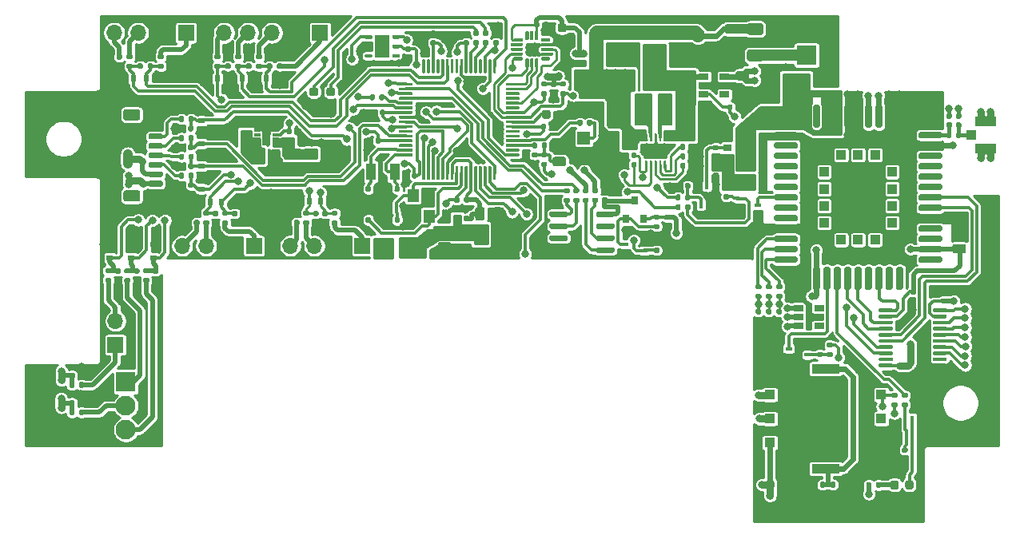
<source format=gtl>
G04 #@! TF.GenerationSoftware,KiCad,Pcbnew,(5.1.7)-1*
G04 #@! TF.CreationDate,2021-01-17T22:57:24+02:00*
G04 #@! TF.ProjectId,Smart104.ua_V3_rev2,536d6172-7431-4303-942e-75615f56335f,1.0*
G04 #@! TF.SameCoordinates,Original*
G04 #@! TF.FileFunction,Copper,L1,Top*
G04 #@! TF.FilePolarity,Positive*
%FSLAX46Y46*%
G04 Gerber Fmt 4.6, Leading zero omitted, Abs format (unit mm)*
G04 Created by KiCad (PCBNEW (5.1.7)-1) date 2021-01-17 22:57:24*
%MOMM*%
%LPD*%
G01*
G04 APERTURE LIST*
G04 #@! TA.AperFunction,SMDPad,CuDef*
%ADD10R,1.000000X1.000000*%
G04 #@! TD*
G04 #@! TA.AperFunction,SMDPad,CuDef*
%ADD11R,1.200000X1.400000*%
G04 #@! TD*
G04 #@! TA.AperFunction,SMDPad,CuDef*
%ADD12R,0.700000X0.450000*%
G04 #@! TD*
G04 #@! TA.AperFunction,SMDPad,CuDef*
%ADD13R,0.450000X0.700000*%
G04 #@! TD*
G04 #@! TA.AperFunction,SMDPad,CuDef*
%ADD14R,1.060000X0.650000*%
G04 #@! TD*
G04 #@! TA.AperFunction,ComponentPad*
%ADD15C,2.100000*%
G04 #@! TD*
G04 #@! TA.AperFunction,ComponentPad*
%ADD16R,2.100000X2.100000*%
G04 #@! TD*
G04 #@! TA.AperFunction,SMDPad,CuDef*
%ADD17R,1.100000X1.000000*%
G04 #@! TD*
G04 #@! TA.AperFunction,SMDPad,CuDef*
%ADD18R,3.000000X1.000000*%
G04 #@! TD*
G04 #@! TA.AperFunction,SMDPad,CuDef*
%ADD19R,1.050000X1.000000*%
G04 #@! TD*
G04 #@! TA.AperFunction,SMDPad,CuDef*
%ADD20R,2.200000X1.050000*%
G04 #@! TD*
G04 #@! TA.AperFunction,SMDPad,CuDef*
%ADD21R,2.380000X1.650000*%
G04 #@! TD*
G04 #@! TA.AperFunction,ComponentPad*
%ADD22C,0.500000*%
G04 #@! TD*
G04 #@! TA.AperFunction,ComponentPad*
%ADD23O,1.700000X1.700000*%
G04 #@! TD*
G04 #@! TA.AperFunction,ComponentPad*
%ADD24R,1.700000X1.700000*%
G04 #@! TD*
G04 #@! TA.AperFunction,SMDPad,CuDef*
%ADD25R,0.700000X0.600000*%
G04 #@! TD*
G04 #@! TA.AperFunction,SMDPad,CuDef*
%ADD26R,0.600000X0.700000*%
G04 #@! TD*
G04 #@! TA.AperFunction,SMDPad,CuDef*
%ADD27R,0.900000X0.800000*%
G04 #@! TD*
G04 #@! TA.AperFunction,SMDPad,CuDef*
%ADD28R,0.800000X0.900000*%
G04 #@! TD*
G04 #@! TA.AperFunction,SMDPad,CuDef*
%ADD29R,1.000000X1.800000*%
G04 #@! TD*
G04 #@! TA.AperFunction,ComponentPad*
%ADD30R,1.600000X1.600000*%
G04 #@! TD*
G04 #@! TA.AperFunction,ComponentPad*
%ADD31C,1.600000*%
G04 #@! TD*
G04 #@! TA.AperFunction,SMDPad,CuDef*
%ADD32R,1.500000X2.400000*%
G04 #@! TD*
G04 #@! TA.AperFunction,SMDPad,CuDef*
%ADD33R,1.400000X1.400000*%
G04 #@! TD*
G04 #@! TA.AperFunction,SMDPad,CuDef*
%ADD34R,0.650000X0.350000*%
G04 #@! TD*
G04 #@! TA.AperFunction,SMDPad,CuDef*
%ADD35R,0.900000X1.700000*%
G04 #@! TD*
G04 #@! TA.AperFunction,SMDPad,CuDef*
%ADD36R,0.600000X0.450000*%
G04 #@! TD*
G04 #@! TA.AperFunction,ViaPad*
%ADD37C,0.800000*%
G04 #@! TD*
G04 #@! TA.AperFunction,Conductor*
%ADD38C,0.500000*%
G04 #@! TD*
G04 #@! TA.AperFunction,Conductor*
%ADD39C,0.300000*%
G04 #@! TD*
G04 #@! TA.AperFunction,Conductor*
%ADD40C,0.250000*%
G04 #@! TD*
G04 #@! TA.AperFunction,Conductor*
%ADD41C,0.600000*%
G04 #@! TD*
G04 #@! TA.AperFunction,Conductor*
%ADD42C,0.800000*%
G04 #@! TD*
G04 #@! TA.AperFunction,Conductor*
%ADD43C,0.430000*%
G04 #@! TD*
G04 #@! TA.AperFunction,Conductor*
%ADD44C,1.000000*%
G04 #@! TD*
G04 #@! TA.AperFunction,Conductor*
%ADD45C,1.500000*%
G04 #@! TD*
G04 #@! TA.AperFunction,Conductor*
%ADD46C,1.200000*%
G04 #@! TD*
G04 #@! TA.AperFunction,Conductor*
%ADD47C,0.200000*%
G04 #@! TD*
G04 #@! TA.AperFunction,Conductor*
%ADD48C,0.100000*%
G04 #@! TD*
G04 #@! TA.AperFunction,Conductor*
%ADD49C,0.254000*%
G04 #@! TD*
G04 APERTURE END LIST*
G04 #@! TO.P,U7,9*
G04 #@! TO.N,Net-(U7-Pad9)*
G04 #@! TA.AperFunction,SMDPad,CuDef*
G36*
G01*
X155050000Y-98587500D02*
X155050000Y-98412500D01*
G75*
G02*
X155137500Y-98325000I87500J0D01*
G01*
X155962500Y-98325000D01*
G75*
G02*
X156050000Y-98412500I0J-87500D01*
G01*
X156050000Y-98587500D01*
G75*
G02*
X155962500Y-98675000I-87500J0D01*
G01*
X155137500Y-98675000D01*
G75*
G02*
X155050000Y-98587500I0J87500D01*
G01*
G37*
G04 #@! TD.AperFunction*
G04 #@! TO.P,U7,5*
G04 #@! TO.N,GND*
G04 #@! TA.AperFunction,SMDPad,CuDef*
G36*
G01*
X152150000Y-98587500D02*
X152150000Y-98412500D01*
G75*
G02*
X152237500Y-98325000I87500J0D01*
G01*
X153062500Y-98325000D01*
G75*
G02*
X153150000Y-98412500I0J-87500D01*
G01*
X153150000Y-98587500D01*
G75*
G02*
X153062500Y-98675000I-87500J0D01*
G01*
X152237500Y-98675000D01*
G75*
G02*
X152150000Y-98587500I0J87500D01*
G01*
G37*
G04 #@! TD.AperFunction*
G04 #@! TO.P,U7,4*
G04 #@! TO.N,SCL*
G04 #@! TA.AperFunction,SMDPad,CuDef*
G36*
G01*
X151850000Y-98087500D02*
X151850000Y-97912500D01*
G75*
G02*
X151937500Y-97825000I87500J0D01*
G01*
X153062500Y-97825000D01*
G75*
G02*
X153150000Y-97912500I0J-87500D01*
G01*
X153150000Y-98087500D01*
G75*
G02*
X153062500Y-98175000I-87500J0D01*
G01*
X151937500Y-98175000D01*
G75*
G02*
X151850000Y-98087500I0J87500D01*
G01*
G37*
G04 #@! TD.AperFunction*
G04 #@! TO.P,U7,10*
G04 #@! TO.N,GND*
G04 #@! TA.AperFunction,SMDPad,CuDef*
G36*
G01*
X155050000Y-98087500D02*
X155050000Y-97912500D01*
G75*
G02*
X155137500Y-97825000I87500J0D01*
G01*
X156262500Y-97825000D01*
G75*
G02*
X156350000Y-97912500I0J-87500D01*
G01*
X156350000Y-98087500D01*
G75*
G02*
X156262500Y-98175000I-87500J0D01*
G01*
X155137500Y-98175000D01*
G75*
G02*
X155050000Y-98087500I0J87500D01*
G01*
G37*
G04 #@! TD.AperFunction*
G04 #@! TO.P,U7,11*
G04 #@! TO.N,INT1*
G04 #@! TA.AperFunction,SMDPad,CuDef*
G36*
G01*
X155050000Y-97587500D02*
X155050000Y-97412500D01*
G75*
G02*
X155137500Y-97325000I87500J0D01*
G01*
X156262500Y-97325000D01*
G75*
G02*
X156350000Y-97412500I0J-87500D01*
G01*
X156350000Y-97587500D01*
G75*
G02*
X156262500Y-97675000I-87500J0D01*
G01*
X155137500Y-97675000D01*
G75*
G02*
X155050000Y-97587500I0J87500D01*
G01*
G37*
G04 #@! TD.AperFunction*
G04 #@! TO.P,U7,1*
G04 #@! TO.N,+3V3*
G04 #@! TA.AperFunction,SMDPad,CuDef*
G36*
G01*
X152150000Y-96587500D02*
X152150000Y-96412500D01*
G75*
G02*
X152237500Y-96325000I87500J0D01*
G01*
X153062500Y-96325000D01*
G75*
G02*
X153150000Y-96412500I0J-87500D01*
G01*
X153150000Y-96587500D01*
G75*
G02*
X153062500Y-96675000I-87500J0D01*
G01*
X152237500Y-96675000D01*
G75*
G02*
X152150000Y-96587500I0J87500D01*
G01*
G37*
G04 #@! TD.AperFunction*
G04 #@! TO.P,U7,13*
G04 #@! TO.N,Net-(U7-Pad13)*
G04 #@! TA.AperFunction,SMDPad,CuDef*
G36*
G01*
X155050000Y-96587500D02*
X155050000Y-96412500D01*
G75*
G02*
X155137500Y-96325000I87500J0D01*
G01*
X155962500Y-96325000D01*
G75*
G02*
X156050000Y-96412500I0J-87500D01*
G01*
X156050000Y-96587500D01*
G75*
G02*
X155962500Y-96675000I-87500J0D01*
G01*
X155137500Y-96675000D01*
G75*
G02*
X155050000Y-96587500I0J87500D01*
G01*
G37*
G04 #@! TD.AperFunction*
G04 #@! TO.P,U7,16*
G04 #@! TO.N,Net-(U7-Pad16)*
G04 #@! TA.AperFunction,SMDPad,CuDef*
G36*
G01*
X153425000Y-96462500D02*
X153425000Y-95637500D01*
G75*
G02*
X153512500Y-95550000I87500J0D01*
G01*
X153687500Y-95550000D01*
G75*
G02*
X153775000Y-95637500I0J-87500D01*
G01*
X153775000Y-96462500D01*
G75*
G02*
X153687500Y-96550000I-87500J0D01*
G01*
X153512500Y-96550000D01*
G75*
G02*
X153425000Y-96462500I0J87500D01*
G01*
G37*
G04 #@! TD.AperFunction*
G04 #@! TO.P,U7,2*
G04 #@! TO.N,Net-(U7-Pad2)*
G04 #@! TA.AperFunction,SMDPad,CuDef*
G36*
G01*
X151850000Y-97087500D02*
X151850000Y-96912500D01*
G75*
G02*
X151937500Y-96825000I87500J0D01*
G01*
X153062500Y-96825000D01*
G75*
G02*
X153150000Y-96912500I0J-87500D01*
G01*
X153150000Y-97087500D01*
G75*
G02*
X153062500Y-97175000I-87500J0D01*
G01*
X151937500Y-97175000D01*
G75*
G02*
X151850000Y-97087500I0J87500D01*
G01*
G37*
G04 #@! TD.AperFunction*
G04 #@! TO.P,U7,14*
G04 #@! TO.N,+3V3*
G04 #@! TA.AperFunction,SMDPad,CuDef*
G36*
G01*
X154425000Y-96462500D02*
X154425000Y-95637500D01*
G75*
G02*
X154512500Y-95550000I87500J0D01*
G01*
X154687500Y-95550000D01*
G75*
G02*
X154775000Y-95637500I0J-87500D01*
G01*
X154775000Y-96462500D01*
G75*
G02*
X154687500Y-96550000I-87500J0D01*
G01*
X154512500Y-96550000D01*
G75*
G02*
X154425000Y-96462500I0J87500D01*
G01*
G37*
G04 #@! TD.AperFunction*
G04 #@! TO.P,U7,6*
G04 #@! TO.N,SDA*
G04 #@! TA.AperFunction,SMDPad,CuDef*
G36*
G01*
X153425000Y-99362500D02*
X153425000Y-98537500D01*
G75*
G02*
X153512500Y-98450000I87500J0D01*
G01*
X153687500Y-98450000D01*
G75*
G02*
X153775000Y-98537500I0J-87500D01*
G01*
X153775000Y-99362500D01*
G75*
G02*
X153687500Y-99450000I-87500J0D01*
G01*
X153512500Y-99450000D01*
G75*
G02*
X153425000Y-99362500I0J87500D01*
G01*
G37*
G04 #@! TD.AperFunction*
G04 #@! TO.P,U7,7*
G04 #@! TO.N,SDO*
G04 #@! TA.AperFunction,SMDPad,CuDef*
G36*
G01*
X153925000Y-99362500D02*
X153925000Y-98537500D01*
G75*
G02*
X154012500Y-98450000I87500J0D01*
G01*
X154187500Y-98450000D01*
G75*
G02*
X154275000Y-98537500I0J-87500D01*
G01*
X154275000Y-99362500D01*
G75*
G02*
X154187500Y-99450000I-87500J0D01*
G01*
X154012500Y-99450000D01*
G75*
G02*
X153925000Y-99362500I0J87500D01*
G01*
G37*
G04 #@! TD.AperFunction*
G04 #@! TO.P,U7,3*
G04 #@! TO.N,Net-(U7-Pad3)*
G04 #@! TA.AperFunction,SMDPad,CuDef*
G36*
G01*
X151850000Y-97587500D02*
X151850000Y-97412500D01*
G75*
G02*
X151937500Y-97325000I87500J0D01*
G01*
X153062500Y-97325000D01*
G75*
G02*
X153150000Y-97412500I0J-87500D01*
G01*
X153150000Y-97587500D01*
G75*
G02*
X153062500Y-97675000I-87500J0D01*
G01*
X151937500Y-97675000D01*
G75*
G02*
X151850000Y-97587500I0J87500D01*
G01*
G37*
G04 #@! TD.AperFunction*
G04 #@! TO.P,U7,8*
G04 #@! TO.N,CS*
G04 #@! TA.AperFunction,SMDPad,CuDef*
G36*
G01*
X154425000Y-99362500D02*
X154425000Y-98537500D01*
G75*
G02*
X154512500Y-98450000I87500J0D01*
G01*
X154687500Y-98450000D01*
G75*
G02*
X154775000Y-98537500I0J-87500D01*
G01*
X154775000Y-99362500D01*
G75*
G02*
X154687500Y-99450000I-87500J0D01*
G01*
X154512500Y-99450000D01*
G75*
G02*
X154425000Y-99362500I0J87500D01*
G01*
G37*
G04 #@! TD.AperFunction*
G04 #@! TO.P,U7,12*
G04 #@! TO.N,GND*
G04 #@! TA.AperFunction,SMDPad,CuDef*
G36*
G01*
X155050000Y-97087500D02*
X155050000Y-96912500D01*
G75*
G02*
X155137500Y-96825000I87500J0D01*
G01*
X156262500Y-96825000D01*
G75*
G02*
X156350000Y-96912500I0J-87500D01*
G01*
X156350000Y-97087500D01*
G75*
G02*
X156262500Y-97175000I-87500J0D01*
G01*
X155137500Y-97175000D01*
G75*
G02*
X155050000Y-97087500I0J87500D01*
G01*
G37*
G04 #@! TD.AperFunction*
G04 #@! TO.P,U7,15*
G04 #@! TO.N,Net-(U7-Pad15)*
G04 #@! TA.AperFunction,SMDPad,CuDef*
G36*
G01*
X153925000Y-96462500D02*
X153925000Y-95637500D01*
G75*
G02*
X154012500Y-95550000I87500J0D01*
G01*
X154187500Y-95550000D01*
G75*
G02*
X154275000Y-95637500I0J-87500D01*
G01*
X154275000Y-96462500D01*
G75*
G02*
X154187500Y-96550000I-87500J0D01*
G01*
X154012500Y-96550000D01*
G75*
G02*
X153925000Y-96462500I0J87500D01*
G01*
G37*
G04 #@! TD.AperFunction*
G04 #@! TD*
G04 #@! TO.P,C56,1*
G04 #@! TO.N,+3.3VP*
G04 #@! TA.AperFunction,SMDPad,CuDef*
G36*
G01*
X148100000Y-117675000D02*
X148100000Y-116725000D01*
G75*
G02*
X148350000Y-116475000I250000J0D01*
G01*
X148850000Y-116475000D01*
G75*
G02*
X149100000Y-116725000I0J-250000D01*
G01*
X149100000Y-117675000D01*
G75*
G02*
X148850000Y-117925000I-250000J0D01*
G01*
X148350000Y-117925000D01*
G75*
G02*
X148100000Y-117675000I0J250000D01*
G01*
G37*
G04 #@! TD.AperFunction*
G04 #@! TO.P,C56,2*
G04 #@! TO.N,GND*
G04 #@! TA.AperFunction,SMDPad,CuDef*
G36*
G01*
X150000000Y-117675000D02*
X150000000Y-116725000D01*
G75*
G02*
X150250000Y-116475000I250000J0D01*
G01*
X150750000Y-116475000D01*
G75*
G02*
X151000000Y-116725000I0J-250000D01*
G01*
X151000000Y-117675000D01*
G75*
G02*
X150750000Y-117925000I-250000J0D01*
G01*
X150250000Y-117925000D01*
G75*
G02*
X150000000Y-117675000I0J250000D01*
G01*
G37*
G04 #@! TD.AperFunction*
G04 #@! TD*
G04 #@! TO.P,C28,1*
G04 #@! TO.N,MCU_EM4WU4*
G04 #@! TA.AperFunction,SMDPad,CuDef*
G36*
G01*
X112080000Y-120740000D02*
X112420000Y-120740000D01*
G75*
G02*
X112560000Y-120880000I0J-140000D01*
G01*
X112560000Y-121160000D01*
G75*
G02*
X112420000Y-121300000I-140000J0D01*
G01*
X112080000Y-121300000D01*
G75*
G02*
X111940000Y-121160000I0J140000D01*
G01*
X111940000Y-120880000D01*
G75*
G02*
X112080000Y-120740000I140000J0D01*
G01*
G37*
G04 #@! TD.AperFunction*
G04 #@! TO.P,C28,2*
G04 #@! TO.N,GND*
G04 #@! TA.AperFunction,SMDPad,CuDef*
G36*
G01*
X112080000Y-121700000D02*
X112420000Y-121700000D01*
G75*
G02*
X112560000Y-121840000I0J-140000D01*
G01*
X112560000Y-122120000D01*
G75*
G02*
X112420000Y-122260000I-140000J0D01*
G01*
X112080000Y-122260000D01*
G75*
G02*
X111940000Y-122120000I0J140000D01*
G01*
X111940000Y-121840000D01*
G75*
G02*
X112080000Y-121700000I140000J0D01*
G01*
G37*
G04 #@! TD.AperFunction*
G04 #@! TD*
D10*
G04 #@! TO.P,U1,58*
G04 #@! TO.N,N/C*
X186850000Y-108700000D03*
G04 #@! TO.P,U1,57*
X188650000Y-108700000D03*
G04 #@! TO.P,U1,56*
X190450000Y-108700000D03*
G04 #@! TO.P,U1,55*
X192250000Y-110500000D03*
G04 #@! TO.P,U1,54*
X192250000Y-112300000D03*
G04 #@! TO.P,U1,53*
X192250000Y-114100000D03*
G04 #@! TO.P,U1,52*
X192250000Y-115900000D03*
G04 #@! TO.P,U1,51*
X190450000Y-117700000D03*
G04 #@! TO.P,U1,50*
X188650000Y-117700000D03*
G04 #@! TO.P,U1,49*
X186850000Y-117700000D03*
G04 #@! TO.P,U1,48*
X185050000Y-115900000D03*
G04 #@! TO.P,U1,47*
X185050000Y-114100000D03*
G04 #@! TO.P,U1,46*
X185050000Y-112300000D03*
G04 #@! TO.P,U1,45*
X185050000Y-110500000D03*
G04 #@! TO.P,U1,44*
G04 #@! TA.AperFunction,SMDPad,CuDef*
G36*
G01*
X184075000Y-103350000D02*
X184425000Y-103350000D01*
G75*
G02*
X184600000Y-103525000I0J-175000D01*
G01*
X184600000Y-105675000D01*
G75*
G02*
X184425000Y-105850000I-175000J0D01*
G01*
X184075000Y-105850000D01*
G75*
G02*
X183900000Y-105675000I0J175000D01*
G01*
X183900000Y-103525000D01*
G75*
G02*
X184075000Y-103350000I175000J0D01*
G01*
G37*
G04 #@! TD.AperFunction*
G04 #@! TO.P,U1,43*
G04 #@! TO.N,Net-(C18-Pad1)*
G04 #@! TA.AperFunction,SMDPad,CuDef*
G36*
G01*
X185175000Y-103350000D02*
X185525000Y-103350000D01*
G75*
G02*
X185700000Y-103525000I0J-175000D01*
G01*
X185700000Y-105675000D01*
G75*
G02*
X185525000Y-105850000I-175000J0D01*
G01*
X185175000Y-105850000D01*
G75*
G02*
X185000000Y-105675000I0J175000D01*
G01*
X185000000Y-103525000D01*
G75*
G02*
X185175000Y-103350000I175000J0D01*
G01*
G37*
G04 #@! TD.AperFunction*
G04 #@! TO.P,U1,42*
G04 #@! TA.AperFunction,SMDPad,CuDef*
G36*
G01*
X186275000Y-103350000D02*
X186625000Y-103350000D01*
G75*
G02*
X186800000Y-103525000I0J-175000D01*
G01*
X186800000Y-105675000D01*
G75*
G02*
X186625000Y-105850000I-175000J0D01*
G01*
X186275000Y-105850000D01*
G75*
G02*
X186100000Y-105675000I0J175000D01*
G01*
X186100000Y-103525000D01*
G75*
G02*
X186275000Y-103350000I175000J0D01*
G01*
G37*
G04 #@! TD.AperFunction*
G04 #@! TO.P,U1,41*
G04 #@! TO.N,GND*
G04 #@! TA.AperFunction,SMDPad,CuDef*
G36*
G01*
X187375000Y-103350000D02*
X187725000Y-103350000D01*
G75*
G02*
X187900000Y-103525000I0J-175000D01*
G01*
X187900000Y-105675000D01*
G75*
G02*
X187725000Y-105850000I-175000J0D01*
G01*
X187375000Y-105850000D01*
G75*
G02*
X187200000Y-105675000I0J175000D01*
G01*
X187200000Y-103525000D01*
G75*
G02*
X187375000Y-103350000I175000J0D01*
G01*
G37*
G04 #@! TD.AperFunction*
G04 #@! TO.P,U1,40*
G04 #@! TA.AperFunction,SMDPad,CuDef*
G36*
G01*
X188475000Y-103350000D02*
X188825000Y-103350000D01*
G75*
G02*
X189000000Y-103525000I0J-175000D01*
G01*
X189000000Y-105675000D01*
G75*
G02*
X188825000Y-105850000I-175000J0D01*
G01*
X188475000Y-105850000D01*
G75*
G02*
X188300000Y-105675000I0J175000D01*
G01*
X188300000Y-103525000D01*
G75*
G02*
X188475000Y-103350000I175000J0D01*
G01*
G37*
G04 #@! TD.AperFunction*
G04 #@! TO.P,U1,39*
G04 #@! TO.N,BC66_TXD_DBG*
G04 #@! TA.AperFunction,SMDPad,CuDef*
G36*
G01*
X189575000Y-103350000D02*
X189925000Y-103350000D01*
G75*
G02*
X190100000Y-103525000I0J-175000D01*
G01*
X190100000Y-105675000D01*
G75*
G02*
X189925000Y-105850000I-175000J0D01*
G01*
X189575000Y-105850000D01*
G75*
G02*
X189400000Y-105675000I0J175000D01*
G01*
X189400000Y-103525000D01*
G75*
G02*
X189575000Y-103350000I175000J0D01*
G01*
G37*
G04 #@! TD.AperFunction*
G04 #@! TO.P,U1,38*
G04 #@! TO.N,BC66_RXD_DBG*
G04 #@! TA.AperFunction,SMDPad,CuDef*
G36*
G01*
X190675000Y-103350000D02*
X191025000Y-103350000D01*
G75*
G02*
X191200000Y-103525000I0J-175000D01*
G01*
X191200000Y-105675000D01*
G75*
G02*
X191025000Y-105850000I-175000J0D01*
G01*
X190675000Y-105850000D01*
G75*
G02*
X190500000Y-105675000I0J175000D01*
G01*
X190500000Y-103525000D01*
G75*
G02*
X190675000Y-103350000I175000J0D01*
G01*
G37*
G04 #@! TD.AperFunction*
G04 #@! TO.P,U1,37*
G04 #@! TO.N,GND*
G04 #@! TA.AperFunction,SMDPad,CuDef*
G36*
G01*
X191775000Y-103350000D02*
X192125000Y-103350000D01*
G75*
G02*
X192300000Y-103525000I0J-175000D01*
G01*
X192300000Y-105675000D01*
G75*
G02*
X192125000Y-105850000I-175000J0D01*
G01*
X191775000Y-105850000D01*
G75*
G02*
X191600000Y-105675000I0J175000D01*
G01*
X191600000Y-103525000D01*
G75*
G02*
X191775000Y-103350000I175000J0D01*
G01*
G37*
G04 #@! TD.AperFunction*
G04 #@! TO.P,U1,36*
G04 #@! TA.AperFunction,SMDPad,CuDef*
G36*
G01*
X192875000Y-103350000D02*
X193225000Y-103350000D01*
G75*
G02*
X193400000Y-103525000I0J-175000D01*
G01*
X193400000Y-105675000D01*
G75*
G02*
X193225000Y-105850000I-175000J0D01*
G01*
X192875000Y-105850000D01*
G75*
G02*
X192700000Y-105675000I0J175000D01*
G01*
X192700000Y-103525000D01*
G75*
G02*
X192875000Y-103350000I175000J0D01*
G01*
G37*
G04 #@! TD.AperFunction*
G04 #@! TO.P,U1,35*
G04 #@! TO.N,Net-(C35-Pad1)*
G04 #@! TA.AperFunction,SMDPad,CuDef*
G36*
G01*
X195050000Y-106775000D02*
X195050000Y-106425000D01*
G75*
G02*
X195225000Y-106250000I175000J0D01*
G01*
X197375000Y-106250000D01*
G75*
G02*
X197550000Y-106425000I0J-175000D01*
G01*
X197550000Y-106775000D01*
G75*
G02*
X197375000Y-106950000I-175000J0D01*
G01*
X195225000Y-106950000D01*
G75*
G02*
X195050000Y-106775000I0J175000D01*
G01*
G37*
G04 #@! TD.AperFunction*
G04 #@! TO.P,U1,34*
G04 #@! TO.N,GND*
G04 #@! TA.AperFunction,SMDPad,CuDef*
G36*
G01*
X195050000Y-107875000D02*
X195050000Y-107525000D01*
G75*
G02*
X195225000Y-107350000I175000J0D01*
G01*
X197375000Y-107350000D01*
G75*
G02*
X197550000Y-107525000I0J-175000D01*
G01*
X197550000Y-107875000D01*
G75*
G02*
X197375000Y-108050000I-175000J0D01*
G01*
X195225000Y-108050000D01*
G75*
G02*
X195050000Y-107875000I0J175000D01*
G01*
G37*
G04 #@! TD.AperFunction*
G04 #@! TO.P,U1,33*
G04 #@! TO.N,N/C*
G04 #@! TA.AperFunction,SMDPad,CuDef*
G36*
G01*
X195050000Y-108975000D02*
X195050000Y-108625000D01*
G75*
G02*
X195225000Y-108450000I175000J0D01*
G01*
X197375000Y-108450000D01*
G75*
G02*
X197550000Y-108625000I0J-175000D01*
G01*
X197550000Y-108975000D01*
G75*
G02*
X197375000Y-109150000I-175000J0D01*
G01*
X195225000Y-109150000D01*
G75*
G02*
X195050000Y-108975000I0J175000D01*
G01*
G37*
G04 #@! TD.AperFunction*
G04 #@! TO.P,U1,32*
G04 #@! TA.AperFunction,SMDPad,CuDef*
G36*
G01*
X195050000Y-110075000D02*
X195050000Y-109725000D01*
G75*
G02*
X195225000Y-109550000I175000J0D01*
G01*
X197375000Y-109550000D01*
G75*
G02*
X197550000Y-109725000I0J-175000D01*
G01*
X197550000Y-110075000D01*
G75*
G02*
X197375000Y-110250000I-175000J0D01*
G01*
X195225000Y-110250000D01*
G75*
G02*
X195050000Y-110075000I0J175000D01*
G01*
G37*
G04 #@! TD.AperFunction*
G04 #@! TO.P,U1,31*
G04 #@! TA.AperFunction,SMDPad,CuDef*
G36*
G01*
X195050000Y-111175000D02*
X195050000Y-110825000D01*
G75*
G02*
X195225000Y-110650000I175000J0D01*
G01*
X197375000Y-110650000D01*
G75*
G02*
X197550000Y-110825000I0J-175000D01*
G01*
X197550000Y-111175000D01*
G75*
G02*
X197375000Y-111350000I-175000J0D01*
G01*
X195225000Y-111350000D01*
G75*
G02*
X195050000Y-111175000I0J175000D01*
G01*
G37*
G04 #@! TD.AperFunction*
G04 #@! TO.P,U1,30*
G04 #@! TA.AperFunction,SMDPad,CuDef*
G36*
G01*
X195050000Y-112275000D02*
X195050000Y-111925000D01*
G75*
G02*
X195225000Y-111750000I175000J0D01*
G01*
X197375000Y-111750000D01*
G75*
G02*
X197550000Y-111925000I0J-175000D01*
G01*
X197550000Y-112275000D01*
G75*
G02*
X197375000Y-112450000I-175000J0D01*
G01*
X195225000Y-112450000D01*
G75*
G02*
X195050000Y-112275000I0J175000D01*
G01*
G37*
G04 #@! TD.AperFunction*
G04 #@! TO.P,U1,29*
G04 #@! TO.N,BC66_TXD_AUX*
G04 #@! TA.AperFunction,SMDPad,CuDef*
G36*
G01*
X195050000Y-113375000D02*
X195050000Y-113025000D01*
G75*
G02*
X195225000Y-112850000I175000J0D01*
G01*
X197375000Y-112850000D01*
G75*
G02*
X197550000Y-113025000I0J-175000D01*
G01*
X197550000Y-113375000D01*
G75*
G02*
X197375000Y-113550000I-175000J0D01*
G01*
X195225000Y-113550000D01*
G75*
G02*
X195050000Y-113375000I0J175000D01*
G01*
G37*
G04 #@! TD.AperFunction*
G04 #@! TO.P,U1,28*
G04 #@! TO.N,BC66_RXD_AUX*
G04 #@! TA.AperFunction,SMDPad,CuDef*
G36*
G01*
X195050000Y-114475000D02*
X195050000Y-114125000D01*
G75*
G02*
X195225000Y-113950000I175000J0D01*
G01*
X197375000Y-113950000D01*
G75*
G02*
X197550000Y-114125000I0J-175000D01*
G01*
X197550000Y-114475000D01*
G75*
G02*
X197375000Y-114650000I-175000J0D01*
G01*
X195225000Y-114650000D01*
G75*
G02*
X195050000Y-114475000I0J175000D01*
G01*
G37*
G04 #@! TD.AperFunction*
G04 #@! TO.P,U1,27*
G04 #@! TO.N,GND*
G04 #@! TA.AperFunction,SMDPad,CuDef*
G36*
G01*
X195050000Y-115575000D02*
X195050000Y-115225000D01*
G75*
G02*
X195225000Y-115050000I175000J0D01*
G01*
X197375000Y-115050000D01*
G75*
G02*
X197550000Y-115225000I0J-175000D01*
G01*
X197550000Y-115575000D01*
G75*
G02*
X197375000Y-115750000I-175000J0D01*
G01*
X195225000Y-115750000D01*
G75*
G02*
X195050000Y-115575000I0J175000D01*
G01*
G37*
G04 #@! TD.AperFunction*
G04 #@! TO.P,U1,26*
G04 #@! TO.N,N/C*
G04 #@! TA.AperFunction,SMDPad,CuDef*
G36*
G01*
X195050000Y-116675000D02*
X195050000Y-116325000D01*
G75*
G02*
X195225000Y-116150000I175000J0D01*
G01*
X197375000Y-116150000D01*
G75*
G02*
X197550000Y-116325000I0J-175000D01*
G01*
X197550000Y-116675000D01*
G75*
G02*
X197375000Y-116850000I-175000J0D01*
G01*
X195225000Y-116850000D01*
G75*
G02*
X195050000Y-116675000I0J175000D01*
G01*
G37*
G04 #@! TD.AperFunction*
G04 #@! TO.P,U1,25*
G04 #@! TA.AperFunction,SMDPad,CuDef*
G36*
G01*
X195050000Y-117775000D02*
X195050000Y-117425000D01*
G75*
G02*
X195225000Y-117250000I175000J0D01*
G01*
X197375000Y-117250000D01*
G75*
G02*
X197550000Y-117425000I0J-175000D01*
G01*
X197550000Y-117775000D01*
G75*
G02*
X197375000Y-117950000I-175000J0D01*
G01*
X195225000Y-117950000D01*
G75*
G02*
X195050000Y-117775000I0J175000D01*
G01*
G37*
G04 #@! TD.AperFunction*
G04 #@! TO.P,U1,24*
G04 #@! TO.N,+1V8*
G04 #@! TA.AperFunction,SMDPad,CuDef*
G36*
G01*
X195050000Y-118875000D02*
X195050000Y-118525000D01*
G75*
G02*
X195225000Y-118350000I175000J0D01*
G01*
X197375000Y-118350000D01*
G75*
G02*
X197550000Y-118525000I0J-175000D01*
G01*
X197550000Y-118875000D01*
G75*
G02*
X197375000Y-119050000I-175000J0D01*
G01*
X195225000Y-119050000D01*
G75*
G02*
X195050000Y-118875000I0J175000D01*
G01*
G37*
G04 #@! TD.AperFunction*
G04 #@! TO.P,U1,23*
G04 #@! TO.N,N/C*
G04 #@! TA.AperFunction,SMDPad,CuDef*
G36*
G01*
X195050000Y-119975000D02*
X195050000Y-119625000D01*
G75*
G02*
X195225000Y-119450000I175000J0D01*
G01*
X197375000Y-119450000D01*
G75*
G02*
X197550000Y-119625000I0J-175000D01*
G01*
X197550000Y-119975000D01*
G75*
G02*
X197375000Y-120150000I-175000J0D01*
G01*
X195225000Y-120150000D01*
G75*
G02*
X195050000Y-119975000I0J175000D01*
G01*
G37*
G04 #@! TD.AperFunction*
G04 #@! TO.P,U1,22*
G04 #@! TA.AperFunction,SMDPad,CuDef*
G36*
G01*
X193225000Y-123050000D02*
X192875000Y-123050000D01*
G75*
G02*
X192700000Y-122875000I0J175000D01*
G01*
X192700000Y-120725000D01*
G75*
G02*
X192875000Y-120550000I175000J0D01*
G01*
X193225000Y-120550000D01*
G75*
G02*
X193400000Y-120725000I0J-175000D01*
G01*
X193400000Y-122875000D01*
G75*
G02*
X193225000Y-123050000I-175000J0D01*
G01*
G37*
G04 #@! TD.AperFunction*
G04 #@! TO.P,U1,21*
G04 #@! TA.AperFunction,SMDPad,CuDef*
G36*
G01*
X192125000Y-123050000D02*
X191775000Y-123050000D01*
G75*
G02*
X191600000Y-122875000I0J175000D01*
G01*
X191600000Y-120725000D01*
G75*
G02*
X191775000Y-120550000I175000J0D01*
G01*
X192125000Y-120550000D01*
G75*
G02*
X192300000Y-120725000I0J-175000D01*
G01*
X192300000Y-122875000D01*
G75*
G02*
X192125000Y-123050000I-175000J0D01*
G01*
G37*
G04 #@! TD.AperFunction*
G04 #@! TO.P,U1,20*
G04 #@! TO.N,BC66_RI*
G04 #@! TA.AperFunction,SMDPad,CuDef*
G36*
G01*
X191025000Y-123050000D02*
X190675000Y-123050000D01*
G75*
G02*
X190500000Y-122875000I0J175000D01*
G01*
X190500000Y-120725000D01*
G75*
G02*
X190675000Y-120550000I175000J0D01*
G01*
X191025000Y-120550000D01*
G75*
G02*
X191200000Y-120725000I0J-175000D01*
G01*
X191200000Y-122875000D01*
G75*
G02*
X191025000Y-123050000I-175000J0D01*
G01*
G37*
G04 #@! TD.AperFunction*
G04 #@! TO.P,U1,19*
G04 #@! TO.N,Net-(U1-Pad19)*
G04 #@! TA.AperFunction,SMDPad,CuDef*
G36*
G01*
X189925000Y-123050000D02*
X189575000Y-123050000D01*
G75*
G02*
X189400000Y-122875000I0J175000D01*
G01*
X189400000Y-120725000D01*
G75*
G02*
X189575000Y-120550000I175000J0D01*
G01*
X189925000Y-120550000D01*
G75*
G02*
X190100000Y-120725000I0J-175000D01*
G01*
X190100000Y-122875000D01*
G75*
G02*
X189925000Y-123050000I-175000J0D01*
G01*
G37*
G04 #@! TD.AperFunction*
G04 #@! TO.P,U1,18*
G04 #@! TO.N,BC66_RXD*
G04 #@! TA.AperFunction,SMDPad,CuDef*
G36*
G01*
X188825000Y-123050000D02*
X188475000Y-123050000D01*
G75*
G02*
X188300000Y-122875000I0J175000D01*
G01*
X188300000Y-120725000D01*
G75*
G02*
X188475000Y-120550000I175000J0D01*
G01*
X188825000Y-120550000D01*
G75*
G02*
X189000000Y-120725000I0J-175000D01*
G01*
X189000000Y-122875000D01*
G75*
G02*
X188825000Y-123050000I-175000J0D01*
G01*
G37*
G04 #@! TD.AperFunction*
G04 #@! TO.P,U1,17*
G04 #@! TO.N,BC66_TXD*
G04 #@! TA.AperFunction,SMDPad,CuDef*
G36*
G01*
X187725000Y-123050000D02*
X187375000Y-123050000D01*
G75*
G02*
X187200000Y-122875000I0J175000D01*
G01*
X187200000Y-120725000D01*
G75*
G02*
X187375000Y-120550000I175000J0D01*
G01*
X187725000Y-120550000D01*
G75*
G02*
X187900000Y-120725000I0J-175000D01*
G01*
X187900000Y-122875000D01*
G75*
G02*
X187725000Y-123050000I-175000J0D01*
G01*
G37*
G04 #@! TD.AperFunction*
G04 #@! TO.P,U1,16*
G04 #@! TO.N,Net-(R32-Pad1)*
G04 #@! TA.AperFunction,SMDPad,CuDef*
G36*
G01*
X186625000Y-123050000D02*
X186275000Y-123050000D01*
G75*
G02*
X186100000Y-122875000I0J175000D01*
G01*
X186100000Y-120725000D01*
G75*
G02*
X186275000Y-120550000I175000J0D01*
G01*
X186625000Y-120550000D01*
G75*
G02*
X186800000Y-120725000I0J-175000D01*
G01*
X186800000Y-122875000D01*
G75*
G02*
X186625000Y-123050000I-175000J0D01*
G01*
G37*
G04 #@! TD.AperFunction*
G04 #@! TO.P,U1,15*
G04 #@! TO.N,BC66_RESET*
G04 #@! TA.AperFunction,SMDPad,CuDef*
G36*
G01*
X185525000Y-123050000D02*
X185175000Y-123050000D01*
G75*
G02*
X185000000Y-122875000I0J175000D01*
G01*
X185000000Y-120725000D01*
G75*
G02*
X185175000Y-120550000I175000J0D01*
G01*
X185525000Y-120550000D01*
G75*
G02*
X185700000Y-120725000I0J-175000D01*
G01*
X185700000Y-122875000D01*
G75*
G02*
X185525000Y-123050000I-175000J0D01*
G01*
G37*
G04 #@! TD.AperFunction*
G04 #@! TO.P,U1,14*
G04 #@! TO.N,SIM_VDD*
G04 #@! TA.AperFunction,SMDPad,CuDef*
G36*
G01*
X184425000Y-123050000D02*
X184075000Y-123050000D01*
G75*
G02*
X183900000Y-122875000I0J175000D01*
G01*
X183900000Y-120725000D01*
G75*
G02*
X184075000Y-120550000I175000J0D01*
G01*
X184425000Y-120550000D01*
G75*
G02*
X184600000Y-120725000I0J-175000D01*
G01*
X184600000Y-122875000D01*
G75*
G02*
X184425000Y-123050000I-175000J0D01*
G01*
G37*
G04 #@! TD.AperFunction*
G04 #@! TO.P,U1,13*
G04 #@! TO.N,SIM_CLK*
G04 #@! TA.AperFunction,SMDPad,CuDef*
G36*
G01*
X179750000Y-119975000D02*
X179750000Y-119625000D01*
G75*
G02*
X179925000Y-119450000I175000J0D01*
G01*
X182075000Y-119450000D01*
G75*
G02*
X182250000Y-119625000I0J-175000D01*
G01*
X182250000Y-119975000D01*
G75*
G02*
X182075000Y-120150000I-175000J0D01*
G01*
X179925000Y-120150000D01*
G75*
G02*
X179750000Y-119975000I0J175000D01*
G01*
G37*
G04 #@! TD.AperFunction*
G04 #@! TO.P,U1,12*
G04 #@! TO.N,SIM_RST*
G04 #@! TA.AperFunction,SMDPad,CuDef*
G36*
G01*
X179750000Y-118875000D02*
X179750000Y-118525000D01*
G75*
G02*
X179925000Y-118350000I175000J0D01*
G01*
X182075000Y-118350000D01*
G75*
G02*
X182250000Y-118525000I0J-175000D01*
G01*
X182250000Y-118875000D01*
G75*
G02*
X182075000Y-119050000I-175000J0D01*
G01*
X179925000Y-119050000D01*
G75*
G02*
X179750000Y-118875000I0J175000D01*
G01*
G37*
G04 #@! TD.AperFunction*
G04 #@! TO.P,U1,11*
G04 #@! TO.N,SIM_DATA*
G04 #@! TA.AperFunction,SMDPad,CuDef*
G36*
G01*
X179750000Y-117775000D02*
X179750000Y-117425000D01*
G75*
G02*
X179925000Y-117250000I175000J0D01*
G01*
X182075000Y-117250000D01*
G75*
G02*
X182250000Y-117425000I0J-175000D01*
G01*
X182250000Y-117775000D01*
G75*
G02*
X182075000Y-117950000I-175000J0D01*
G01*
X179925000Y-117950000D01*
G75*
G02*
X179750000Y-117775000I0J175000D01*
G01*
G37*
G04 #@! TD.AperFunction*
G04 #@! TO.P,U1,10*
G04 #@! TO.N,GND*
G04 #@! TA.AperFunction,SMDPad,CuDef*
G36*
G01*
X179750000Y-116675000D02*
X179750000Y-116325000D01*
G75*
G02*
X179925000Y-116150000I175000J0D01*
G01*
X182075000Y-116150000D01*
G75*
G02*
X182250000Y-116325000I0J-175000D01*
G01*
X182250000Y-116675000D01*
G75*
G02*
X182075000Y-116850000I-175000J0D01*
G01*
X179925000Y-116850000D01*
G75*
G02*
X179750000Y-116675000I0J175000D01*
G01*
G37*
G04 #@! TD.AperFunction*
G04 #@! TO.P,U1,9*
G04 #@! TO.N,Net-(U1-Pad9)*
G04 #@! TA.AperFunction,SMDPad,CuDef*
G36*
G01*
X179750000Y-115575000D02*
X179750000Y-115225000D01*
G75*
G02*
X179925000Y-115050000I175000J0D01*
G01*
X182075000Y-115050000D01*
G75*
G02*
X182250000Y-115225000I0J-175000D01*
G01*
X182250000Y-115575000D01*
G75*
G02*
X182075000Y-115750000I-175000J0D01*
G01*
X179925000Y-115750000D01*
G75*
G02*
X179750000Y-115575000I0J175000D01*
G01*
G37*
G04 #@! TD.AperFunction*
G04 #@! TO.P,U1,8*
G04 #@! TO.N,N/C*
G04 #@! TA.AperFunction,SMDPad,CuDef*
G36*
G01*
X179750000Y-114475000D02*
X179750000Y-114125000D01*
G75*
G02*
X179925000Y-113950000I175000J0D01*
G01*
X182075000Y-113950000D01*
G75*
G02*
X182250000Y-114125000I0J-175000D01*
G01*
X182250000Y-114475000D01*
G75*
G02*
X182075000Y-114650000I-175000J0D01*
G01*
X179925000Y-114650000D01*
G75*
G02*
X179750000Y-114475000I0J175000D01*
G01*
G37*
G04 #@! TD.AperFunction*
G04 #@! TO.P,U1,7*
G04 #@! TO.N,BC66_PWRKEY*
G04 #@! TA.AperFunction,SMDPad,CuDef*
G36*
G01*
X179750000Y-113375000D02*
X179750000Y-113025000D01*
G75*
G02*
X179925000Y-112850000I175000J0D01*
G01*
X182075000Y-112850000D01*
G75*
G02*
X182250000Y-113025000I0J-175000D01*
G01*
X182250000Y-113375000D01*
G75*
G02*
X182075000Y-113550000I-175000J0D01*
G01*
X179925000Y-113550000D01*
G75*
G02*
X179750000Y-113375000I0J175000D01*
G01*
G37*
G04 #@! TD.AperFunction*
G04 #@! TO.P,U1,6*
G04 #@! TO.N,N/C*
G04 #@! TA.AperFunction,SMDPad,CuDef*
G36*
G01*
X179750000Y-112275000D02*
X179750000Y-111925000D01*
G75*
G02*
X179925000Y-111750000I175000J0D01*
G01*
X182075000Y-111750000D01*
G75*
G02*
X182250000Y-111925000I0J-175000D01*
G01*
X182250000Y-112275000D01*
G75*
G02*
X182075000Y-112450000I-175000J0D01*
G01*
X179925000Y-112450000D01*
G75*
G02*
X179750000Y-112275000I0J175000D01*
G01*
G37*
G04 #@! TD.AperFunction*
G04 #@! TO.P,U1,5*
G04 #@! TA.AperFunction,SMDPad,CuDef*
G36*
G01*
X179750000Y-111175000D02*
X179750000Y-110825000D01*
G75*
G02*
X179925000Y-110650000I175000J0D01*
G01*
X182075000Y-110650000D01*
G75*
G02*
X182250000Y-110825000I0J-175000D01*
G01*
X182250000Y-111175000D01*
G75*
G02*
X182075000Y-111350000I-175000J0D01*
G01*
X179925000Y-111350000D01*
G75*
G02*
X179750000Y-111175000I0J175000D01*
G01*
G37*
G04 #@! TD.AperFunction*
G04 #@! TO.P,U1,4*
G04 #@! TA.AperFunction,SMDPad,CuDef*
G36*
G01*
X179750000Y-110075000D02*
X179750000Y-109725000D01*
G75*
G02*
X179925000Y-109550000I175000J0D01*
G01*
X182075000Y-109550000D01*
G75*
G02*
X182250000Y-109725000I0J-175000D01*
G01*
X182250000Y-110075000D01*
G75*
G02*
X182075000Y-110250000I-175000J0D01*
G01*
X179925000Y-110250000D01*
G75*
G02*
X179750000Y-110075000I0J175000D01*
G01*
G37*
G04 #@! TD.AperFunction*
G04 #@! TO.P,U1,3*
G04 #@! TA.AperFunction,SMDPad,CuDef*
G36*
G01*
X179750000Y-108975000D02*
X179750000Y-108625000D01*
G75*
G02*
X179925000Y-108450000I175000J0D01*
G01*
X182075000Y-108450000D01*
G75*
G02*
X182250000Y-108625000I0J-175000D01*
G01*
X182250000Y-108975000D01*
G75*
G02*
X182075000Y-109150000I-175000J0D01*
G01*
X179925000Y-109150000D01*
G75*
G02*
X179750000Y-108975000I0J175000D01*
G01*
G37*
G04 #@! TD.AperFunction*
G04 #@! TO.P,U1,2*
G04 #@! TA.AperFunction,SMDPad,CuDef*
G36*
G01*
X179750000Y-107875000D02*
X179750000Y-107525000D01*
G75*
G02*
X179925000Y-107350000I175000J0D01*
G01*
X182075000Y-107350000D01*
G75*
G02*
X182250000Y-107525000I0J-175000D01*
G01*
X182250000Y-107875000D01*
G75*
G02*
X182075000Y-108050000I-175000J0D01*
G01*
X179925000Y-108050000D01*
G75*
G02*
X179750000Y-107875000I0J175000D01*
G01*
G37*
G04 #@! TD.AperFunction*
G04 #@! TO.P,U1,1*
G04 #@! TO.N,GND*
G04 #@! TA.AperFunction,SMDPad,CuDef*
G36*
G01*
X179750000Y-106775000D02*
X179750000Y-106425000D01*
G75*
G02*
X179925000Y-106250000I175000J0D01*
G01*
X182075000Y-106250000D01*
G75*
G02*
X182250000Y-106425000I0J-175000D01*
G01*
X182250000Y-106775000D01*
G75*
G02*
X182075000Y-106950000I-175000J0D01*
G01*
X179925000Y-106950000D01*
G75*
G02*
X179750000Y-106775000I0J175000D01*
G01*
G37*
G04 #@! TD.AperFunction*
G04 #@! TD*
G04 #@! TO.P,C53,2*
G04 #@! TO.N,GND*
G04 #@! TA.AperFunction,SMDPad,CuDef*
G36*
G01*
X175925000Y-101700000D02*
X176875000Y-101700000D01*
G75*
G02*
X177125000Y-101950000I0J-250000D01*
G01*
X177125000Y-102450000D01*
G75*
G02*
X176875000Y-102700000I-250000J0D01*
G01*
X175925000Y-102700000D01*
G75*
G02*
X175675000Y-102450000I0J250000D01*
G01*
X175675000Y-101950000D01*
G75*
G02*
X175925000Y-101700000I250000J0D01*
G01*
G37*
G04 #@! TD.AperFunction*
G04 #@! TO.P,C53,1*
G04 #@! TO.N,+3V3*
G04 #@! TA.AperFunction,SMDPad,CuDef*
G36*
G01*
X175925000Y-99800000D02*
X176875000Y-99800000D01*
G75*
G02*
X177125000Y-100050000I0J-250000D01*
G01*
X177125000Y-100550000D01*
G75*
G02*
X176875000Y-100800000I-250000J0D01*
G01*
X175925000Y-100800000D01*
G75*
G02*
X175675000Y-100550000I0J250000D01*
G01*
X175675000Y-100050000D01*
G75*
G02*
X175925000Y-99800000I250000J0D01*
G01*
G37*
G04 #@! TD.AperFunction*
G04 #@! TD*
G04 #@! TO.P,R26,2*
G04 #@! TO.N,Net-(J7-Pad3)*
G04 #@! TA.AperFunction,SMDPad,CuDef*
G36*
G01*
X113065000Y-121740000D02*
X113435000Y-121740000D01*
G75*
G02*
X113570000Y-121875000I0J-135000D01*
G01*
X113570000Y-122145000D01*
G75*
G02*
X113435000Y-122280000I-135000J0D01*
G01*
X113065000Y-122280000D01*
G75*
G02*
X112930000Y-122145000I0J135000D01*
G01*
X112930000Y-121875000D01*
G75*
G02*
X113065000Y-121740000I135000J0D01*
G01*
G37*
G04 #@! TD.AperFunction*
G04 #@! TO.P,R26,1*
G04 #@! TO.N,MCU_EM4WU5*
G04 #@! TA.AperFunction,SMDPad,CuDef*
G36*
G01*
X113065000Y-120720000D02*
X113435000Y-120720000D01*
G75*
G02*
X113570000Y-120855000I0J-135000D01*
G01*
X113570000Y-121125000D01*
G75*
G02*
X113435000Y-121260000I-135000J0D01*
G01*
X113065000Y-121260000D01*
G75*
G02*
X112930000Y-121125000I0J135000D01*
G01*
X112930000Y-120855000D01*
G75*
G02*
X113065000Y-120720000I135000J0D01*
G01*
G37*
G04 #@! TD.AperFunction*
G04 #@! TD*
G04 #@! TO.P,R24,2*
G04 #@! TO.N,Net-(J7-Pad1)*
G04 #@! TA.AperFunction,SMDPad,CuDef*
G36*
G01*
X111065000Y-121740000D02*
X111435000Y-121740000D01*
G75*
G02*
X111570000Y-121875000I0J-135000D01*
G01*
X111570000Y-122145000D01*
G75*
G02*
X111435000Y-122280000I-135000J0D01*
G01*
X111065000Y-122280000D01*
G75*
G02*
X110930000Y-122145000I0J135000D01*
G01*
X110930000Y-121875000D01*
G75*
G02*
X111065000Y-121740000I135000J0D01*
G01*
G37*
G04 #@! TD.AperFunction*
G04 #@! TO.P,R24,1*
G04 #@! TO.N,MCU_EM4WU4*
G04 #@! TA.AperFunction,SMDPad,CuDef*
G36*
G01*
X111065000Y-120720000D02*
X111435000Y-120720000D01*
G75*
G02*
X111570000Y-120855000I0J-135000D01*
G01*
X111570000Y-121125000D01*
G75*
G02*
X111435000Y-121260000I-135000J0D01*
G01*
X111065000Y-121260000D01*
G75*
G02*
X110930000Y-121125000I0J135000D01*
G01*
X110930000Y-120855000D01*
G75*
G02*
X111065000Y-120720000I135000J0D01*
G01*
G37*
G04 #@! TD.AperFunction*
G04 #@! TD*
G04 #@! TO.P,D23,1*
G04 #@! TO.N,GND*
G04 #@! TA.AperFunction,SMDPad,CuDef*
G36*
G01*
X133056250Y-104025000D02*
X132543750Y-104025000D01*
G75*
G02*
X132325000Y-103806250I0J218750D01*
G01*
X132325000Y-103368750D01*
G75*
G02*
X132543750Y-103150000I218750J0D01*
G01*
X133056250Y-103150000D01*
G75*
G02*
X133275000Y-103368750I0J-218750D01*
G01*
X133275000Y-103806250D01*
G75*
G02*
X133056250Y-104025000I-218750J0D01*
G01*
G37*
G04 #@! TD.AperFunction*
G04 #@! TO.P,D23,2*
G04 #@! TO.N,Net-(D23-Pad2)*
G04 #@! TA.AperFunction,SMDPad,CuDef*
G36*
G01*
X133056250Y-102450000D02*
X132543750Y-102450000D01*
G75*
G02*
X132325000Y-102231250I0J218750D01*
G01*
X132325000Y-101793750D01*
G75*
G02*
X132543750Y-101575000I218750J0D01*
G01*
X133056250Y-101575000D01*
G75*
G02*
X133275000Y-101793750I0J-218750D01*
G01*
X133275000Y-102231250D01*
G75*
G02*
X133056250Y-102450000I-218750J0D01*
G01*
G37*
G04 #@! TD.AperFunction*
G04 #@! TD*
G04 #@! TO.P,C47,1*
G04 #@! TO.N,+3.3VADC*
G04 #@! TA.AperFunction,SMDPad,CuDef*
G36*
G01*
X148100000Y-115425000D02*
X148100000Y-114475000D01*
G75*
G02*
X148350000Y-114225000I250000J0D01*
G01*
X148850000Y-114225000D01*
G75*
G02*
X149100000Y-114475000I0J-250000D01*
G01*
X149100000Y-115425000D01*
G75*
G02*
X148850000Y-115675000I-250000J0D01*
G01*
X148350000Y-115675000D01*
G75*
G02*
X148100000Y-115425000I0J250000D01*
G01*
G37*
G04 #@! TD.AperFunction*
G04 #@! TO.P,C47,2*
G04 #@! TO.N,GND*
G04 #@! TA.AperFunction,SMDPad,CuDef*
G36*
G01*
X150000000Y-115425000D02*
X150000000Y-114475000D01*
G75*
G02*
X150250000Y-114225000I250000J0D01*
G01*
X150750000Y-114225000D01*
G75*
G02*
X151000000Y-114475000I0J-250000D01*
G01*
X151000000Y-115425000D01*
G75*
G02*
X150750000Y-115675000I-250000J0D01*
G01*
X150250000Y-115675000D01*
G75*
G02*
X150000000Y-115425000I0J250000D01*
G01*
G37*
G04 #@! TD.AperFunction*
G04 #@! TD*
G04 #@! TO.P,C18,2*
G04 #@! TO.N,GND*
G04 #@! TA.AperFunction,SMDPad,CuDef*
G36*
G01*
X184450000Y-101275000D02*
X184450000Y-100325000D01*
G75*
G02*
X184700000Y-100075000I250000J0D01*
G01*
X185200000Y-100075000D01*
G75*
G02*
X185450000Y-100325000I0J-250000D01*
G01*
X185450000Y-101275000D01*
G75*
G02*
X185200000Y-101525000I-250000J0D01*
G01*
X184700000Y-101525000D01*
G75*
G02*
X184450000Y-101275000I0J250000D01*
G01*
G37*
G04 #@! TD.AperFunction*
G04 #@! TO.P,C18,1*
G04 #@! TO.N,Net-(C18-Pad1)*
G04 #@! TA.AperFunction,SMDPad,CuDef*
G36*
G01*
X182550000Y-101275000D02*
X182550000Y-100325000D01*
G75*
G02*
X182800000Y-100075000I250000J0D01*
G01*
X183300000Y-100075000D01*
G75*
G02*
X183550000Y-100325000I0J-250000D01*
G01*
X183550000Y-101275000D01*
G75*
G02*
X183300000Y-101525000I-250000J0D01*
G01*
X182800000Y-101525000D01*
G75*
G02*
X182550000Y-101275000I0J250000D01*
G01*
G37*
G04 #@! TD.AperFunction*
G04 #@! TD*
G04 #@! TO.P,C50,2*
G04 #@! TO.N,GND*
G04 #@! TA.AperFunction,SMDPad,CuDef*
G36*
G01*
X147030000Y-114150000D02*
X147370000Y-114150000D01*
G75*
G02*
X147510000Y-114290000I0J-140000D01*
G01*
X147510000Y-114570000D01*
G75*
G02*
X147370000Y-114710000I-140000J0D01*
G01*
X147030000Y-114710000D01*
G75*
G02*
X146890000Y-114570000I0J140000D01*
G01*
X146890000Y-114290000D01*
G75*
G02*
X147030000Y-114150000I140000J0D01*
G01*
G37*
G04 #@! TD.AperFunction*
G04 #@! TO.P,C50,1*
G04 #@! TO.N,+3.3VADC*
G04 #@! TA.AperFunction,SMDPad,CuDef*
G36*
G01*
X147030000Y-113190000D02*
X147370000Y-113190000D01*
G75*
G02*
X147510000Y-113330000I0J-140000D01*
G01*
X147510000Y-113610000D01*
G75*
G02*
X147370000Y-113750000I-140000J0D01*
G01*
X147030000Y-113750000D01*
G75*
G02*
X146890000Y-113610000I0J140000D01*
G01*
X146890000Y-113330000D01*
G75*
G02*
X147030000Y-113190000I140000J0D01*
G01*
G37*
G04 #@! TD.AperFunction*
G04 #@! TD*
D11*
G04 #@! TO.P,Y2,4*
G04 #@! TO.N,GND*
X143200000Y-113000000D03*
G04 #@! TO.P,Y2,3*
G04 #@! TO.N,Net-(C46-Pad1)*
X143200000Y-115200000D03*
G04 #@! TO.P,Y2,2*
G04 #@! TO.N,GND*
X141500000Y-115200000D03*
G04 #@! TO.P,Y2,1*
G04 #@! TO.N,Net-(C43-Pad1)*
X141500000Y-113000000D03*
G04 #@! TD*
G04 #@! TO.P,R14,1*
G04 #@! TO.N,BC66_RST*
G04 #@! TA.AperFunction,SMDPad,CuDef*
G36*
G01*
X185465000Y-128570000D02*
X185835000Y-128570000D01*
G75*
G02*
X185970000Y-128705000I0J-135000D01*
G01*
X185970000Y-128975000D01*
G75*
G02*
X185835000Y-129110000I-135000J0D01*
G01*
X185465000Y-129110000D01*
G75*
G02*
X185330000Y-128975000I0J135000D01*
G01*
X185330000Y-128705000D01*
G75*
G02*
X185465000Y-128570000I135000J0D01*
G01*
G37*
G04 #@! TD.AperFunction*
G04 #@! TO.P,R14,2*
G04 #@! TO.N,Net-(Q3-Pad1)*
G04 #@! TA.AperFunction,SMDPad,CuDef*
G36*
G01*
X185465000Y-129590000D02*
X185835000Y-129590000D01*
G75*
G02*
X185970000Y-129725000I0J-135000D01*
G01*
X185970000Y-129995000D01*
G75*
G02*
X185835000Y-130130000I-135000J0D01*
G01*
X185465000Y-130130000D01*
G75*
G02*
X185330000Y-129995000I0J135000D01*
G01*
X185330000Y-129725000D01*
G75*
G02*
X185465000Y-129590000I135000J0D01*
G01*
G37*
G04 #@! TD.AperFunction*
G04 #@! TD*
G04 #@! TO.P,R34,1*
G04 #@! TO.N,Net-(Q5-Pad1)*
G04 #@! TA.AperFunction,SMDPad,CuDef*
G36*
G01*
X193415000Y-139720000D02*
X193785000Y-139720000D01*
G75*
G02*
X193920000Y-139855000I0J-135000D01*
G01*
X193920000Y-140125000D01*
G75*
G02*
X193785000Y-140260000I-135000J0D01*
G01*
X193415000Y-140260000D01*
G75*
G02*
X193280000Y-140125000I0J135000D01*
G01*
X193280000Y-139855000D01*
G75*
G02*
X193415000Y-139720000I135000J0D01*
G01*
G37*
G04 #@! TD.AperFunction*
G04 #@! TO.P,R34,2*
G04 #@! TO.N,GND*
G04 #@! TA.AperFunction,SMDPad,CuDef*
G36*
G01*
X193415000Y-140740000D02*
X193785000Y-140740000D01*
G75*
G02*
X193920000Y-140875000I0J-135000D01*
G01*
X193920000Y-141145000D01*
G75*
G02*
X193785000Y-141280000I-135000J0D01*
G01*
X193415000Y-141280000D01*
G75*
G02*
X193280000Y-141145000I0J135000D01*
G01*
X193280000Y-140875000D01*
G75*
G02*
X193415000Y-140740000I135000J0D01*
G01*
G37*
G04 #@! TD.AperFunction*
G04 #@! TD*
D12*
G04 #@! TO.P,Q3,3*
G04 #@! TO.N,BC66_RESET*
X181300000Y-129250000D03*
G04 #@! TO.P,Q3,2*
G04 #@! TO.N,GND*
X183300000Y-128600000D03*
G04 #@! TO.P,Q3,1*
G04 #@! TO.N,Net-(Q3-Pad1)*
X183300000Y-129900000D03*
G04 #@! TD*
G04 #@! TO.P,R20,2*
G04 #@! TO.N,SIM_VDD*
G04 #@! TA.AperFunction,SMDPad,CuDef*
G36*
G01*
X192315000Y-134940000D02*
X192685000Y-134940000D01*
G75*
G02*
X192820000Y-135075000I0J-135000D01*
G01*
X192820000Y-135345000D01*
G75*
G02*
X192685000Y-135480000I-135000J0D01*
G01*
X192315000Y-135480000D01*
G75*
G02*
X192180000Y-135345000I0J135000D01*
G01*
X192180000Y-135075000D01*
G75*
G02*
X192315000Y-134940000I135000J0D01*
G01*
G37*
G04 #@! TD.AperFunction*
G04 #@! TO.P,R20,1*
G04 #@! TO.N,Net-(C19-Pad1)*
G04 #@! TA.AperFunction,SMDPad,CuDef*
G36*
G01*
X192315000Y-133920000D02*
X192685000Y-133920000D01*
G75*
G02*
X192820000Y-134055000I0J-135000D01*
G01*
X192820000Y-134325000D01*
G75*
G02*
X192685000Y-134460000I-135000J0D01*
G01*
X192315000Y-134460000D01*
G75*
G02*
X192180000Y-134325000I0J135000D01*
G01*
X192180000Y-134055000D01*
G75*
G02*
X192315000Y-133920000I135000J0D01*
G01*
G37*
G04 #@! TD.AperFunction*
G04 #@! TD*
D13*
G04 #@! TO.P,Q5,3*
G04 #@! TO.N,Net-(D18-Pad1)*
X194400000Y-136700000D03*
G04 #@! TO.P,Q5,2*
G04 #@! TO.N,GND*
X195050000Y-138700000D03*
G04 #@! TO.P,Q5,1*
G04 #@! TO.N,Net-(Q5-Pad1)*
X193750000Y-138700000D03*
G04 #@! TD*
G04 #@! TO.P,R9,2*
G04 #@! TO.N,Net-(C14-Pad1)*
G04 #@! TA.AperFunction,SMDPad,CuDef*
G36*
G01*
X179015000Y-123440000D02*
X179385000Y-123440000D01*
G75*
G02*
X179520000Y-123575000I0J-135000D01*
G01*
X179520000Y-123845000D01*
G75*
G02*
X179385000Y-123980000I-135000J0D01*
G01*
X179015000Y-123980000D01*
G75*
G02*
X178880000Y-123845000I0J135000D01*
G01*
X178880000Y-123575000D01*
G75*
G02*
X179015000Y-123440000I135000J0D01*
G01*
G37*
G04 #@! TD.AperFunction*
G04 #@! TO.P,R9,1*
G04 #@! TO.N,SIM_RST*
G04 #@! TA.AperFunction,SMDPad,CuDef*
G36*
G01*
X179015000Y-122420000D02*
X179385000Y-122420000D01*
G75*
G02*
X179520000Y-122555000I0J-135000D01*
G01*
X179520000Y-122825000D01*
G75*
G02*
X179385000Y-122960000I-135000J0D01*
G01*
X179015000Y-122960000D01*
G75*
G02*
X178880000Y-122825000I0J135000D01*
G01*
X178880000Y-122555000D01*
G75*
G02*
X179015000Y-122420000I135000J0D01*
G01*
G37*
G04 #@! TD.AperFunction*
G04 #@! TD*
G04 #@! TO.P,C16,2*
G04 #@! TO.N,GND*
G04 #@! TA.AperFunction,SMDPad,CuDef*
G36*
G01*
X180130000Y-126000000D02*
X180470000Y-126000000D01*
G75*
G02*
X180610000Y-126140000I0J-140000D01*
G01*
X180610000Y-126420000D01*
G75*
G02*
X180470000Y-126560000I-140000J0D01*
G01*
X180130000Y-126560000D01*
G75*
G02*
X179990000Y-126420000I0J140000D01*
G01*
X179990000Y-126140000D01*
G75*
G02*
X180130000Y-126000000I140000J0D01*
G01*
G37*
G04 #@! TD.AperFunction*
G04 #@! TO.P,C16,1*
G04 #@! TO.N,Net-(C16-Pad1)*
G04 #@! TA.AperFunction,SMDPad,CuDef*
G36*
G01*
X180130000Y-125040000D02*
X180470000Y-125040000D01*
G75*
G02*
X180610000Y-125180000I0J-140000D01*
G01*
X180610000Y-125460000D01*
G75*
G02*
X180470000Y-125600000I-140000J0D01*
G01*
X180130000Y-125600000D01*
G75*
G02*
X179990000Y-125460000I0J140000D01*
G01*
X179990000Y-125180000D01*
G75*
G02*
X180130000Y-125040000I140000J0D01*
G01*
G37*
G04 #@! TD.AperFunction*
G04 #@! TD*
G04 #@! TO.P,C14,1*
G04 #@! TO.N,Net-(C14-Pad1)*
G04 #@! TA.AperFunction,SMDPad,CuDef*
G36*
G01*
X179030000Y-125040000D02*
X179370000Y-125040000D01*
G75*
G02*
X179510000Y-125180000I0J-140000D01*
G01*
X179510000Y-125460000D01*
G75*
G02*
X179370000Y-125600000I-140000J0D01*
G01*
X179030000Y-125600000D01*
G75*
G02*
X178890000Y-125460000I0J140000D01*
G01*
X178890000Y-125180000D01*
G75*
G02*
X179030000Y-125040000I140000J0D01*
G01*
G37*
G04 #@! TD.AperFunction*
G04 #@! TO.P,C14,2*
G04 #@! TO.N,GND*
G04 #@! TA.AperFunction,SMDPad,CuDef*
G36*
G01*
X179030000Y-126000000D02*
X179370000Y-126000000D01*
G75*
G02*
X179510000Y-126140000I0J-140000D01*
G01*
X179510000Y-126420000D01*
G75*
G02*
X179370000Y-126560000I-140000J0D01*
G01*
X179030000Y-126560000D01*
G75*
G02*
X178890000Y-126420000I0J140000D01*
G01*
X178890000Y-126140000D01*
G75*
G02*
X179030000Y-126000000I140000J0D01*
G01*
G37*
G04 #@! TD.AperFunction*
G04 #@! TD*
G04 #@! TO.P,R10,1*
G04 #@! TO.N,SIM_CLK*
G04 #@! TA.AperFunction,SMDPad,CuDef*
G36*
G01*
X180115000Y-122410000D02*
X180485000Y-122410000D01*
G75*
G02*
X180620000Y-122545000I0J-135000D01*
G01*
X180620000Y-122815000D01*
G75*
G02*
X180485000Y-122950000I-135000J0D01*
G01*
X180115000Y-122950000D01*
G75*
G02*
X179980000Y-122815000I0J135000D01*
G01*
X179980000Y-122545000D01*
G75*
G02*
X180115000Y-122410000I135000J0D01*
G01*
G37*
G04 #@! TD.AperFunction*
G04 #@! TO.P,R10,2*
G04 #@! TO.N,Net-(C16-Pad1)*
G04 #@! TA.AperFunction,SMDPad,CuDef*
G36*
G01*
X180115000Y-123430000D02*
X180485000Y-123430000D01*
G75*
G02*
X180620000Y-123565000I0J-135000D01*
G01*
X180620000Y-123835000D01*
G75*
G02*
X180485000Y-123970000I-135000J0D01*
G01*
X180115000Y-123970000D01*
G75*
G02*
X179980000Y-123835000I0J135000D01*
G01*
X179980000Y-123565000D01*
G75*
G02*
X180115000Y-123430000I135000J0D01*
G01*
G37*
G04 #@! TD.AperFunction*
G04 #@! TD*
G04 #@! TO.P,R38,1*
G04 #@! TO.N,+3V3*
G04 #@! TA.AperFunction,SMDPad,CuDef*
G36*
G01*
X189520000Y-143885000D02*
X189520000Y-143515000D01*
G75*
G02*
X189655000Y-143380000I135000J0D01*
G01*
X189925000Y-143380000D01*
G75*
G02*
X190060000Y-143515000I0J-135000D01*
G01*
X190060000Y-143885000D01*
G75*
G02*
X189925000Y-144020000I-135000J0D01*
G01*
X189655000Y-144020000D01*
G75*
G02*
X189520000Y-143885000I0J135000D01*
G01*
G37*
G04 #@! TD.AperFunction*
G04 #@! TO.P,R38,2*
G04 #@! TO.N,Net-(D18-Pad2)*
G04 #@! TA.AperFunction,SMDPad,CuDef*
G36*
G01*
X190540000Y-143885000D02*
X190540000Y-143515000D01*
G75*
G02*
X190675000Y-143380000I135000J0D01*
G01*
X190945000Y-143380000D01*
G75*
G02*
X191080000Y-143515000I0J-135000D01*
G01*
X191080000Y-143885000D01*
G75*
G02*
X190945000Y-144020000I-135000J0D01*
G01*
X190675000Y-144020000D01*
G75*
G02*
X190540000Y-143885000I0J135000D01*
G01*
G37*
G04 #@! TD.AperFunction*
G04 #@! TD*
D14*
G04 #@! TO.P,D2,5*
G04 #@! TO.N,Net-(C16-Pad1)*
X182320000Y-125880000D03*
G04 #@! TO.P,D2,6*
G04 #@! TO.N,Net-(C19-Pad1)*
X182320000Y-126830000D03*
G04 #@! TO.P,D2,4*
G04 #@! TO.N,Net-(C14-Pad1)*
X182320000Y-124930000D03*
G04 #@! TO.P,D2,3*
G04 #@! TO.N,Net-(D2-Pad3)*
X184520000Y-124930000D03*
G04 #@! TO.P,D2,2*
G04 #@! TO.N,GND*
X184520000Y-125880000D03*
G04 #@! TO.P,D2,1*
G04 #@! TO.N,Net-(D2-Pad1)*
X184520000Y-126830000D03*
G04 #@! TD*
D15*
G04 #@! TO.P,J5,2*
G04 #@! TO.N,GND*
X183200000Y-95600000D03*
D16*
G04 #@! TO.P,J5,1*
G04 #@! TO.N,Net-(F1-Pad2)*
X183200000Y-98140000D03*
G04 #@! TD*
D17*
G04 #@! TO.P,J6,1*
G04 #@! TO.N,SIM_VDD*
X179310000Y-139220000D03*
G04 #@! TO.P,J6,2*
G04 #@! TO.N,Net-(C14-Pad1)*
X179310000Y-136680000D03*
G04 #@! TO.P,J6,3*
G04 #@! TO.N,Net-(C16-Pad1)*
X179310000Y-134140000D03*
D18*
G04 #@! TO.P,J6,SH*
G04 #@! TO.N,Net-(C21-Pad1)*
X185210000Y-141980000D03*
D17*
G04 #@! TO.P,J6,5*
G04 #@! TO.N,GND*
X191110000Y-139220000D03*
G04 #@! TO.P,J6,6*
G04 #@! TO.N,Net-(J6-Pad6)*
X191110000Y-136680000D03*
G04 #@! TO.P,J6,7*
G04 #@! TO.N,Net-(C19-Pad1)*
X191110000Y-134140000D03*
D18*
G04 #@! TO.P,J6,SH*
G04 #@! TO.N,Net-(C21-Pad1)*
X185210000Y-131380000D03*
G04 #@! TD*
D15*
G04 #@! TO.P,J7,3*
G04 #@! TO.N,Net-(J7-Pad3)*
X111100000Y-137850000D03*
G04 #@! TO.P,J7,2*
G04 #@! TO.N,Net-(J7-Pad2)*
X111100000Y-135310000D03*
D16*
G04 #@! TO.P,J7,1*
G04 #@! TO.N,Net-(J7-Pad1)*
X111100000Y-132770000D03*
G04 #@! TD*
D19*
G04 #@! TO.P,J10,2*
G04 #@! TO.N,Net-(C37-Pad1)*
X200650000Y-106600000D03*
D20*
G04 #@! TO.P,J10,1*
G04 #@! TO.N,GND*
X202150000Y-105150000D03*
X202150000Y-108050000D03*
G04 #@! TD*
G04 #@! TO.P,L1,1*
G04 #@! TO.N,Net-(L1-Pad1)*
G04 #@! TA.AperFunction,SMDPad,CuDef*
G36*
G01*
X165125000Y-104500000D02*
X165125000Y-102800000D01*
G75*
G02*
X165375000Y-102550000I250000J0D01*
G01*
X166300000Y-102550000D01*
G75*
G02*
X166550000Y-102800000I0J-250000D01*
G01*
X166550000Y-104500000D01*
G75*
G02*
X166300000Y-104750000I-250000J0D01*
G01*
X165375000Y-104750000D01*
G75*
G02*
X165125000Y-104500000I0J250000D01*
G01*
G37*
G04 #@! TD.AperFunction*
G04 #@! TO.P,L1,2*
G04 #@! TO.N,Net-(L1-Pad2)*
G04 #@! TA.AperFunction,SMDPad,CuDef*
G36*
G01*
X167450000Y-104500000D02*
X167450000Y-102800000D01*
G75*
G02*
X167700000Y-102550000I250000J0D01*
G01*
X168625000Y-102550000D01*
G75*
G02*
X168875000Y-102800000I0J-250000D01*
G01*
X168875000Y-104500000D01*
G75*
G02*
X168625000Y-104750000I-250000J0D01*
G01*
X167700000Y-104750000D01*
G75*
G02*
X167450000Y-104500000I0J250000D01*
G01*
G37*
G04 #@! TD.AperFunction*
G04 #@! TD*
G04 #@! TO.P,U3,1*
G04 #@! TO.N,SW_ENBL*
G04 #@! TA.AperFunction,SMDPad,CuDef*
G36*
G01*
X166262500Y-110175000D02*
X166137500Y-110175000D01*
G75*
G02*
X166075000Y-110112500I0J62500D01*
G01*
X166075000Y-109387500D01*
G75*
G02*
X166137500Y-109325000I62500J0D01*
G01*
X166262500Y-109325000D01*
G75*
G02*
X166325000Y-109387500I0J-62500D01*
G01*
X166325000Y-110112500D01*
G75*
G02*
X166262500Y-110175000I-62500J0D01*
G01*
G37*
G04 #@! TD.AperFunction*
G04 #@! TO.P,U3,2*
G04 #@! TO.N,V_SELECT*
G04 #@! TA.AperFunction,SMDPad,CuDef*
G36*
G01*
X166762500Y-110175000D02*
X166637500Y-110175000D01*
G75*
G02*
X166575000Y-110112500I0J62500D01*
G01*
X166575000Y-109387500D01*
G75*
G02*
X166637500Y-109325000I62500J0D01*
G01*
X166762500Y-109325000D01*
G75*
G02*
X166825000Y-109387500I0J-62500D01*
G01*
X166825000Y-110112500D01*
G75*
G02*
X166762500Y-110175000I-62500J0D01*
G01*
G37*
G04 #@! TD.AperFunction*
G04 #@! TO.P,U3,3*
G04 #@! TO.N,Net-(R46-Pad1)*
G04 #@! TA.AperFunction,SMDPad,CuDef*
G36*
G01*
X167262500Y-110175000D02*
X167137500Y-110175000D01*
G75*
G02*
X167075000Y-110112500I0J62500D01*
G01*
X167075000Y-109387500D01*
G75*
G02*
X167137500Y-109325000I62500J0D01*
G01*
X167262500Y-109325000D01*
G75*
G02*
X167325000Y-109387500I0J-62500D01*
G01*
X167325000Y-110112500D01*
G75*
G02*
X167262500Y-110175000I-62500J0D01*
G01*
G37*
G04 #@! TD.AperFunction*
G04 #@! TO.P,U3,4*
G04 #@! TO.N,Net-(R44-Pad1)*
G04 #@! TA.AperFunction,SMDPad,CuDef*
G36*
G01*
X167762500Y-110175000D02*
X167637500Y-110175000D01*
G75*
G02*
X167575000Y-110112500I0J62500D01*
G01*
X167575000Y-109387500D01*
G75*
G02*
X167637500Y-109325000I62500J0D01*
G01*
X167762500Y-109325000D01*
G75*
G02*
X167825000Y-109387500I0J-62500D01*
G01*
X167825000Y-110112500D01*
G75*
G02*
X167762500Y-110175000I-62500J0D01*
G01*
G37*
G04 #@! TD.AperFunction*
G04 #@! TO.P,U3,5*
G04 #@! TO.N,Net-(R42-Pad1)*
G04 #@! TA.AperFunction,SMDPad,CuDef*
G36*
G01*
X168262500Y-110175000D02*
X168137500Y-110175000D01*
G75*
G02*
X168075000Y-110112500I0J62500D01*
G01*
X168075000Y-109387500D01*
G75*
G02*
X168137500Y-109325000I62500J0D01*
G01*
X168262500Y-109325000D01*
G75*
G02*
X168325000Y-109387500I0J-62500D01*
G01*
X168325000Y-110112500D01*
G75*
G02*
X168262500Y-110175000I-62500J0D01*
G01*
G37*
G04 #@! TD.AperFunction*
G04 #@! TO.P,U3,6*
G04 #@! TO.N,VCC*
G04 #@! TA.AperFunction,SMDPad,CuDef*
G36*
G01*
X168262500Y-107275000D02*
X168137500Y-107275000D01*
G75*
G02*
X168075000Y-107212500I0J62500D01*
G01*
X168075000Y-106487500D01*
G75*
G02*
X168137500Y-106425000I62500J0D01*
G01*
X168262500Y-106425000D01*
G75*
G02*
X168325000Y-106487500I0J-62500D01*
G01*
X168325000Y-107212500D01*
G75*
G02*
X168262500Y-107275000I-62500J0D01*
G01*
G37*
G04 #@! TD.AperFunction*
G04 #@! TO.P,U3,7*
G04 #@! TO.N,Net-(L1-Pad2)*
G04 #@! TA.AperFunction,SMDPad,CuDef*
G36*
G01*
X167762500Y-107275000D02*
X167637500Y-107275000D01*
G75*
G02*
X167575000Y-107212500I0J62500D01*
G01*
X167575000Y-106487500D01*
G75*
G02*
X167637500Y-106425000I62500J0D01*
G01*
X167762500Y-106425000D01*
G75*
G02*
X167825000Y-106487500I0J-62500D01*
G01*
X167825000Y-107212500D01*
G75*
G02*
X167762500Y-107275000I-62500J0D01*
G01*
G37*
G04 #@! TD.AperFunction*
G04 #@! TO.P,U3,8*
G04 #@! TO.N,GND*
G04 #@! TA.AperFunction,SMDPad,CuDef*
G36*
G01*
X167262500Y-107275000D02*
X167137500Y-107275000D01*
G75*
G02*
X167075000Y-107212500I0J62500D01*
G01*
X167075000Y-106487500D01*
G75*
G02*
X167137500Y-106425000I62500J0D01*
G01*
X167262500Y-106425000D01*
G75*
G02*
X167325000Y-106487500I0J-62500D01*
G01*
X167325000Y-107212500D01*
G75*
G02*
X167262500Y-107275000I-62500J0D01*
G01*
G37*
G04 #@! TD.AperFunction*
G04 #@! TO.P,U3,9*
G04 #@! TO.N,Net-(L1-Pad1)*
G04 #@! TA.AperFunction,SMDPad,CuDef*
G36*
G01*
X166762500Y-107275000D02*
X166637500Y-107275000D01*
G75*
G02*
X166575000Y-107212500I0J62500D01*
G01*
X166575000Y-106487500D01*
G75*
G02*
X166637500Y-106425000I62500J0D01*
G01*
X166762500Y-106425000D01*
G75*
G02*
X166825000Y-106487500I0J-62500D01*
G01*
X166825000Y-107212500D01*
G75*
G02*
X166762500Y-107275000I-62500J0D01*
G01*
G37*
G04 #@! TD.AperFunction*
G04 #@! TO.P,U3,10*
G04 #@! TO.N,+BATT*
G04 #@! TA.AperFunction,SMDPad,CuDef*
G36*
G01*
X166262500Y-107275000D02*
X166137500Y-107275000D01*
G75*
G02*
X166075000Y-107212500I0J62500D01*
G01*
X166075000Y-106487500D01*
G75*
G02*
X166137500Y-106425000I62500J0D01*
G01*
X166262500Y-106425000D01*
G75*
G02*
X166325000Y-106487500I0J-62500D01*
G01*
X166325000Y-107212500D01*
G75*
G02*
X166262500Y-107275000I-62500J0D01*
G01*
G37*
G04 #@! TD.AperFunction*
D21*
G04 #@! TO.P,U3,11*
G04 #@! TO.N,GND*
X167200000Y-108300000D03*
D22*
X166260000Y-108875000D03*
X166260000Y-107725000D03*
X167200000Y-108875000D03*
X167200000Y-107725000D03*
X168140000Y-108875000D03*
X168140000Y-107725000D03*
G04 #@! TD*
D23*
G04 #@! TO.P,J2,4*
G04 #@! TO.N,+BATT*
X109850000Y-95750000D03*
G04 #@! TO.P,J2,3*
G04 #@! TO.N,Net-(J2-Pad3)*
X112390000Y-95750000D03*
G04 #@! TO.P,J2,2*
G04 #@! TO.N,GND*
X114930000Y-95750000D03*
D24*
G04 #@! TO.P,J2,1*
G04 #@! TO.N,Net-(J2-Pad1)*
X117470000Y-95750000D03*
G04 #@! TD*
G04 #@! TO.P,J3,1*
G04 #@! TO.N,Net-(J3-Pad1)*
X124680000Y-118350000D03*
D23*
G04 #@! TO.P,J3,2*
G04 #@! TO.N,GND*
X122140000Y-118350000D03*
G04 #@! TO.P,J3,3*
G04 #@! TO.N,Net-(J3-Pad3)*
X119600000Y-118350000D03*
G04 #@! TO.P,J3,4*
G04 #@! TO.N,+BATT*
X117060000Y-118350000D03*
G04 #@! TD*
G04 #@! TO.P,J4,5*
G04 #@! TO.N,Net-(J4-Pad5)*
X121500000Y-95750000D03*
G04 #@! TO.P,J4,4*
G04 #@! TO.N,Net-(J4-Pad4)*
X124040000Y-95750000D03*
G04 #@! TO.P,J4,3*
G04 #@! TO.N,Net-(J4-Pad3)*
X126580000Y-95750000D03*
G04 #@! TO.P,J4,2*
G04 #@! TO.N,GND*
X129120000Y-95750000D03*
D24*
G04 #@! TO.P,J4,1*
G04 #@! TO.N,+BATT*
X131660000Y-95750000D03*
G04 #@! TD*
D23*
G04 #@! TO.P,J8,4*
G04 #@! TO.N,+BATT*
X128520000Y-118350000D03*
G04 #@! TO.P,J8,3*
G04 #@! TO.N,Net-(J8-Pad3)*
X131060000Y-118350000D03*
G04 #@! TO.P,J8,2*
G04 #@! TO.N,GND*
X133600000Y-118350000D03*
D24*
G04 #@! TO.P,J8,1*
G04 #@! TO.N,Net-(J8-Pad1)*
X136140000Y-118350000D03*
G04 #@! TD*
D23*
G04 #@! TO.P,J9,2*
G04 #@! TO.N,Net-(J9-Pad2)*
X110000000Y-126310000D03*
D24*
G04 #@! TO.P,J9,1*
G04 #@! TO.N,Net-(J9-Pad1)*
X110000000Y-128850000D03*
G04 #@! TD*
G04 #@! TO.P,F1,2*
G04 #@! TO.N,Net-(F1-Pad2)*
G04 #@! TA.AperFunction,SMDPad,CuDef*
G36*
G01*
X177125000Y-97525000D02*
X178375000Y-97525000D01*
G75*
G02*
X178625000Y-97775000I0J-250000D01*
G01*
X178625000Y-98525000D01*
G75*
G02*
X178375000Y-98775000I-250000J0D01*
G01*
X177125000Y-98775000D01*
G75*
G02*
X176875000Y-98525000I0J250000D01*
G01*
X176875000Y-97775000D01*
G75*
G02*
X177125000Y-97525000I250000J0D01*
G01*
G37*
G04 #@! TD.AperFunction*
G04 #@! TO.P,F1,1*
G04 #@! TO.N,+BATT*
G04 #@! TA.AperFunction,SMDPad,CuDef*
G36*
G01*
X177125000Y-94725000D02*
X178375000Y-94725000D01*
G75*
G02*
X178625000Y-94975000I0J-250000D01*
G01*
X178625000Y-95725000D01*
G75*
G02*
X178375000Y-95975000I-250000J0D01*
G01*
X177125000Y-95975000D01*
G75*
G02*
X176875000Y-95725000I0J250000D01*
G01*
X176875000Y-94975000D01*
G75*
G02*
X177125000Y-94725000I250000J0D01*
G01*
G37*
G04 #@! TD.AperFunction*
G04 #@! TD*
G04 #@! TO.P,C19,1*
G04 #@! TO.N,Net-(C19-Pad1)*
G04 #@! TA.AperFunction,SMDPad,CuDef*
G36*
G01*
X177930000Y-125040000D02*
X178270000Y-125040000D01*
G75*
G02*
X178410000Y-125180000I0J-140000D01*
G01*
X178410000Y-125460000D01*
G75*
G02*
X178270000Y-125600000I-140000J0D01*
G01*
X177930000Y-125600000D01*
G75*
G02*
X177790000Y-125460000I0J140000D01*
G01*
X177790000Y-125180000D01*
G75*
G02*
X177930000Y-125040000I140000J0D01*
G01*
G37*
G04 #@! TD.AperFunction*
G04 #@! TO.P,C19,2*
G04 #@! TO.N,GND*
G04 #@! TA.AperFunction,SMDPad,CuDef*
G36*
G01*
X177930000Y-126000000D02*
X178270000Y-126000000D01*
G75*
G02*
X178410000Y-126140000I0J-140000D01*
G01*
X178410000Y-126420000D01*
G75*
G02*
X178270000Y-126560000I-140000J0D01*
G01*
X177930000Y-126560000D01*
G75*
G02*
X177790000Y-126420000I0J140000D01*
G01*
X177790000Y-126140000D01*
G75*
G02*
X177930000Y-126000000I140000J0D01*
G01*
G37*
G04 #@! TD.AperFunction*
G04 #@! TD*
G04 #@! TO.P,C24,2*
G04 #@! TO.N,GND*
G04 #@! TA.AperFunction,SMDPad,CuDef*
G36*
G01*
X174775000Y-96750000D02*
X175725000Y-96750000D01*
G75*
G02*
X175975000Y-97000000I0J-250000D01*
G01*
X175975000Y-97500000D01*
G75*
G02*
X175725000Y-97750000I-250000J0D01*
G01*
X174775000Y-97750000D01*
G75*
G02*
X174525000Y-97500000I0J250000D01*
G01*
X174525000Y-97000000D01*
G75*
G02*
X174775000Y-96750000I250000J0D01*
G01*
G37*
G04 #@! TD.AperFunction*
G04 #@! TO.P,C24,1*
G04 #@! TO.N,+BATT*
G04 #@! TA.AperFunction,SMDPad,CuDef*
G36*
G01*
X174775000Y-94850000D02*
X175725000Y-94850000D01*
G75*
G02*
X175975000Y-95100000I0J-250000D01*
G01*
X175975000Y-95600000D01*
G75*
G02*
X175725000Y-95850000I-250000J0D01*
G01*
X174775000Y-95850000D01*
G75*
G02*
X174525000Y-95600000I0J250000D01*
G01*
X174525000Y-95100000D01*
G75*
G02*
X174775000Y-94850000I250000J0D01*
G01*
G37*
G04 #@! TD.AperFunction*
G04 #@! TD*
G04 #@! TO.P,C26,2*
G04 #@! TO.N,GND*
G04 #@! TA.AperFunction,SMDPad,CuDef*
G36*
G01*
X114080000Y-121700000D02*
X114420000Y-121700000D01*
G75*
G02*
X114560000Y-121840000I0J-140000D01*
G01*
X114560000Y-122120000D01*
G75*
G02*
X114420000Y-122260000I-140000J0D01*
G01*
X114080000Y-122260000D01*
G75*
G02*
X113940000Y-122120000I0J140000D01*
G01*
X113940000Y-121840000D01*
G75*
G02*
X114080000Y-121700000I140000J0D01*
G01*
G37*
G04 #@! TD.AperFunction*
G04 #@! TO.P,C26,1*
G04 #@! TO.N,MCU_EM4WU5*
G04 #@! TA.AperFunction,SMDPad,CuDef*
G36*
G01*
X114080000Y-120740000D02*
X114420000Y-120740000D01*
G75*
G02*
X114560000Y-120880000I0J-140000D01*
G01*
X114560000Y-121160000D01*
G75*
G02*
X114420000Y-121300000I-140000J0D01*
G01*
X114080000Y-121300000D01*
G75*
G02*
X113940000Y-121160000I0J140000D01*
G01*
X113940000Y-120880000D01*
G75*
G02*
X114080000Y-120740000I140000J0D01*
G01*
G37*
G04 #@! TD.AperFunction*
G04 #@! TD*
G04 #@! TO.P,C30,2*
G04 #@! TO.N,GND*
G04 #@! TA.AperFunction,SMDPad,CuDef*
G36*
G01*
X163150000Y-106675000D02*
X163150000Y-107625000D01*
G75*
G02*
X162900000Y-107875000I-250000J0D01*
G01*
X162400000Y-107875000D01*
G75*
G02*
X162150000Y-107625000I0J250000D01*
G01*
X162150000Y-106675000D01*
G75*
G02*
X162400000Y-106425000I250000J0D01*
G01*
X162900000Y-106425000D01*
G75*
G02*
X163150000Y-106675000I0J-250000D01*
G01*
G37*
G04 #@! TD.AperFunction*
G04 #@! TO.P,C30,1*
G04 #@! TO.N,+BATT*
G04 #@! TA.AperFunction,SMDPad,CuDef*
G36*
G01*
X165050000Y-106675000D02*
X165050000Y-107625000D01*
G75*
G02*
X164800000Y-107875000I-250000J0D01*
G01*
X164300000Y-107875000D01*
G75*
G02*
X164050000Y-107625000I0J250000D01*
G01*
X164050000Y-106675000D01*
G75*
G02*
X164300000Y-106425000I250000J0D01*
G01*
X164800000Y-106425000D01*
G75*
G02*
X165050000Y-106675000I0J-250000D01*
G01*
G37*
G04 #@! TD.AperFunction*
G04 #@! TD*
G04 #@! TO.P,C33,1*
G04 #@! TO.N,MCU_EM4WU6*
G04 #@! TA.AperFunction,SMDPad,CuDef*
G36*
G01*
X110080000Y-120740000D02*
X110420000Y-120740000D01*
G75*
G02*
X110560000Y-120880000I0J-140000D01*
G01*
X110560000Y-121160000D01*
G75*
G02*
X110420000Y-121300000I-140000J0D01*
G01*
X110080000Y-121300000D01*
G75*
G02*
X109940000Y-121160000I0J140000D01*
G01*
X109940000Y-120880000D01*
G75*
G02*
X110080000Y-120740000I140000J0D01*
G01*
G37*
G04 #@! TD.AperFunction*
G04 #@! TO.P,C33,2*
G04 #@! TO.N,GND*
G04 #@! TA.AperFunction,SMDPad,CuDef*
G36*
G01*
X110080000Y-121700000D02*
X110420000Y-121700000D01*
G75*
G02*
X110560000Y-121840000I0J-140000D01*
G01*
X110560000Y-122120000D01*
G75*
G02*
X110420000Y-122260000I-140000J0D01*
G01*
X110080000Y-122260000D01*
G75*
G02*
X109940000Y-122120000I0J140000D01*
G01*
X109940000Y-121840000D01*
G75*
G02*
X110080000Y-121700000I140000J0D01*
G01*
G37*
G04 #@! TD.AperFunction*
G04 #@! TD*
G04 #@! TO.P,C41,2*
G04 #@! TO.N,GND*
G04 #@! TA.AperFunction,SMDPad,CuDef*
G36*
G01*
X171850000Y-106725000D02*
X171850000Y-105775000D01*
G75*
G02*
X172100000Y-105525000I250000J0D01*
G01*
X172600000Y-105525000D01*
G75*
G02*
X172850000Y-105775000I0J-250000D01*
G01*
X172850000Y-106725000D01*
G75*
G02*
X172600000Y-106975000I-250000J0D01*
G01*
X172100000Y-106975000D01*
G75*
G02*
X171850000Y-106725000I0J250000D01*
G01*
G37*
G04 #@! TD.AperFunction*
G04 #@! TO.P,C41,1*
G04 #@! TO.N,VCC*
G04 #@! TA.AperFunction,SMDPad,CuDef*
G36*
G01*
X169950000Y-106725000D02*
X169950000Y-105775000D01*
G75*
G02*
X170200000Y-105525000I250000J0D01*
G01*
X170700000Y-105525000D01*
G75*
G02*
X170950000Y-105775000I0J-250000D01*
G01*
X170950000Y-106725000D01*
G75*
G02*
X170700000Y-106975000I-250000J0D01*
G01*
X170200000Y-106975000D01*
G75*
G02*
X169950000Y-106725000I0J250000D01*
G01*
G37*
G04 #@! TD.AperFunction*
G04 #@! TD*
G04 #@! TO.P,C40,1*
G04 #@! TO.N,Net-(C40-Pad1)*
G04 #@! TA.AperFunction,SMDPad,CuDef*
G36*
G01*
X157475000Y-109900000D02*
X156525000Y-109900000D01*
G75*
G02*
X156275000Y-109650000I0J250000D01*
G01*
X156275000Y-109150000D01*
G75*
G02*
X156525000Y-108900000I250000J0D01*
G01*
X157475000Y-108900000D01*
G75*
G02*
X157725000Y-109150000I0J-250000D01*
G01*
X157725000Y-109650000D01*
G75*
G02*
X157475000Y-109900000I-250000J0D01*
G01*
G37*
G04 #@! TD.AperFunction*
G04 #@! TO.P,C40,2*
G04 #@! TO.N,GND*
G04 #@! TA.AperFunction,SMDPad,CuDef*
G36*
G01*
X157475000Y-108000000D02*
X156525000Y-108000000D01*
G75*
G02*
X156275000Y-107750000I0J250000D01*
G01*
X156275000Y-107250000D01*
G75*
G02*
X156525000Y-107000000I250000J0D01*
G01*
X157475000Y-107000000D01*
G75*
G02*
X157725000Y-107250000I0J-250000D01*
G01*
X157725000Y-107750000D01*
G75*
G02*
X157475000Y-108000000I-250000J0D01*
G01*
G37*
G04 #@! TD.AperFunction*
G04 #@! TD*
D25*
G04 #@! TO.P,D14,1*
G04 #@! TO.N,+BATT*
X173000000Y-96050000D03*
G04 #@! TO.P,D14,2*
G04 #@! TO.N,GND*
X173000000Y-97450000D03*
G04 #@! TD*
G04 #@! TO.P,D18,2*
G04 #@! TO.N,Net-(D18-Pad2)*
G04 #@! TA.AperFunction,SMDPad,CuDef*
G36*
G01*
X192950000Y-143443750D02*
X192950000Y-143956250D01*
G75*
G02*
X192731250Y-144175000I-218750J0D01*
G01*
X192293750Y-144175000D01*
G75*
G02*
X192075000Y-143956250I0J218750D01*
G01*
X192075000Y-143443750D01*
G75*
G02*
X192293750Y-143225000I218750J0D01*
G01*
X192731250Y-143225000D01*
G75*
G02*
X192950000Y-143443750I0J-218750D01*
G01*
G37*
G04 #@! TD.AperFunction*
G04 #@! TO.P,D18,1*
G04 #@! TO.N,Net-(D18-Pad1)*
G04 #@! TA.AperFunction,SMDPad,CuDef*
G36*
G01*
X194525000Y-143443750D02*
X194525000Y-143956250D01*
G75*
G02*
X194306250Y-144175000I-218750J0D01*
G01*
X193868750Y-144175000D01*
G75*
G02*
X193650000Y-143956250I0J218750D01*
G01*
X193650000Y-143443750D01*
G75*
G02*
X193868750Y-143225000I218750J0D01*
G01*
X194306250Y-143225000D01*
G75*
G02*
X194525000Y-143443750I0J-218750D01*
G01*
G37*
G04 #@! TD.AperFunction*
G04 #@! TD*
G04 #@! TO.P,R11,2*
G04 #@! TO.N,Net-(C19-Pad1)*
G04 #@! TA.AperFunction,SMDPad,CuDef*
G36*
G01*
X177915000Y-123440000D02*
X178285000Y-123440000D01*
G75*
G02*
X178420000Y-123575000I0J-135000D01*
G01*
X178420000Y-123845000D01*
G75*
G02*
X178285000Y-123980000I-135000J0D01*
G01*
X177915000Y-123980000D01*
G75*
G02*
X177780000Y-123845000I0J135000D01*
G01*
X177780000Y-123575000D01*
G75*
G02*
X177915000Y-123440000I135000J0D01*
G01*
G37*
G04 #@! TD.AperFunction*
G04 #@! TO.P,R11,1*
G04 #@! TO.N,SIM_DATA*
G04 #@! TA.AperFunction,SMDPad,CuDef*
G36*
G01*
X177915000Y-122420000D02*
X178285000Y-122420000D01*
G75*
G02*
X178420000Y-122555000I0J-135000D01*
G01*
X178420000Y-122825000D01*
G75*
G02*
X178285000Y-122960000I-135000J0D01*
G01*
X177915000Y-122960000D01*
G75*
G02*
X177780000Y-122825000I0J135000D01*
G01*
X177780000Y-122555000D01*
G75*
G02*
X177915000Y-122420000I135000J0D01*
G01*
G37*
G04 #@! TD.AperFunction*
G04 #@! TD*
G04 #@! TO.P,R22,1*
G04 #@! TO.N,Net-(C21-Pad1)*
G04 #@! TA.AperFunction,SMDPad,CuDef*
G36*
G01*
X185140000Y-143495000D02*
X185140000Y-143865000D01*
G75*
G02*
X185005000Y-144000000I-135000J0D01*
G01*
X184735000Y-144000000D01*
G75*
G02*
X184600000Y-143865000I0J135000D01*
G01*
X184600000Y-143495000D01*
G75*
G02*
X184735000Y-143360000I135000J0D01*
G01*
X185005000Y-143360000D01*
G75*
G02*
X185140000Y-143495000I0J-135000D01*
G01*
G37*
G04 #@! TD.AperFunction*
G04 #@! TO.P,R22,2*
G04 #@! TO.N,GND*
G04 #@! TA.AperFunction,SMDPad,CuDef*
G36*
G01*
X184120000Y-143495000D02*
X184120000Y-143865000D01*
G75*
G02*
X183985000Y-144000000I-135000J0D01*
G01*
X183715000Y-144000000D01*
G75*
G02*
X183580000Y-143865000I0J135000D01*
G01*
X183580000Y-143495000D01*
G75*
G02*
X183715000Y-143360000I135000J0D01*
G01*
X183985000Y-143360000D01*
G75*
G02*
X184120000Y-143495000I0J-135000D01*
G01*
G37*
G04 #@! TD.AperFunction*
G04 #@! TD*
G04 #@! TO.P,R37,2*
G04 #@! TO.N,GND*
G04 #@! TA.AperFunction,SMDPad,CuDef*
G36*
G01*
X164160000Y-108565000D02*
X164160000Y-108935000D01*
G75*
G02*
X164025000Y-109070000I-135000J0D01*
G01*
X163755000Y-109070000D01*
G75*
G02*
X163620000Y-108935000I0J135000D01*
G01*
X163620000Y-108565000D01*
G75*
G02*
X163755000Y-108430000I135000J0D01*
G01*
X164025000Y-108430000D01*
G75*
G02*
X164160000Y-108565000I0J-135000D01*
G01*
G37*
G04 #@! TD.AperFunction*
G04 #@! TO.P,R37,1*
G04 #@! TO.N,SW_ENBL*
G04 #@! TA.AperFunction,SMDPad,CuDef*
G36*
G01*
X165180000Y-108565000D02*
X165180000Y-108935000D01*
G75*
G02*
X165045000Y-109070000I-135000J0D01*
G01*
X164775000Y-109070000D01*
G75*
G02*
X164640000Y-108935000I0J135000D01*
G01*
X164640000Y-108565000D01*
G75*
G02*
X164775000Y-108430000I135000J0D01*
G01*
X165045000Y-108430000D01*
G75*
G02*
X165180000Y-108565000I0J-135000D01*
G01*
G37*
G04 #@! TD.AperFunction*
G04 #@! TD*
G04 #@! TO.P,R39,1*
G04 #@! TO.N,V_SELECT*
G04 #@! TA.AperFunction,SMDPad,CuDef*
G36*
G01*
X165180000Y-109565000D02*
X165180000Y-109935000D01*
G75*
G02*
X165045000Y-110070000I-135000J0D01*
G01*
X164775000Y-110070000D01*
G75*
G02*
X164640000Y-109935000I0J135000D01*
G01*
X164640000Y-109565000D01*
G75*
G02*
X164775000Y-109430000I135000J0D01*
G01*
X165045000Y-109430000D01*
G75*
G02*
X165180000Y-109565000I0J-135000D01*
G01*
G37*
G04 #@! TD.AperFunction*
G04 #@! TO.P,R39,2*
G04 #@! TO.N,GND*
G04 #@! TA.AperFunction,SMDPad,CuDef*
G36*
G01*
X164160000Y-109565000D02*
X164160000Y-109935000D01*
G75*
G02*
X164025000Y-110070000I-135000J0D01*
G01*
X163755000Y-110070000D01*
G75*
G02*
X163620000Y-109935000I0J135000D01*
G01*
X163620000Y-109565000D01*
G75*
G02*
X163755000Y-109430000I135000J0D01*
G01*
X164025000Y-109430000D01*
G75*
G02*
X164160000Y-109565000I0J-135000D01*
G01*
G37*
G04 #@! TD.AperFunction*
G04 #@! TD*
G04 #@! TO.P,R42,1*
G04 #@! TO.N,Net-(R42-Pad1)*
G04 #@! TA.AperFunction,SMDPad,CuDef*
G36*
G01*
X169820000Y-108035000D02*
X169820000Y-107665000D01*
G75*
G02*
X169955000Y-107530000I135000J0D01*
G01*
X170225000Y-107530000D01*
G75*
G02*
X170360000Y-107665000I0J-135000D01*
G01*
X170360000Y-108035000D01*
G75*
G02*
X170225000Y-108170000I-135000J0D01*
G01*
X169955000Y-108170000D01*
G75*
G02*
X169820000Y-108035000I0J135000D01*
G01*
G37*
G04 #@! TD.AperFunction*
G04 #@! TO.P,R42,2*
G04 #@! TO.N,GND*
G04 #@! TA.AperFunction,SMDPad,CuDef*
G36*
G01*
X170840000Y-108035000D02*
X170840000Y-107665000D01*
G75*
G02*
X170975000Y-107530000I135000J0D01*
G01*
X171245000Y-107530000D01*
G75*
G02*
X171380000Y-107665000I0J-135000D01*
G01*
X171380000Y-108035000D01*
G75*
G02*
X171245000Y-108170000I-135000J0D01*
G01*
X170975000Y-108170000D01*
G75*
G02*
X170840000Y-108035000I0J135000D01*
G01*
G37*
G04 #@! TD.AperFunction*
G04 #@! TD*
G04 #@! TO.P,R44,2*
G04 #@! TO.N,GND*
G04 #@! TA.AperFunction,SMDPad,CuDef*
G36*
G01*
X170840000Y-109035000D02*
X170840000Y-108665000D01*
G75*
G02*
X170975000Y-108530000I135000J0D01*
G01*
X171245000Y-108530000D01*
G75*
G02*
X171380000Y-108665000I0J-135000D01*
G01*
X171380000Y-109035000D01*
G75*
G02*
X171245000Y-109170000I-135000J0D01*
G01*
X170975000Y-109170000D01*
G75*
G02*
X170840000Y-109035000I0J135000D01*
G01*
G37*
G04 #@! TD.AperFunction*
G04 #@! TO.P,R44,1*
G04 #@! TO.N,Net-(R44-Pad1)*
G04 #@! TA.AperFunction,SMDPad,CuDef*
G36*
G01*
X169820000Y-109035000D02*
X169820000Y-108665000D01*
G75*
G02*
X169955000Y-108530000I135000J0D01*
G01*
X170225000Y-108530000D01*
G75*
G02*
X170360000Y-108665000I0J-135000D01*
G01*
X170360000Y-109035000D01*
G75*
G02*
X170225000Y-109170000I-135000J0D01*
G01*
X169955000Y-109170000D01*
G75*
G02*
X169820000Y-109035000I0J135000D01*
G01*
G37*
G04 #@! TD.AperFunction*
G04 #@! TD*
G04 #@! TO.P,R46,1*
G04 #@! TO.N,Net-(R46-Pad1)*
G04 #@! TA.AperFunction,SMDPad,CuDef*
G36*
G01*
X169820000Y-110035000D02*
X169820000Y-109665000D01*
G75*
G02*
X169955000Y-109530000I135000J0D01*
G01*
X170225000Y-109530000D01*
G75*
G02*
X170360000Y-109665000I0J-135000D01*
G01*
X170360000Y-110035000D01*
G75*
G02*
X170225000Y-110170000I-135000J0D01*
G01*
X169955000Y-110170000D01*
G75*
G02*
X169820000Y-110035000I0J135000D01*
G01*
G37*
G04 #@! TD.AperFunction*
G04 #@! TO.P,R46,2*
G04 #@! TO.N,GND*
G04 #@! TA.AperFunction,SMDPad,CuDef*
G36*
G01*
X170840000Y-110035000D02*
X170840000Y-109665000D01*
G75*
G02*
X170975000Y-109530000I135000J0D01*
G01*
X171245000Y-109530000D01*
G75*
G02*
X171380000Y-109665000I0J-135000D01*
G01*
X171380000Y-110035000D01*
G75*
G02*
X171245000Y-110170000I-135000J0D01*
G01*
X170975000Y-110170000D01*
G75*
G02*
X170840000Y-110035000I0J135000D01*
G01*
G37*
G04 #@! TD.AperFunction*
G04 #@! TD*
G04 #@! TO.P,C1,2*
G04 #@! TO.N,GND*
G04 #@! TA.AperFunction,SMDPad,CuDef*
G36*
G01*
X110230000Y-99000000D02*
X110570000Y-99000000D01*
G75*
G02*
X110710000Y-99140000I0J-140000D01*
G01*
X110710000Y-99420000D01*
G75*
G02*
X110570000Y-99560000I-140000J0D01*
G01*
X110230000Y-99560000D01*
G75*
G02*
X110090000Y-99420000I0J140000D01*
G01*
X110090000Y-99140000D01*
G75*
G02*
X110230000Y-99000000I140000J0D01*
G01*
G37*
G04 #@! TD.AperFunction*
G04 #@! TO.P,C1,1*
G04 #@! TO.N,+BATT*
G04 #@! TA.AperFunction,SMDPad,CuDef*
G36*
G01*
X110230000Y-98040000D02*
X110570000Y-98040000D01*
G75*
G02*
X110710000Y-98180000I0J-140000D01*
G01*
X110710000Y-98460000D01*
G75*
G02*
X110570000Y-98600000I-140000J0D01*
G01*
X110230000Y-98600000D01*
G75*
G02*
X110090000Y-98460000I0J140000D01*
G01*
X110090000Y-98180000D01*
G75*
G02*
X110230000Y-98040000I140000J0D01*
G01*
G37*
G04 #@! TD.AperFunction*
G04 #@! TD*
G04 #@! TO.P,C2,2*
G04 #@! TO.N,GND*
G04 #@! TA.AperFunction,SMDPad,CuDef*
G36*
G01*
X118770000Y-115200000D02*
X118430000Y-115200000D01*
G75*
G02*
X118290000Y-115060000I0J140000D01*
G01*
X118290000Y-114780000D01*
G75*
G02*
X118430000Y-114640000I140000J0D01*
G01*
X118770000Y-114640000D01*
G75*
G02*
X118910000Y-114780000I0J-140000D01*
G01*
X118910000Y-115060000D01*
G75*
G02*
X118770000Y-115200000I-140000J0D01*
G01*
G37*
G04 #@! TD.AperFunction*
G04 #@! TO.P,C2,1*
G04 #@! TO.N,+BATT*
G04 #@! TA.AperFunction,SMDPad,CuDef*
G36*
G01*
X118770000Y-116160000D02*
X118430000Y-116160000D01*
G75*
G02*
X118290000Y-116020000I0J140000D01*
G01*
X118290000Y-115740000D01*
G75*
G02*
X118430000Y-115600000I140000J0D01*
G01*
X118770000Y-115600000D01*
G75*
G02*
X118910000Y-115740000I0J-140000D01*
G01*
X118910000Y-116020000D01*
G75*
G02*
X118770000Y-116160000I-140000J0D01*
G01*
G37*
G04 #@! TD.AperFunction*
G04 #@! TD*
G04 #@! TO.P,C5,2*
G04 #@! TO.N,GND*
G04 #@! TA.AperFunction,SMDPad,CuDef*
G36*
G01*
X173380000Y-110570000D02*
X173720000Y-110570000D01*
G75*
G02*
X173860000Y-110710000I0J-140000D01*
G01*
X173860000Y-110990000D01*
G75*
G02*
X173720000Y-111130000I-140000J0D01*
G01*
X173380000Y-111130000D01*
G75*
G02*
X173240000Y-110990000I0J140000D01*
G01*
X173240000Y-110710000D01*
G75*
G02*
X173380000Y-110570000I140000J0D01*
G01*
G37*
G04 #@! TD.AperFunction*
G04 #@! TO.P,C5,1*
G04 #@! TO.N,VCC*
G04 #@! TA.AperFunction,SMDPad,CuDef*
G36*
G01*
X173380000Y-109610000D02*
X173720000Y-109610000D01*
G75*
G02*
X173860000Y-109750000I0J-140000D01*
G01*
X173860000Y-110030000D01*
G75*
G02*
X173720000Y-110170000I-140000J0D01*
G01*
X173380000Y-110170000D01*
G75*
G02*
X173240000Y-110030000I0J140000D01*
G01*
X173240000Y-109750000D01*
G75*
G02*
X173380000Y-109610000I140000J0D01*
G01*
G37*
G04 #@! TD.AperFunction*
G04 #@! TD*
G04 #@! TO.P,C6,2*
G04 #@! TO.N,GND*
G04 #@! TA.AperFunction,SMDPad,CuDef*
G36*
G01*
X127570000Y-98600000D02*
X127230000Y-98600000D01*
G75*
G02*
X127090000Y-98460000I0J140000D01*
G01*
X127090000Y-98180000D01*
G75*
G02*
X127230000Y-98040000I140000J0D01*
G01*
X127570000Y-98040000D01*
G75*
G02*
X127710000Y-98180000I0J-140000D01*
G01*
X127710000Y-98460000D01*
G75*
G02*
X127570000Y-98600000I-140000J0D01*
G01*
G37*
G04 #@! TD.AperFunction*
G04 #@! TO.P,C6,1*
G04 #@! TO.N,+BATT*
G04 #@! TA.AperFunction,SMDPad,CuDef*
G36*
G01*
X127570000Y-99560000D02*
X127230000Y-99560000D01*
G75*
G02*
X127090000Y-99420000I0J140000D01*
G01*
X127090000Y-99140000D01*
G75*
G02*
X127230000Y-99000000I140000J0D01*
G01*
X127570000Y-99000000D01*
G75*
G02*
X127710000Y-99140000I0J-140000D01*
G01*
X127710000Y-99420000D01*
G75*
G02*
X127570000Y-99560000I-140000J0D01*
G01*
G37*
G04 #@! TD.AperFunction*
G04 #@! TD*
G04 #@! TO.P,C9,2*
G04 #@! TO.N,GND*
G04 #@! TA.AperFunction,SMDPad,CuDef*
G36*
G01*
X112770000Y-98600000D02*
X112430000Y-98600000D01*
G75*
G02*
X112290000Y-98460000I0J140000D01*
G01*
X112290000Y-98180000D01*
G75*
G02*
X112430000Y-98040000I140000J0D01*
G01*
X112770000Y-98040000D01*
G75*
G02*
X112910000Y-98180000I0J-140000D01*
G01*
X112910000Y-98460000D01*
G75*
G02*
X112770000Y-98600000I-140000J0D01*
G01*
G37*
G04 #@! TD.AperFunction*
G04 #@! TO.P,C9,1*
G04 #@! TO.N,MCU_TX0*
G04 #@! TA.AperFunction,SMDPad,CuDef*
G36*
G01*
X112770000Y-99560000D02*
X112430000Y-99560000D01*
G75*
G02*
X112290000Y-99420000I0J140000D01*
G01*
X112290000Y-99140000D01*
G75*
G02*
X112430000Y-99000000I140000J0D01*
G01*
X112770000Y-99000000D01*
G75*
G02*
X112910000Y-99140000I0J-140000D01*
G01*
X112910000Y-99420000D01*
G75*
G02*
X112770000Y-99560000I-140000J0D01*
G01*
G37*
G04 #@! TD.AperFunction*
G04 #@! TD*
G04 #@! TO.P,C10,2*
G04 #@! TO.N,GND*
G04 #@! TA.AperFunction,SMDPad,CuDef*
G36*
G01*
X120430000Y-115600000D02*
X120770000Y-115600000D01*
G75*
G02*
X120910000Y-115740000I0J-140000D01*
G01*
X120910000Y-116020000D01*
G75*
G02*
X120770000Y-116160000I-140000J0D01*
G01*
X120430000Y-116160000D01*
G75*
G02*
X120290000Y-116020000I0J140000D01*
G01*
X120290000Y-115740000D01*
G75*
G02*
X120430000Y-115600000I140000J0D01*
G01*
G37*
G04 #@! TD.AperFunction*
G04 #@! TO.P,C10,1*
G04 #@! TO.N,EXT_TXD*
G04 #@! TA.AperFunction,SMDPad,CuDef*
G36*
G01*
X120430000Y-114640000D02*
X120770000Y-114640000D01*
G75*
G02*
X120910000Y-114780000I0J-140000D01*
G01*
X120910000Y-115060000D01*
G75*
G02*
X120770000Y-115200000I-140000J0D01*
G01*
X120430000Y-115200000D01*
G75*
G02*
X120290000Y-115060000I0J140000D01*
G01*
X120290000Y-114780000D01*
G75*
G02*
X120430000Y-114640000I140000J0D01*
G01*
G37*
G04 #@! TD.AperFunction*
G04 #@! TD*
G04 #@! TO.P,C11,1*
G04 #@! TO.N,MCU_RX0*
G04 #@! TA.AperFunction,SMDPad,CuDef*
G36*
G01*
X113870000Y-99560000D02*
X113530000Y-99560000D01*
G75*
G02*
X113390000Y-99420000I0J140000D01*
G01*
X113390000Y-99140000D01*
G75*
G02*
X113530000Y-99000000I140000J0D01*
G01*
X113870000Y-99000000D01*
G75*
G02*
X114010000Y-99140000I0J-140000D01*
G01*
X114010000Y-99420000D01*
G75*
G02*
X113870000Y-99560000I-140000J0D01*
G01*
G37*
G04 #@! TD.AperFunction*
G04 #@! TO.P,C11,2*
G04 #@! TO.N,GND*
G04 #@! TA.AperFunction,SMDPad,CuDef*
G36*
G01*
X113870000Y-98600000D02*
X113530000Y-98600000D01*
G75*
G02*
X113390000Y-98460000I0J140000D01*
G01*
X113390000Y-98180000D01*
G75*
G02*
X113530000Y-98040000I140000J0D01*
G01*
X113870000Y-98040000D01*
G75*
G02*
X114010000Y-98180000I0J-140000D01*
G01*
X114010000Y-98460000D01*
G75*
G02*
X113870000Y-98600000I-140000J0D01*
G01*
G37*
G04 #@! TD.AperFunction*
G04 #@! TD*
G04 #@! TO.P,C12,1*
G04 #@! TO.N,EXT_RXD*
G04 #@! TA.AperFunction,SMDPad,CuDef*
G36*
G01*
X122430000Y-114640000D02*
X122770000Y-114640000D01*
G75*
G02*
X122910000Y-114780000I0J-140000D01*
G01*
X122910000Y-115060000D01*
G75*
G02*
X122770000Y-115200000I-140000J0D01*
G01*
X122430000Y-115200000D01*
G75*
G02*
X122290000Y-115060000I0J140000D01*
G01*
X122290000Y-114780000D01*
G75*
G02*
X122430000Y-114640000I140000J0D01*
G01*
G37*
G04 #@! TD.AperFunction*
G04 #@! TO.P,C12,2*
G04 #@! TO.N,GND*
G04 #@! TA.AperFunction,SMDPad,CuDef*
G36*
G01*
X122430000Y-115600000D02*
X122770000Y-115600000D01*
G75*
G02*
X122910000Y-115740000I0J-140000D01*
G01*
X122910000Y-116020000D01*
G75*
G02*
X122770000Y-116160000I-140000J0D01*
G01*
X122430000Y-116160000D01*
G75*
G02*
X122290000Y-116020000I0J140000D01*
G01*
X122290000Y-115740000D01*
G75*
G02*
X122430000Y-115600000I140000J0D01*
G01*
G37*
G04 #@! TD.AperFunction*
G04 #@! TD*
G04 #@! TO.P,C13,1*
G04 #@! TO.N,MCU_RESET*
G04 #@! TA.AperFunction,SMDPad,CuDef*
G36*
G01*
X122070000Y-99560000D02*
X121730000Y-99560000D01*
G75*
G02*
X121590000Y-99420000I0J140000D01*
G01*
X121590000Y-99140000D01*
G75*
G02*
X121730000Y-99000000I140000J0D01*
G01*
X122070000Y-99000000D01*
G75*
G02*
X122210000Y-99140000I0J-140000D01*
G01*
X122210000Y-99420000D01*
G75*
G02*
X122070000Y-99560000I-140000J0D01*
G01*
G37*
G04 #@! TD.AperFunction*
G04 #@! TO.P,C13,2*
G04 #@! TO.N,GND*
G04 #@! TA.AperFunction,SMDPad,CuDef*
G36*
G01*
X122070000Y-98600000D02*
X121730000Y-98600000D01*
G75*
G02*
X121590000Y-98460000I0J140000D01*
G01*
X121590000Y-98180000D01*
G75*
G02*
X121730000Y-98040000I140000J0D01*
G01*
X122070000Y-98040000D01*
G75*
G02*
X122210000Y-98180000I0J-140000D01*
G01*
X122210000Y-98460000D01*
G75*
G02*
X122070000Y-98600000I-140000J0D01*
G01*
G37*
G04 #@! TD.AperFunction*
G04 #@! TD*
G04 #@! TO.P,C15,2*
G04 #@! TO.N,GND*
G04 #@! TA.AperFunction,SMDPad,CuDef*
G36*
G01*
X124270000Y-98600000D02*
X123930000Y-98600000D01*
G75*
G02*
X123790000Y-98460000I0J140000D01*
G01*
X123790000Y-98180000D01*
G75*
G02*
X123930000Y-98040000I140000J0D01*
G01*
X124270000Y-98040000D01*
G75*
G02*
X124410000Y-98180000I0J-140000D01*
G01*
X124410000Y-98460000D01*
G75*
G02*
X124270000Y-98600000I-140000J0D01*
G01*
G37*
G04 #@! TD.AperFunction*
G04 #@! TO.P,C15,1*
G04 #@! TO.N,MCU_SWDIO*
G04 #@! TA.AperFunction,SMDPad,CuDef*
G36*
G01*
X124270000Y-99560000D02*
X123930000Y-99560000D01*
G75*
G02*
X123790000Y-99420000I0J140000D01*
G01*
X123790000Y-99140000D01*
G75*
G02*
X123930000Y-99000000I140000J0D01*
G01*
X124270000Y-99000000D01*
G75*
G02*
X124410000Y-99140000I0J-140000D01*
G01*
X124410000Y-99420000D01*
G75*
G02*
X124270000Y-99560000I-140000J0D01*
G01*
G37*
G04 #@! TD.AperFunction*
G04 #@! TD*
G04 #@! TO.P,C17,1*
G04 #@! TO.N,MCU_SWCLK*
G04 #@! TA.AperFunction,SMDPad,CuDef*
G36*
G01*
X126470000Y-99560000D02*
X126130000Y-99560000D01*
G75*
G02*
X125990000Y-99420000I0J140000D01*
G01*
X125990000Y-99140000D01*
G75*
G02*
X126130000Y-99000000I140000J0D01*
G01*
X126470000Y-99000000D01*
G75*
G02*
X126610000Y-99140000I0J-140000D01*
G01*
X126610000Y-99420000D01*
G75*
G02*
X126470000Y-99560000I-140000J0D01*
G01*
G37*
G04 #@! TD.AperFunction*
G04 #@! TO.P,C17,2*
G04 #@! TO.N,GND*
G04 #@! TA.AperFunction,SMDPad,CuDef*
G36*
G01*
X126470000Y-98600000D02*
X126130000Y-98600000D01*
G75*
G02*
X125990000Y-98460000I0J140000D01*
G01*
X125990000Y-98180000D01*
G75*
G02*
X126130000Y-98040000I140000J0D01*
G01*
X126470000Y-98040000D01*
G75*
G02*
X126610000Y-98180000I0J-140000D01*
G01*
X126610000Y-98460000D01*
G75*
G02*
X126470000Y-98600000I-140000J0D01*
G01*
G37*
G04 #@! TD.AperFunction*
G04 #@! TD*
G04 #@! TO.P,C22,2*
G04 #@! TO.N,GND*
G04 #@! TA.AperFunction,SMDPad,CuDef*
G36*
G01*
X180435000Y-143920000D02*
X180435000Y-143420000D01*
G75*
G02*
X180660000Y-143195000I225000J0D01*
G01*
X181110000Y-143195000D01*
G75*
G02*
X181335000Y-143420000I0J-225000D01*
G01*
X181335000Y-143920000D01*
G75*
G02*
X181110000Y-144145000I-225000J0D01*
G01*
X180660000Y-144145000D01*
G75*
G02*
X180435000Y-143920000I0J225000D01*
G01*
G37*
G04 #@! TD.AperFunction*
G04 #@! TO.P,C22,1*
G04 #@! TO.N,SIM_VDD*
G04 #@! TA.AperFunction,SMDPad,CuDef*
G36*
G01*
X178885000Y-143920000D02*
X178885000Y-143420000D01*
G75*
G02*
X179110000Y-143195000I225000J0D01*
G01*
X179560000Y-143195000D01*
G75*
G02*
X179785000Y-143420000I0J-225000D01*
G01*
X179785000Y-143920000D01*
G75*
G02*
X179560000Y-144145000I-225000J0D01*
G01*
X179110000Y-144145000D01*
G75*
G02*
X178885000Y-143920000I0J225000D01*
G01*
G37*
G04 #@! TD.AperFunction*
G04 #@! TD*
G04 #@! TO.P,C23,2*
G04 #@! TO.N,GND*
G04 #@! TA.AperFunction,SMDPad,CuDef*
G36*
G01*
X106075000Y-135170000D02*
X106075000Y-134830000D01*
G75*
G02*
X106215000Y-134690000I140000J0D01*
G01*
X106495000Y-134690000D01*
G75*
G02*
X106635000Y-134830000I0J-140000D01*
G01*
X106635000Y-135170000D01*
G75*
G02*
X106495000Y-135310000I-140000J0D01*
G01*
X106215000Y-135310000D01*
G75*
G02*
X106075000Y-135170000I0J140000D01*
G01*
G37*
G04 #@! TD.AperFunction*
G04 #@! TO.P,C23,1*
G04 #@! TO.N,+BATT*
G04 #@! TA.AperFunction,SMDPad,CuDef*
G36*
G01*
X105115000Y-135170000D02*
X105115000Y-134830000D01*
G75*
G02*
X105255000Y-134690000I140000J0D01*
G01*
X105535000Y-134690000D01*
G75*
G02*
X105675000Y-134830000I0J-140000D01*
G01*
X105675000Y-135170000D01*
G75*
G02*
X105535000Y-135310000I-140000J0D01*
G01*
X105255000Y-135310000D01*
G75*
G02*
X105115000Y-135170000I0J140000D01*
G01*
G37*
G04 #@! TD.AperFunction*
G04 #@! TD*
G04 #@! TO.P,C25,1*
G04 #@! TO.N,+BATT*
G04 #@! TA.AperFunction,SMDPad,CuDef*
G36*
G01*
X129370000Y-116160000D02*
X129030000Y-116160000D01*
G75*
G02*
X128890000Y-116020000I0J140000D01*
G01*
X128890000Y-115740000D01*
G75*
G02*
X129030000Y-115600000I140000J0D01*
G01*
X129370000Y-115600000D01*
G75*
G02*
X129510000Y-115740000I0J-140000D01*
G01*
X129510000Y-116020000D01*
G75*
G02*
X129370000Y-116160000I-140000J0D01*
G01*
G37*
G04 #@! TD.AperFunction*
G04 #@! TO.P,C25,2*
G04 #@! TO.N,GND*
G04 #@! TA.AperFunction,SMDPad,CuDef*
G36*
G01*
X129370000Y-115200000D02*
X129030000Y-115200000D01*
G75*
G02*
X128890000Y-115060000I0J140000D01*
G01*
X128890000Y-114780000D01*
G75*
G02*
X129030000Y-114640000I140000J0D01*
G01*
X129370000Y-114640000D01*
G75*
G02*
X129510000Y-114780000I0J-140000D01*
G01*
X129510000Y-115060000D01*
G75*
G02*
X129370000Y-115200000I-140000J0D01*
G01*
G37*
G04 #@! TD.AperFunction*
G04 #@! TD*
G04 #@! TO.P,C27,2*
G04 #@! TO.N,GND*
G04 #@! TA.AperFunction,SMDPad,CuDef*
G36*
G01*
X199825000Y-117250000D02*
X198875000Y-117250000D01*
G75*
G02*
X198625000Y-117000000I0J250000D01*
G01*
X198625000Y-116500000D01*
G75*
G02*
X198875000Y-116250000I250000J0D01*
G01*
X199825000Y-116250000D01*
G75*
G02*
X200075000Y-116500000I0J-250000D01*
G01*
X200075000Y-117000000D01*
G75*
G02*
X199825000Y-117250000I-250000J0D01*
G01*
G37*
G04 #@! TD.AperFunction*
G04 #@! TO.P,C27,1*
G04 #@! TO.N,+1V8*
G04 #@! TA.AperFunction,SMDPad,CuDef*
G36*
G01*
X199825000Y-119150000D02*
X198875000Y-119150000D01*
G75*
G02*
X198625000Y-118900000I0J250000D01*
G01*
X198625000Y-118400000D01*
G75*
G02*
X198875000Y-118150000I250000J0D01*
G01*
X199825000Y-118150000D01*
G75*
G02*
X200075000Y-118400000I0J-250000D01*
G01*
X200075000Y-118900000D01*
G75*
G02*
X199825000Y-119150000I-250000J0D01*
G01*
G37*
G04 #@! TD.AperFunction*
G04 #@! TD*
G04 #@! TO.P,C29,1*
G04 #@! TO.N,+BATT*
G04 #@! TA.AperFunction,SMDPad,CuDef*
G36*
G01*
X105140000Y-132270000D02*
X105140000Y-131930000D01*
G75*
G02*
X105280000Y-131790000I140000J0D01*
G01*
X105560000Y-131790000D01*
G75*
G02*
X105700000Y-131930000I0J-140000D01*
G01*
X105700000Y-132270000D01*
G75*
G02*
X105560000Y-132410000I-140000J0D01*
G01*
X105280000Y-132410000D01*
G75*
G02*
X105140000Y-132270000I0J140000D01*
G01*
G37*
G04 #@! TD.AperFunction*
G04 #@! TO.P,C29,2*
G04 #@! TO.N,GND*
G04 #@! TA.AperFunction,SMDPad,CuDef*
G36*
G01*
X106100000Y-132270000D02*
X106100000Y-131930000D01*
G75*
G02*
X106240000Y-131790000I140000J0D01*
G01*
X106520000Y-131790000D01*
G75*
G02*
X106660000Y-131930000I0J-140000D01*
G01*
X106660000Y-132270000D01*
G75*
G02*
X106520000Y-132410000I-140000J0D01*
G01*
X106240000Y-132410000D01*
G75*
G02*
X106100000Y-132270000I0J140000D01*
G01*
G37*
G04 #@! TD.AperFunction*
G04 #@! TD*
G04 #@! TO.P,C31,1*
G04 #@! TO.N,EXT_TXD_DBG*
G04 #@! TA.AperFunction,SMDPad,CuDef*
G36*
G01*
X131030000Y-114640000D02*
X131370000Y-114640000D01*
G75*
G02*
X131510000Y-114780000I0J-140000D01*
G01*
X131510000Y-115060000D01*
G75*
G02*
X131370000Y-115200000I-140000J0D01*
G01*
X131030000Y-115200000D01*
G75*
G02*
X130890000Y-115060000I0J140000D01*
G01*
X130890000Y-114780000D01*
G75*
G02*
X131030000Y-114640000I140000J0D01*
G01*
G37*
G04 #@! TD.AperFunction*
G04 #@! TO.P,C31,2*
G04 #@! TO.N,GND*
G04 #@! TA.AperFunction,SMDPad,CuDef*
G36*
G01*
X131030000Y-115600000D02*
X131370000Y-115600000D01*
G75*
G02*
X131510000Y-115740000I0J-140000D01*
G01*
X131510000Y-116020000D01*
G75*
G02*
X131370000Y-116160000I-140000J0D01*
G01*
X131030000Y-116160000D01*
G75*
G02*
X130890000Y-116020000I0J140000D01*
G01*
X130890000Y-115740000D01*
G75*
G02*
X131030000Y-115600000I140000J0D01*
G01*
G37*
G04 #@! TD.AperFunction*
G04 #@! TD*
G04 #@! TO.P,C32,1*
G04 #@! TO.N,+BATT*
G04 #@! TA.AperFunction,SMDPad,CuDef*
G36*
G01*
X197870000Y-124460000D02*
X197530000Y-124460000D01*
G75*
G02*
X197390000Y-124320000I0J140000D01*
G01*
X197390000Y-124040000D01*
G75*
G02*
X197530000Y-123900000I140000J0D01*
G01*
X197870000Y-123900000D01*
G75*
G02*
X198010000Y-124040000I0J-140000D01*
G01*
X198010000Y-124320000D01*
G75*
G02*
X197870000Y-124460000I-140000J0D01*
G01*
G37*
G04 #@! TD.AperFunction*
G04 #@! TO.P,C32,2*
G04 #@! TO.N,GND*
G04 #@! TA.AperFunction,SMDPad,CuDef*
G36*
G01*
X197870000Y-123500000D02*
X197530000Y-123500000D01*
G75*
G02*
X197390000Y-123360000I0J140000D01*
G01*
X197390000Y-123080000D01*
G75*
G02*
X197530000Y-122940000I140000J0D01*
G01*
X197870000Y-122940000D01*
G75*
G02*
X198010000Y-123080000I0J-140000D01*
G01*
X198010000Y-123360000D01*
G75*
G02*
X197870000Y-123500000I-140000J0D01*
G01*
G37*
G04 #@! TD.AperFunction*
G04 #@! TD*
G04 #@! TO.P,C34,1*
G04 #@! TO.N,EXT_RXD_DBG*
G04 #@! TA.AperFunction,SMDPad,CuDef*
G36*
G01*
X132030000Y-114640000D02*
X132370000Y-114640000D01*
G75*
G02*
X132510000Y-114780000I0J-140000D01*
G01*
X132510000Y-115060000D01*
G75*
G02*
X132370000Y-115200000I-140000J0D01*
G01*
X132030000Y-115200000D01*
G75*
G02*
X131890000Y-115060000I0J140000D01*
G01*
X131890000Y-114780000D01*
G75*
G02*
X132030000Y-114640000I140000J0D01*
G01*
G37*
G04 #@! TD.AperFunction*
G04 #@! TO.P,C34,2*
G04 #@! TO.N,GND*
G04 #@! TA.AperFunction,SMDPad,CuDef*
G36*
G01*
X132030000Y-115600000D02*
X132370000Y-115600000D01*
G75*
G02*
X132510000Y-115740000I0J-140000D01*
G01*
X132510000Y-116020000D01*
G75*
G02*
X132370000Y-116160000I-140000J0D01*
G01*
X132030000Y-116160000D01*
G75*
G02*
X131890000Y-116020000I0J140000D01*
G01*
X131890000Y-115740000D01*
G75*
G02*
X132030000Y-115600000I140000J0D01*
G01*
G37*
G04 #@! TD.AperFunction*
G04 #@! TD*
G04 #@! TO.P,C35,2*
G04 #@! TO.N,GND*
G04 #@! TA.AperFunction,SMDPad,CuDef*
G36*
G01*
X198470000Y-104850000D02*
X198130000Y-104850000D01*
G75*
G02*
X197990000Y-104710000I0J140000D01*
G01*
X197990000Y-104430000D01*
G75*
G02*
X198130000Y-104290000I140000J0D01*
G01*
X198470000Y-104290000D01*
G75*
G02*
X198610000Y-104430000I0J-140000D01*
G01*
X198610000Y-104710000D01*
G75*
G02*
X198470000Y-104850000I-140000J0D01*
G01*
G37*
G04 #@! TD.AperFunction*
G04 #@! TO.P,C35,1*
G04 #@! TO.N,Net-(C35-Pad1)*
G04 #@! TA.AperFunction,SMDPad,CuDef*
G36*
G01*
X198470000Y-105810000D02*
X198130000Y-105810000D01*
G75*
G02*
X197990000Y-105670000I0J140000D01*
G01*
X197990000Y-105390000D01*
G75*
G02*
X198130000Y-105250000I140000J0D01*
G01*
X198470000Y-105250000D01*
G75*
G02*
X198610000Y-105390000I0J-140000D01*
G01*
X198610000Y-105670000D01*
G75*
G02*
X198470000Y-105810000I-140000J0D01*
G01*
G37*
G04 #@! TD.AperFunction*
G04 #@! TD*
G04 #@! TO.P,C36,2*
G04 #@! TO.N,GND*
G04 #@! TA.AperFunction,SMDPad,CuDef*
G36*
G01*
X194330000Y-123900000D02*
X194670000Y-123900000D01*
G75*
G02*
X194810000Y-124040000I0J-140000D01*
G01*
X194810000Y-124320000D01*
G75*
G02*
X194670000Y-124460000I-140000J0D01*
G01*
X194330000Y-124460000D01*
G75*
G02*
X194190000Y-124320000I0J140000D01*
G01*
X194190000Y-124040000D01*
G75*
G02*
X194330000Y-123900000I140000J0D01*
G01*
G37*
G04 #@! TD.AperFunction*
G04 #@! TO.P,C36,1*
G04 #@! TO.N,+1V8*
G04 #@! TA.AperFunction,SMDPad,CuDef*
G36*
G01*
X194330000Y-122940000D02*
X194670000Y-122940000D01*
G75*
G02*
X194810000Y-123080000I0J-140000D01*
G01*
X194810000Y-123360000D01*
G75*
G02*
X194670000Y-123500000I-140000J0D01*
G01*
X194330000Y-123500000D01*
G75*
G02*
X194190000Y-123360000I0J140000D01*
G01*
X194190000Y-123080000D01*
G75*
G02*
X194330000Y-122940000I140000J0D01*
G01*
G37*
G04 #@! TD.AperFunction*
G04 #@! TD*
G04 #@! TO.P,C37,1*
G04 #@! TO.N,Net-(C37-Pad1)*
G04 #@! TA.AperFunction,SMDPad,CuDef*
G36*
G01*
X199470000Y-105810000D02*
X199130000Y-105810000D01*
G75*
G02*
X198990000Y-105670000I0J140000D01*
G01*
X198990000Y-105390000D01*
G75*
G02*
X199130000Y-105250000I140000J0D01*
G01*
X199470000Y-105250000D01*
G75*
G02*
X199610000Y-105390000I0J-140000D01*
G01*
X199610000Y-105670000D01*
G75*
G02*
X199470000Y-105810000I-140000J0D01*
G01*
G37*
G04 #@! TD.AperFunction*
G04 #@! TO.P,C37,2*
G04 #@! TO.N,GND*
G04 #@! TA.AperFunction,SMDPad,CuDef*
G36*
G01*
X199470000Y-104850000D02*
X199130000Y-104850000D01*
G75*
G02*
X198990000Y-104710000I0J140000D01*
G01*
X198990000Y-104430000D01*
G75*
G02*
X199130000Y-104290000I140000J0D01*
G01*
X199470000Y-104290000D01*
G75*
G02*
X199610000Y-104430000I0J-140000D01*
G01*
X199610000Y-104710000D01*
G75*
G02*
X199470000Y-104850000I-140000J0D01*
G01*
G37*
G04 #@! TD.AperFunction*
G04 #@! TD*
G04 #@! TO.P,C38,1*
G04 #@! TO.N,+3V3*
G04 #@! TA.AperFunction,SMDPad,CuDef*
G36*
G01*
X168230000Y-115040000D02*
X168570000Y-115040000D01*
G75*
G02*
X168710000Y-115180000I0J-140000D01*
G01*
X168710000Y-115460000D01*
G75*
G02*
X168570000Y-115600000I-140000J0D01*
G01*
X168230000Y-115600000D01*
G75*
G02*
X168090000Y-115460000I0J140000D01*
G01*
X168090000Y-115180000D01*
G75*
G02*
X168230000Y-115040000I140000J0D01*
G01*
G37*
G04 #@! TD.AperFunction*
G04 #@! TO.P,C38,2*
G04 #@! TO.N,GND*
G04 #@! TA.AperFunction,SMDPad,CuDef*
G36*
G01*
X168230000Y-116000000D02*
X168570000Y-116000000D01*
G75*
G02*
X168710000Y-116140000I0J-140000D01*
G01*
X168710000Y-116420000D01*
G75*
G02*
X168570000Y-116560000I-140000J0D01*
G01*
X168230000Y-116560000D01*
G75*
G02*
X168090000Y-116420000I0J140000D01*
G01*
X168090000Y-116140000D01*
G75*
G02*
X168230000Y-116000000I140000J0D01*
G01*
G37*
G04 #@! TD.AperFunction*
G04 #@! TD*
G04 #@! TO.P,C39,1*
G04 #@! TO.N,Net-(C39-Pad1)*
G04 #@! TA.AperFunction,SMDPad,CuDef*
G36*
G01*
X136490000Y-112470000D02*
X136490000Y-112130000D01*
G75*
G02*
X136630000Y-111990000I140000J0D01*
G01*
X136910000Y-111990000D01*
G75*
G02*
X137050000Y-112130000I0J-140000D01*
G01*
X137050000Y-112470000D01*
G75*
G02*
X136910000Y-112610000I-140000J0D01*
G01*
X136630000Y-112610000D01*
G75*
G02*
X136490000Y-112470000I0J140000D01*
G01*
G37*
G04 #@! TD.AperFunction*
G04 #@! TO.P,C39,2*
G04 #@! TO.N,GND*
G04 #@! TA.AperFunction,SMDPad,CuDef*
G36*
G01*
X137450000Y-112470000D02*
X137450000Y-112130000D01*
G75*
G02*
X137590000Y-111990000I140000J0D01*
G01*
X137870000Y-111990000D01*
G75*
G02*
X138010000Y-112130000I0J-140000D01*
G01*
X138010000Y-112470000D01*
G75*
G02*
X137870000Y-112610000I-140000J0D01*
G01*
X137590000Y-112610000D01*
G75*
G02*
X137450000Y-112470000I0J140000D01*
G01*
G37*
G04 #@! TD.AperFunction*
G04 #@! TD*
G04 #@! TO.P,C42,2*
G04 #@! TO.N,GND*
G04 #@! TA.AperFunction,SMDPad,CuDef*
G36*
G01*
X139150000Y-112130000D02*
X139150000Y-112470000D01*
G75*
G02*
X139010000Y-112610000I-140000J0D01*
G01*
X138730000Y-112610000D01*
G75*
G02*
X138590000Y-112470000I0J140000D01*
G01*
X138590000Y-112130000D01*
G75*
G02*
X138730000Y-111990000I140000J0D01*
G01*
X139010000Y-111990000D01*
G75*
G02*
X139150000Y-112130000I0J-140000D01*
G01*
G37*
G04 #@! TD.AperFunction*
G04 #@! TO.P,C42,1*
G04 #@! TO.N,Net-(C42-Pad1)*
G04 #@! TA.AperFunction,SMDPad,CuDef*
G36*
G01*
X140110000Y-112130000D02*
X140110000Y-112470000D01*
G75*
G02*
X139970000Y-112610000I-140000J0D01*
G01*
X139690000Y-112610000D01*
G75*
G02*
X139550000Y-112470000I0J140000D01*
G01*
X139550000Y-112130000D01*
G75*
G02*
X139690000Y-111990000I140000J0D01*
G01*
X139970000Y-111990000D01*
G75*
G02*
X140110000Y-112130000I0J-140000D01*
G01*
G37*
G04 #@! TD.AperFunction*
G04 #@! TD*
G04 #@! TO.P,C46,2*
G04 #@! TO.N,GND*
G04 #@! TA.AperFunction,SMDPad,CuDef*
G36*
G01*
X137450000Y-115770000D02*
X137450000Y-115430000D01*
G75*
G02*
X137590000Y-115290000I140000J0D01*
G01*
X137870000Y-115290000D01*
G75*
G02*
X138010000Y-115430000I0J-140000D01*
G01*
X138010000Y-115770000D01*
G75*
G02*
X137870000Y-115910000I-140000J0D01*
G01*
X137590000Y-115910000D01*
G75*
G02*
X137450000Y-115770000I0J140000D01*
G01*
G37*
G04 #@! TD.AperFunction*
G04 #@! TO.P,C46,1*
G04 #@! TO.N,Net-(C46-Pad1)*
G04 #@! TA.AperFunction,SMDPad,CuDef*
G36*
G01*
X136490000Y-115770000D02*
X136490000Y-115430000D01*
G75*
G02*
X136630000Y-115290000I140000J0D01*
G01*
X136910000Y-115290000D01*
G75*
G02*
X137050000Y-115430000I0J-140000D01*
G01*
X137050000Y-115770000D01*
G75*
G02*
X136910000Y-115910000I-140000J0D01*
G01*
X136630000Y-115910000D01*
G75*
G02*
X136490000Y-115770000I0J140000D01*
G01*
G37*
G04 #@! TD.AperFunction*
G04 #@! TD*
G04 #@! TO.P,C49,1*
G04 #@! TO.N,MCU_RESET*
G04 #@! TA.AperFunction,SMDPad,CuDef*
G36*
G01*
X141940000Y-110730000D02*
X141940000Y-111070000D01*
G75*
G02*
X141800000Y-111210000I-140000J0D01*
G01*
X141520000Y-111210000D01*
G75*
G02*
X141380000Y-111070000I0J140000D01*
G01*
X141380000Y-110730000D01*
G75*
G02*
X141520000Y-110590000I140000J0D01*
G01*
X141800000Y-110590000D01*
G75*
G02*
X141940000Y-110730000I0J-140000D01*
G01*
G37*
G04 #@! TD.AperFunction*
G04 #@! TO.P,C49,2*
G04 #@! TO.N,GND*
G04 #@! TA.AperFunction,SMDPad,CuDef*
G36*
G01*
X140980000Y-110730000D02*
X140980000Y-111070000D01*
G75*
G02*
X140840000Y-111210000I-140000J0D01*
G01*
X140560000Y-111210000D01*
G75*
G02*
X140420000Y-111070000I0J140000D01*
G01*
X140420000Y-110730000D01*
G75*
G02*
X140560000Y-110590000I140000J0D01*
G01*
X140840000Y-110590000D01*
G75*
G02*
X140980000Y-110730000I0J-140000D01*
G01*
G37*
G04 #@! TD.AperFunction*
G04 #@! TD*
G04 #@! TO.P,C51,1*
G04 #@! TO.N,Net-(C51-Pad1)*
G04 #@! TA.AperFunction,SMDPad,CuDef*
G36*
G01*
X161970000Y-113760000D02*
X161630000Y-113760000D01*
G75*
G02*
X161490000Y-113620000I0J140000D01*
G01*
X161490000Y-113340000D01*
G75*
G02*
X161630000Y-113200000I140000J0D01*
G01*
X161970000Y-113200000D01*
G75*
G02*
X162110000Y-113340000I0J-140000D01*
G01*
X162110000Y-113620000D01*
G75*
G02*
X161970000Y-113760000I-140000J0D01*
G01*
G37*
G04 #@! TD.AperFunction*
G04 #@! TO.P,C51,2*
G04 #@! TO.N,GND*
G04 #@! TA.AperFunction,SMDPad,CuDef*
G36*
G01*
X161970000Y-112800000D02*
X161630000Y-112800000D01*
G75*
G02*
X161490000Y-112660000I0J140000D01*
G01*
X161490000Y-112380000D01*
G75*
G02*
X161630000Y-112240000I140000J0D01*
G01*
X161970000Y-112240000D01*
G75*
G02*
X162110000Y-112380000I0J-140000D01*
G01*
X162110000Y-112660000D01*
G75*
G02*
X161970000Y-112800000I-140000J0D01*
G01*
G37*
G04 #@! TD.AperFunction*
G04 #@! TD*
G04 #@! TO.P,C59,1*
G04 #@! TO.N,GND*
G04 #@! TA.AperFunction,SMDPad,CuDef*
G36*
G01*
X155860000Y-94730000D02*
X155860000Y-95070000D01*
G75*
G02*
X155720000Y-95210000I-140000J0D01*
G01*
X155440000Y-95210000D01*
G75*
G02*
X155300000Y-95070000I0J140000D01*
G01*
X155300000Y-94730000D01*
G75*
G02*
X155440000Y-94590000I140000J0D01*
G01*
X155720000Y-94590000D01*
G75*
G02*
X155860000Y-94730000I0J-140000D01*
G01*
G37*
G04 #@! TD.AperFunction*
G04 #@! TO.P,C59,2*
G04 #@! TO.N,+3V3*
G04 #@! TA.AperFunction,SMDPad,CuDef*
G36*
G01*
X154900000Y-94730000D02*
X154900000Y-95070000D01*
G75*
G02*
X154760000Y-95210000I-140000J0D01*
G01*
X154480000Y-95210000D01*
G75*
G02*
X154340000Y-95070000I0J140000D01*
G01*
X154340000Y-94730000D01*
G75*
G02*
X154480000Y-94590000I140000J0D01*
G01*
X154760000Y-94590000D01*
G75*
G02*
X154900000Y-94730000I0J-140000D01*
G01*
G37*
G04 #@! TD.AperFunction*
G04 #@! TD*
G04 #@! TO.P,C62,2*
G04 #@! TO.N,GND*
G04 #@! TA.AperFunction,SMDPad,CuDef*
G36*
G01*
X147320000Y-96150000D02*
X146980000Y-96150000D01*
G75*
G02*
X146840000Y-96010000I0J140000D01*
G01*
X146840000Y-95730000D01*
G75*
G02*
X146980000Y-95590000I140000J0D01*
G01*
X147320000Y-95590000D01*
G75*
G02*
X147460000Y-95730000I0J-140000D01*
G01*
X147460000Y-96010000D01*
G75*
G02*
X147320000Y-96150000I-140000J0D01*
G01*
G37*
G04 #@! TD.AperFunction*
G04 #@! TO.P,C62,1*
G04 #@! TO.N,+3.3VP*
G04 #@! TA.AperFunction,SMDPad,CuDef*
G36*
G01*
X147320000Y-97110000D02*
X146980000Y-97110000D01*
G75*
G02*
X146840000Y-96970000I0J140000D01*
G01*
X146840000Y-96690000D01*
G75*
G02*
X146980000Y-96550000I140000J0D01*
G01*
X147320000Y-96550000D01*
G75*
G02*
X147460000Y-96690000I0J-140000D01*
G01*
X147460000Y-96970000D01*
G75*
G02*
X147320000Y-97110000I-140000J0D01*
G01*
G37*
G04 #@! TD.AperFunction*
G04 #@! TD*
G04 #@! TO.P,C64,2*
G04 #@! TO.N,GND*
G04 #@! TA.AperFunction,SMDPad,CuDef*
G36*
G01*
X156230000Y-101900000D02*
X156570000Y-101900000D01*
G75*
G02*
X156710000Y-102040000I0J-140000D01*
G01*
X156710000Y-102320000D01*
G75*
G02*
X156570000Y-102460000I-140000J0D01*
G01*
X156230000Y-102460000D01*
G75*
G02*
X156090000Y-102320000I0J140000D01*
G01*
X156090000Y-102040000D01*
G75*
G02*
X156230000Y-101900000I140000J0D01*
G01*
G37*
G04 #@! TD.AperFunction*
G04 #@! TO.P,C64,1*
G04 #@! TO.N,+BATT*
G04 #@! TA.AperFunction,SMDPad,CuDef*
G36*
G01*
X156230000Y-100940000D02*
X156570000Y-100940000D01*
G75*
G02*
X156710000Y-101080000I0J-140000D01*
G01*
X156710000Y-101360000D01*
G75*
G02*
X156570000Y-101500000I-140000J0D01*
G01*
X156230000Y-101500000D01*
G75*
G02*
X156090000Y-101360000I0J140000D01*
G01*
X156090000Y-101080000D01*
G75*
G02*
X156230000Y-100940000I140000J0D01*
G01*
G37*
G04 #@! TD.AperFunction*
G04 #@! TD*
G04 #@! TO.P,C65,1*
G04 #@! TO.N,+3V3*
G04 #@! TA.AperFunction,SMDPad,CuDef*
G36*
G01*
X140830000Y-97190000D02*
X141170000Y-97190000D01*
G75*
G02*
X141310000Y-97330000I0J-140000D01*
G01*
X141310000Y-97610000D01*
G75*
G02*
X141170000Y-97750000I-140000J0D01*
G01*
X140830000Y-97750000D01*
G75*
G02*
X140690000Y-97610000I0J140000D01*
G01*
X140690000Y-97330000D01*
G75*
G02*
X140830000Y-97190000I140000J0D01*
G01*
G37*
G04 #@! TD.AperFunction*
G04 #@! TO.P,C65,2*
G04 #@! TO.N,GND*
G04 #@! TA.AperFunction,SMDPad,CuDef*
G36*
G01*
X140830000Y-98150000D02*
X141170000Y-98150000D01*
G75*
G02*
X141310000Y-98290000I0J-140000D01*
G01*
X141310000Y-98570000D01*
G75*
G02*
X141170000Y-98710000I-140000J0D01*
G01*
X140830000Y-98710000D01*
G75*
G02*
X140690000Y-98570000I0J140000D01*
G01*
X140690000Y-98290000D01*
G75*
G02*
X140830000Y-98150000I140000J0D01*
G01*
G37*
G04 #@! TD.AperFunction*
G04 #@! TD*
D26*
G04 #@! TO.P,D6,1*
G04 #@! TO.N,MCU_TX0*
X111900000Y-100600000D03*
G04 #@! TO.P,D6,2*
G04 #@! TO.N,GND*
X110500000Y-100600000D03*
G04 #@! TD*
G04 #@! TO.P,D7,1*
G04 #@! TO.N,EXT_TXD*
X120000000Y-113700000D03*
G04 #@! TO.P,D7,2*
G04 #@! TO.N,GND*
X118600000Y-113700000D03*
G04 #@! TD*
G04 #@! TO.P,D8,1*
G04 #@! TO.N,MCU_RX0*
X113300000Y-100600000D03*
G04 #@! TO.P,D8,2*
G04 #@! TO.N,GND*
X114700000Y-100600000D03*
G04 #@! TD*
G04 #@! TO.P,D9,2*
G04 #@! TO.N,GND*
X122600000Y-113700000D03*
G04 #@! TO.P,D9,1*
G04 #@! TO.N,EXT_RXD*
X121200000Y-113700000D03*
G04 #@! TD*
G04 #@! TO.P,D10,2*
G04 #@! TO.N,GND*
X122200000Y-100600000D03*
G04 #@! TO.P,D10,1*
G04 #@! TO.N,MCU_RESET*
X120800000Y-100600000D03*
G04 #@! TD*
G04 #@! TO.P,D11,1*
G04 #@! TO.N,MCU_SWDIO*
X123400000Y-100600000D03*
G04 #@! TO.P,D11,2*
G04 #@! TO.N,GND*
X124800000Y-100600000D03*
G04 #@! TD*
G04 #@! TO.P,D12,1*
G04 #@! TO.N,MCU_SWCLK*
X126000000Y-100600000D03*
G04 #@! TO.P,D12,2*
G04 #@! TO.N,GND*
X127400000Y-100600000D03*
G04 #@! TD*
G04 #@! TO.P,D13,1*
G04 #@! TO.N,Net-(C18-Pad1)*
X176100000Y-106150000D03*
G04 #@! TO.P,D13,2*
G04 #@! TO.N,GND*
X174700000Y-106150000D03*
G04 #@! TD*
D25*
G04 #@! TO.P,D15,2*
G04 #@! TO.N,GND*
X114000000Y-118200000D03*
G04 #@! TO.P,D15,1*
G04 #@! TO.N,MCU_EM4WU5*
X114000000Y-119600000D03*
G04 #@! TD*
D26*
G04 #@! TO.P,D16,2*
G04 #@! TO.N,GND*
X129100000Y-113600000D03*
G04 #@! TO.P,D16,1*
G04 #@! TO.N,EXT_TXD_DBG*
X130500000Y-113600000D03*
G04 #@! TD*
D25*
G04 #@! TO.P,D17,2*
G04 #@! TO.N,GND*
X111650000Y-118200000D03*
G04 #@! TO.P,D17,1*
G04 #@! TO.N,MCU_EM4WU4*
X111650000Y-119600000D03*
G04 #@! TD*
D26*
G04 #@! TO.P,D19,1*
G04 #@! TO.N,EXT_RXD_DBG*
X131700000Y-113600000D03*
G04 #@! TO.P,D19,2*
G04 #@! TO.N,GND*
X133100000Y-113600000D03*
G04 #@! TD*
D25*
G04 #@! TO.P,D20,1*
G04 #@! TO.N,MCU_EM4WU6*
X109400000Y-119600000D03*
G04 #@! TO.P,D20,2*
G04 #@! TO.N,GND*
X109400000Y-118200000D03*
G04 #@! TD*
G04 #@! TO.P,D22,2*
G04 #@! TO.N,Net-(D22-Pad2)*
G04 #@! TA.AperFunction,SMDPad,CuDef*
G36*
G01*
X131256250Y-102450000D02*
X130743750Y-102450000D01*
G75*
G02*
X130525000Y-102231250I0J218750D01*
G01*
X130525000Y-101793750D01*
G75*
G02*
X130743750Y-101575000I218750J0D01*
G01*
X131256250Y-101575000D01*
G75*
G02*
X131475000Y-101793750I0J-218750D01*
G01*
X131475000Y-102231250D01*
G75*
G02*
X131256250Y-102450000I-218750J0D01*
G01*
G37*
G04 #@! TD.AperFunction*
G04 #@! TO.P,D22,1*
G04 #@! TO.N,GND*
G04 #@! TA.AperFunction,SMDPad,CuDef*
G36*
G01*
X131256250Y-104025000D02*
X130743750Y-104025000D01*
G75*
G02*
X130525000Y-103806250I0J218750D01*
G01*
X130525000Y-103368750D01*
G75*
G02*
X130743750Y-103150000I218750J0D01*
G01*
X131256250Y-103150000D01*
G75*
G02*
X131475000Y-103368750I0J-218750D01*
G01*
X131475000Y-103806250D01*
G75*
G02*
X131256250Y-104025000I-218750J0D01*
G01*
G37*
G04 #@! TD.AperFunction*
G04 #@! TD*
G04 #@! TO.P,FB1,2*
G04 #@! TO.N,+3.3VADC*
G04 #@! TA.AperFunction,SMDPad,CuDef*
G36*
G01*
X146890000Y-115622500D02*
X146890000Y-115277500D01*
G75*
G02*
X147037500Y-115130000I147500J0D01*
G01*
X147332500Y-115130000D01*
G75*
G02*
X147480000Y-115277500I0J-147500D01*
G01*
X147480000Y-115622500D01*
G75*
G02*
X147332500Y-115770000I-147500J0D01*
G01*
X147037500Y-115770000D01*
G75*
G02*
X146890000Y-115622500I0J147500D01*
G01*
G37*
G04 #@! TD.AperFunction*
G04 #@! TO.P,FB1,1*
G04 #@! TO.N,+3.3VP*
G04 #@! TA.AperFunction,SMDPad,CuDef*
G36*
G01*
X145920000Y-115622500D02*
X145920000Y-115277500D01*
G75*
G02*
X146067500Y-115130000I147500J0D01*
G01*
X146362500Y-115130000D01*
G75*
G02*
X146510000Y-115277500I0J-147500D01*
G01*
X146510000Y-115622500D01*
G75*
G02*
X146362500Y-115770000I-147500J0D01*
G01*
X146067500Y-115770000D01*
G75*
G02*
X145920000Y-115622500I0J147500D01*
G01*
G37*
G04 #@! TD.AperFunction*
G04 #@! TD*
D13*
G04 #@! TO.P,Q1,3*
G04 #@! TO.N,Net-(Q1-Pad3)*
X172650000Y-112000000D03*
G04 #@! TO.P,Q1,2*
G04 #@! TO.N,GND*
X173300000Y-114000000D03*
G04 #@! TO.P,Q1,1*
G04 #@! TO.N,Net-(Q1-Pad1)*
X172000000Y-114000000D03*
G04 #@! TD*
D27*
G04 #@! TO.P,Q2,1*
G04 #@! TO.N,Net-(Q1-Pad3)*
X174850000Y-107950000D03*
G04 #@! TO.P,Q2,2*
G04 #@! TO.N,VCC*
X174850000Y-109850000D03*
G04 #@! TO.P,Q2,3*
G04 #@! TO.N,Net-(C18-Pad1)*
X176850000Y-108900000D03*
G04 #@! TD*
D12*
G04 #@! TO.P,Q4,1*
G04 #@! TO.N,Net-(Q4-Pad1)*
X176050000Y-113350000D03*
G04 #@! TO.P,Q4,2*
G04 #@! TO.N,GND*
X176050000Y-114650000D03*
G04 #@! TO.P,Q4,3*
G04 #@! TO.N,BC66_PWRKEY*
X178050000Y-114000000D03*
G04 #@! TD*
D28*
G04 #@! TO.P,Q6,1*
G04 #@! TO.N,Net-(Q6-Pad1)*
X164050000Y-115500000D03*
G04 #@! TO.P,Q6,2*
G04 #@! TO.N,+3V3*
X165950000Y-115500000D03*
G04 #@! TO.P,Q6,3*
G04 #@! TO.N,Net-(C51-Pad1)*
X165000000Y-113500000D03*
G04 #@! TD*
D12*
G04 #@! TO.P,Q7,3*
G04 #@! TO.N,Net-(Q6-Pad1)*
X164000000Y-118200000D03*
G04 #@! TO.P,Q7,2*
G04 #@! TO.N,GND*
X166000000Y-117550000D03*
G04 #@! TO.P,Q7,1*
G04 #@! TO.N,Net-(Q7-Pad1)*
X166000000Y-118850000D03*
G04 #@! TD*
G04 #@! TO.P,R5,1*
G04 #@! TO.N,MCU_RX0*
G04 #@! TA.AperFunction,SMDPad,CuDef*
G36*
G01*
X114985000Y-99580000D02*
X114615000Y-99580000D01*
G75*
G02*
X114480000Y-99445000I0J135000D01*
G01*
X114480000Y-99175000D01*
G75*
G02*
X114615000Y-99040000I135000J0D01*
G01*
X114985000Y-99040000D01*
G75*
G02*
X115120000Y-99175000I0J-135000D01*
G01*
X115120000Y-99445000D01*
G75*
G02*
X114985000Y-99580000I-135000J0D01*
G01*
G37*
G04 #@! TD.AperFunction*
G04 #@! TO.P,R5,2*
G04 #@! TO.N,Net-(J2-Pad1)*
G04 #@! TA.AperFunction,SMDPad,CuDef*
G36*
G01*
X114985000Y-98560000D02*
X114615000Y-98560000D01*
G75*
G02*
X114480000Y-98425000I0J135000D01*
G01*
X114480000Y-98155000D01*
G75*
G02*
X114615000Y-98020000I135000J0D01*
G01*
X114985000Y-98020000D01*
G75*
G02*
X115120000Y-98155000I0J-135000D01*
G01*
X115120000Y-98425000D01*
G75*
G02*
X114985000Y-98560000I-135000J0D01*
G01*
G37*
G04 #@! TD.AperFunction*
G04 #@! TD*
G04 #@! TO.P,R6,1*
G04 #@! TO.N,MCU_TX0*
G04 #@! TA.AperFunction,SMDPad,CuDef*
G36*
G01*
X111685000Y-99580000D02*
X111315000Y-99580000D01*
G75*
G02*
X111180000Y-99445000I0J135000D01*
G01*
X111180000Y-99175000D01*
G75*
G02*
X111315000Y-99040000I135000J0D01*
G01*
X111685000Y-99040000D01*
G75*
G02*
X111820000Y-99175000I0J-135000D01*
G01*
X111820000Y-99445000D01*
G75*
G02*
X111685000Y-99580000I-135000J0D01*
G01*
G37*
G04 #@! TD.AperFunction*
G04 #@! TO.P,R6,2*
G04 #@! TO.N,Net-(J2-Pad3)*
G04 #@! TA.AperFunction,SMDPad,CuDef*
G36*
G01*
X111685000Y-98560000D02*
X111315000Y-98560000D01*
G75*
G02*
X111180000Y-98425000I0J135000D01*
G01*
X111180000Y-98155000D01*
G75*
G02*
X111315000Y-98020000I135000J0D01*
G01*
X111685000Y-98020000D01*
G75*
G02*
X111820000Y-98155000I0J-135000D01*
G01*
X111820000Y-98425000D01*
G75*
G02*
X111685000Y-98560000I-135000J0D01*
G01*
G37*
G04 #@! TD.AperFunction*
G04 #@! TD*
G04 #@! TO.P,R7,2*
G04 #@! TO.N,Net-(J3-Pad1)*
G04 #@! TA.AperFunction,SMDPad,CuDef*
G36*
G01*
X121415000Y-115640000D02*
X121785000Y-115640000D01*
G75*
G02*
X121920000Y-115775000I0J-135000D01*
G01*
X121920000Y-116045000D01*
G75*
G02*
X121785000Y-116180000I-135000J0D01*
G01*
X121415000Y-116180000D01*
G75*
G02*
X121280000Y-116045000I0J135000D01*
G01*
X121280000Y-115775000D01*
G75*
G02*
X121415000Y-115640000I135000J0D01*
G01*
G37*
G04 #@! TD.AperFunction*
G04 #@! TO.P,R7,1*
G04 #@! TO.N,EXT_RXD*
G04 #@! TA.AperFunction,SMDPad,CuDef*
G36*
G01*
X121415000Y-114620000D02*
X121785000Y-114620000D01*
G75*
G02*
X121920000Y-114755000I0J-135000D01*
G01*
X121920000Y-115025000D01*
G75*
G02*
X121785000Y-115160000I-135000J0D01*
G01*
X121415000Y-115160000D01*
G75*
G02*
X121280000Y-115025000I0J135000D01*
G01*
X121280000Y-114755000D01*
G75*
G02*
X121415000Y-114620000I135000J0D01*
G01*
G37*
G04 #@! TD.AperFunction*
G04 #@! TD*
G04 #@! TO.P,R8,1*
G04 #@! TO.N,EXT_TXD*
G04 #@! TA.AperFunction,SMDPad,CuDef*
G36*
G01*
X119415000Y-114620000D02*
X119785000Y-114620000D01*
G75*
G02*
X119920000Y-114755000I0J-135000D01*
G01*
X119920000Y-115025000D01*
G75*
G02*
X119785000Y-115160000I-135000J0D01*
G01*
X119415000Y-115160000D01*
G75*
G02*
X119280000Y-115025000I0J135000D01*
G01*
X119280000Y-114755000D01*
G75*
G02*
X119415000Y-114620000I135000J0D01*
G01*
G37*
G04 #@! TD.AperFunction*
G04 #@! TO.P,R8,2*
G04 #@! TO.N,Net-(J3-Pad3)*
G04 #@! TA.AperFunction,SMDPad,CuDef*
G36*
G01*
X119415000Y-115640000D02*
X119785000Y-115640000D01*
G75*
G02*
X119920000Y-115775000I0J-135000D01*
G01*
X119920000Y-116045000D01*
G75*
G02*
X119785000Y-116180000I-135000J0D01*
G01*
X119415000Y-116180000D01*
G75*
G02*
X119280000Y-116045000I0J135000D01*
G01*
X119280000Y-115775000D01*
G75*
G02*
X119415000Y-115640000I135000J0D01*
G01*
G37*
G04 #@! TD.AperFunction*
G04 #@! TD*
G04 #@! TO.P,R12,1*
G04 #@! TO.N,BC66_ON_OFF*
G04 #@! TA.AperFunction,SMDPad,CuDef*
G36*
G01*
X169320000Y-113385000D02*
X169320000Y-113015000D01*
G75*
G02*
X169455000Y-112880000I135000J0D01*
G01*
X169725000Y-112880000D01*
G75*
G02*
X169860000Y-113015000I0J-135000D01*
G01*
X169860000Y-113385000D01*
G75*
G02*
X169725000Y-113520000I-135000J0D01*
G01*
X169455000Y-113520000D01*
G75*
G02*
X169320000Y-113385000I0J135000D01*
G01*
G37*
G04 #@! TD.AperFunction*
G04 #@! TO.P,R12,2*
G04 #@! TO.N,Net-(Q1-Pad1)*
G04 #@! TA.AperFunction,SMDPad,CuDef*
G36*
G01*
X170340000Y-113385000D02*
X170340000Y-113015000D01*
G75*
G02*
X170475000Y-112880000I135000J0D01*
G01*
X170745000Y-112880000D01*
G75*
G02*
X170880000Y-113015000I0J-135000D01*
G01*
X170880000Y-113385000D01*
G75*
G02*
X170745000Y-113520000I-135000J0D01*
G01*
X170475000Y-113520000D01*
G75*
G02*
X170340000Y-113385000I0J135000D01*
G01*
G37*
G04 #@! TD.AperFunction*
G04 #@! TD*
G04 #@! TO.P,R13,2*
G04 #@! TO.N,Net-(Q1-Pad3)*
G04 #@! TA.AperFunction,SMDPad,CuDef*
G36*
G01*
X173735000Y-108210000D02*
X173365000Y-108210000D01*
G75*
G02*
X173230000Y-108075000I0J135000D01*
G01*
X173230000Y-107805000D01*
G75*
G02*
X173365000Y-107670000I135000J0D01*
G01*
X173735000Y-107670000D01*
G75*
G02*
X173870000Y-107805000I0J-135000D01*
G01*
X173870000Y-108075000D01*
G75*
G02*
X173735000Y-108210000I-135000J0D01*
G01*
G37*
G04 #@! TD.AperFunction*
G04 #@! TO.P,R13,1*
G04 #@! TO.N,VCC*
G04 #@! TA.AperFunction,SMDPad,CuDef*
G36*
G01*
X173735000Y-109230000D02*
X173365000Y-109230000D01*
G75*
G02*
X173230000Y-109095000I0J135000D01*
G01*
X173230000Y-108825000D01*
G75*
G02*
X173365000Y-108690000I135000J0D01*
G01*
X173735000Y-108690000D01*
G75*
G02*
X173870000Y-108825000I0J-135000D01*
G01*
X173870000Y-109095000D01*
G75*
G02*
X173735000Y-109230000I-135000J0D01*
G01*
G37*
G04 #@! TD.AperFunction*
G04 #@! TD*
G04 #@! TO.P,R15,2*
G04 #@! TO.N,GND*
G04 #@! TA.AperFunction,SMDPad,CuDef*
G36*
G01*
X169860000Y-111815000D02*
X169860000Y-112185000D01*
G75*
G02*
X169725000Y-112320000I-135000J0D01*
G01*
X169455000Y-112320000D01*
G75*
G02*
X169320000Y-112185000I0J135000D01*
G01*
X169320000Y-111815000D01*
G75*
G02*
X169455000Y-111680000I135000J0D01*
G01*
X169725000Y-111680000D01*
G75*
G02*
X169860000Y-111815000I0J-135000D01*
G01*
G37*
G04 #@! TD.AperFunction*
G04 #@! TO.P,R15,1*
G04 #@! TO.N,Net-(Q1-Pad1)*
G04 #@! TA.AperFunction,SMDPad,CuDef*
G36*
G01*
X170880000Y-111815000D02*
X170880000Y-112185000D01*
G75*
G02*
X170745000Y-112320000I-135000J0D01*
G01*
X170475000Y-112320000D01*
G75*
G02*
X170340000Y-112185000I0J135000D01*
G01*
X170340000Y-111815000D01*
G75*
G02*
X170475000Y-111680000I135000J0D01*
G01*
X170745000Y-111680000D01*
G75*
G02*
X170880000Y-111815000I0J-135000D01*
G01*
G37*
G04 #@! TD.AperFunction*
G04 #@! TD*
G04 #@! TO.P,R16,1*
G04 #@! TO.N,MCU_SWCLK*
G04 #@! TA.AperFunction,SMDPad,CuDef*
G36*
G01*
X125385000Y-99580000D02*
X125015000Y-99580000D01*
G75*
G02*
X124880000Y-99445000I0J135000D01*
G01*
X124880000Y-99175000D01*
G75*
G02*
X125015000Y-99040000I135000J0D01*
G01*
X125385000Y-99040000D01*
G75*
G02*
X125520000Y-99175000I0J-135000D01*
G01*
X125520000Y-99445000D01*
G75*
G02*
X125385000Y-99580000I-135000J0D01*
G01*
G37*
G04 #@! TD.AperFunction*
G04 #@! TO.P,R16,2*
G04 #@! TO.N,Net-(J4-Pad3)*
G04 #@! TA.AperFunction,SMDPad,CuDef*
G36*
G01*
X125385000Y-98560000D02*
X125015000Y-98560000D01*
G75*
G02*
X124880000Y-98425000I0J135000D01*
G01*
X124880000Y-98155000D01*
G75*
G02*
X125015000Y-98020000I135000J0D01*
G01*
X125385000Y-98020000D01*
G75*
G02*
X125520000Y-98155000I0J-135000D01*
G01*
X125520000Y-98425000D01*
G75*
G02*
X125385000Y-98560000I-135000J0D01*
G01*
G37*
G04 #@! TD.AperFunction*
G04 #@! TD*
G04 #@! TO.P,R17,2*
G04 #@! TO.N,Net-(J4-Pad4)*
G04 #@! TA.AperFunction,SMDPad,CuDef*
G36*
G01*
X123185000Y-98560000D02*
X122815000Y-98560000D01*
G75*
G02*
X122680000Y-98425000I0J135000D01*
G01*
X122680000Y-98155000D01*
G75*
G02*
X122815000Y-98020000I135000J0D01*
G01*
X123185000Y-98020000D01*
G75*
G02*
X123320000Y-98155000I0J-135000D01*
G01*
X123320000Y-98425000D01*
G75*
G02*
X123185000Y-98560000I-135000J0D01*
G01*
G37*
G04 #@! TD.AperFunction*
G04 #@! TO.P,R17,1*
G04 #@! TO.N,MCU_SWDIO*
G04 #@! TA.AperFunction,SMDPad,CuDef*
G36*
G01*
X123185000Y-99580000D02*
X122815000Y-99580000D01*
G75*
G02*
X122680000Y-99445000I0J135000D01*
G01*
X122680000Y-99175000D01*
G75*
G02*
X122815000Y-99040000I135000J0D01*
G01*
X123185000Y-99040000D01*
G75*
G02*
X123320000Y-99175000I0J-135000D01*
G01*
X123320000Y-99445000D01*
G75*
G02*
X123185000Y-99580000I-135000J0D01*
G01*
G37*
G04 #@! TD.AperFunction*
G04 #@! TD*
G04 #@! TO.P,R18,2*
G04 #@! TO.N,Net-(J4-Pad5)*
G04 #@! TA.AperFunction,SMDPad,CuDef*
G36*
G01*
X120985000Y-98560000D02*
X120615000Y-98560000D01*
G75*
G02*
X120480000Y-98425000I0J135000D01*
G01*
X120480000Y-98155000D01*
G75*
G02*
X120615000Y-98020000I135000J0D01*
G01*
X120985000Y-98020000D01*
G75*
G02*
X121120000Y-98155000I0J-135000D01*
G01*
X121120000Y-98425000D01*
G75*
G02*
X120985000Y-98560000I-135000J0D01*
G01*
G37*
G04 #@! TD.AperFunction*
G04 #@! TO.P,R18,1*
G04 #@! TO.N,MCU_RESET*
G04 #@! TA.AperFunction,SMDPad,CuDef*
G36*
G01*
X120985000Y-99580000D02*
X120615000Y-99580000D01*
G75*
G02*
X120480000Y-99445000I0J135000D01*
G01*
X120480000Y-99175000D01*
G75*
G02*
X120615000Y-99040000I135000J0D01*
G01*
X120985000Y-99040000D01*
G75*
G02*
X121120000Y-99175000I0J-135000D01*
G01*
X121120000Y-99445000D01*
G75*
G02*
X120985000Y-99580000I-135000J0D01*
G01*
G37*
G04 #@! TD.AperFunction*
G04 #@! TD*
G04 #@! TO.P,R19,2*
G04 #@! TO.N,GND*
G04 #@! TA.AperFunction,SMDPad,CuDef*
G36*
G01*
X184785000Y-129110000D02*
X184415000Y-129110000D01*
G75*
G02*
X184280000Y-128975000I0J135000D01*
G01*
X184280000Y-128705000D01*
G75*
G02*
X184415000Y-128570000I135000J0D01*
G01*
X184785000Y-128570000D01*
G75*
G02*
X184920000Y-128705000I0J-135000D01*
G01*
X184920000Y-128975000D01*
G75*
G02*
X184785000Y-129110000I-135000J0D01*
G01*
G37*
G04 #@! TD.AperFunction*
G04 #@! TO.P,R19,1*
G04 #@! TO.N,Net-(Q3-Pad1)*
G04 #@! TA.AperFunction,SMDPad,CuDef*
G36*
G01*
X184785000Y-130130000D02*
X184415000Y-130130000D01*
G75*
G02*
X184280000Y-129995000I0J135000D01*
G01*
X184280000Y-129725000D01*
G75*
G02*
X184415000Y-129590000I135000J0D01*
G01*
X184785000Y-129590000D01*
G75*
G02*
X184920000Y-129725000I0J-135000D01*
G01*
X184920000Y-129995000D01*
G75*
G02*
X184785000Y-130130000I-135000J0D01*
G01*
G37*
G04 #@! TD.AperFunction*
G04 #@! TD*
G04 #@! TO.P,R21,2*
G04 #@! TO.N,Net-(Q4-Pad1)*
G04 #@! TA.AperFunction,SMDPad,CuDef*
G36*
G01*
X170340000Y-114435000D02*
X170340000Y-114065000D01*
G75*
G02*
X170475000Y-113930000I135000J0D01*
G01*
X170745000Y-113930000D01*
G75*
G02*
X170880000Y-114065000I0J-135000D01*
G01*
X170880000Y-114435000D01*
G75*
G02*
X170745000Y-114570000I-135000J0D01*
G01*
X170475000Y-114570000D01*
G75*
G02*
X170340000Y-114435000I0J135000D01*
G01*
G37*
G04 #@! TD.AperFunction*
G04 #@! TO.P,R21,1*
G04 #@! TO.N,BC66_PWR*
G04 #@! TA.AperFunction,SMDPad,CuDef*
G36*
G01*
X169320000Y-114435000D02*
X169320000Y-114065000D01*
G75*
G02*
X169455000Y-113930000I135000J0D01*
G01*
X169725000Y-113930000D01*
G75*
G02*
X169860000Y-114065000I0J-135000D01*
G01*
X169860000Y-114435000D01*
G75*
G02*
X169725000Y-114570000I-135000J0D01*
G01*
X169455000Y-114570000D01*
G75*
G02*
X169320000Y-114435000I0J135000D01*
G01*
G37*
G04 #@! TD.AperFunction*
G04 #@! TD*
G04 #@! TO.P,R23,1*
G04 #@! TO.N,Net-(Q4-Pad1)*
G04 #@! TA.AperFunction,SMDPad,CuDef*
G36*
G01*
X174515000Y-112870000D02*
X174885000Y-112870000D01*
G75*
G02*
X175020000Y-113005000I0J-135000D01*
G01*
X175020000Y-113275000D01*
G75*
G02*
X174885000Y-113410000I-135000J0D01*
G01*
X174515000Y-113410000D01*
G75*
G02*
X174380000Y-113275000I0J135000D01*
G01*
X174380000Y-113005000D01*
G75*
G02*
X174515000Y-112870000I135000J0D01*
G01*
G37*
G04 #@! TD.AperFunction*
G04 #@! TO.P,R23,2*
G04 #@! TO.N,GND*
G04 #@! TA.AperFunction,SMDPad,CuDef*
G36*
G01*
X174515000Y-113890000D02*
X174885000Y-113890000D01*
G75*
G02*
X175020000Y-114025000I0J-135000D01*
G01*
X175020000Y-114295000D01*
G75*
G02*
X174885000Y-114430000I-135000J0D01*
G01*
X174515000Y-114430000D01*
G75*
G02*
X174380000Y-114295000I0J135000D01*
G01*
X174380000Y-114025000D01*
G75*
G02*
X174515000Y-113890000I135000J0D01*
G01*
G37*
G04 #@! TD.AperFunction*
G04 #@! TD*
G04 #@! TO.P,R25,2*
G04 #@! TO.N,+BATT*
G04 #@! TA.AperFunction,SMDPad,CuDef*
G36*
G01*
X105660000Y-135815000D02*
X105660000Y-136185000D01*
G75*
G02*
X105525000Y-136320000I-135000J0D01*
G01*
X105255000Y-136320000D01*
G75*
G02*
X105120000Y-136185000I0J135000D01*
G01*
X105120000Y-135815000D01*
G75*
G02*
X105255000Y-135680000I135000J0D01*
G01*
X105525000Y-135680000D01*
G75*
G02*
X105660000Y-135815000I0J-135000D01*
G01*
G37*
G04 #@! TD.AperFunction*
G04 #@! TO.P,R25,1*
G04 #@! TO.N,Net-(J7-Pad2)*
G04 #@! TA.AperFunction,SMDPad,CuDef*
G36*
G01*
X106680000Y-135815000D02*
X106680000Y-136185000D01*
G75*
G02*
X106545000Y-136320000I-135000J0D01*
G01*
X106275000Y-136320000D01*
G75*
G02*
X106140000Y-136185000I0J135000D01*
G01*
X106140000Y-135815000D01*
G75*
G02*
X106275000Y-135680000I135000J0D01*
G01*
X106545000Y-135680000D01*
G75*
G02*
X106680000Y-135815000I0J-135000D01*
G01*
G37*
G04 #@! TD.AperFunction*
G04 #@! TD*
G04 #@! TO.P,R27,2*
G04 #@! TO.N,Net-(J8-Pad1)*
G04 #@! TA.AperFunction,SMDPad,CuDef*
G36*
G01*
X133015000Y-115640000D02*
X133385000Y-115640000D01*
G75*
G02*
X133520000Y-115775000I0J-135000D01*
G01*
X133520000Y-116045000D01*
G75*
G02*
X133385000Y-116180000I-135000J0D01*
G01*
X133015000Y-116180000D01*
G75*
G02*
X132880000Y-116045000I0J135000D01*
G01*
X132880000Y-115775000D01*
G75*
G02*
X133015000Y-115640000I135000J0D01*
G01*
G37*
G04 #@! TD.AperFunction*
G04 #@! TO.P,R27,1*
G04 #@! TO.N,EXT_RXD_DBG*
G04 #@! TA.AperFunction,SMDPad,CuDef*
G36*
G01*
X133015000Y-114620000D02*
X133385000Y-114620000D01*
G75*
G02*
X133520000Y-114755000I0J-135000D01*
G01*
X133520000Y-115025000D01*
G75*
G02*
X133385000Y-115160000I-135000J0D01*
G01*
X133015000Y-115160000D01*
G75*
G02*
X132880000Y-115025000I0J135000D01*
G01*
X132880000Y-114755000D01*
G75*
G02*
X133015000Y-114620000I135000J0D01*
G01*
G37*
G04 #@! TD.AperFunction*
G04 #@! TD*
G04 #@! TO.P,R28,1*
G04 #@! TO.N,EXT_TXD_DBG*
G04 #@! TA.AperFunction,SMDPad,CuDef*
G36*
G01*
X130015000Y-114620000D02*
X130385000Y-114620000D01*
G75*
G02*
X130520000Y-114755000I0J-135000D01*
G01*
X130520000Y-115025000D01*
G75*
G02*
X130385000Y-115160000I-135000J0D01*
G01*
X130015000Y-115160000D01*
G75*
G02*
X129880000Y-115025000I0J135000D01*
G01*
X129880000Y-114755000D01*
G75*
G02*
X130015000Y-114620000I135000J0D01*
G01*
G37*
G04 #@! TD.AperFunction*
G04 #@! TO.P,R28,2*
G04 #@! TO.N,Net-(J8-Pad3)*
G04 #@! TA.AperFunction,SMDPad,CuDef*
G36*
G01*
X130015000Y-115640000D02*
X130385000Y-115640000D01*
G75*
G02*
X130520000Y-115775000I0J-135000D01*
G01*
X130520000Y-116045000D01*
G75*
G02*
X130385000Y-116180000I-135000J0D01*
G01*
X130015000Y-116180000D01*
G75*
G02*
X129880000Y-116045000I0J135000D01*
G01*
X129880000Y-115775000D01*
G75*
G02*
X130015000Y-115640000I135000J0D01*
G01*
G37*
G04 #@! TD.AperFunction*
G04 #@! TD*
G04 #@! TO.P,R29,2*
G04 #@! TO.N,+BATT*
G04 #@! TA.AperFunction,SMDPad,CuDef*
G36*
G01*
X105660000Y-132915000D02*
X105660000Y-133285000D01*
G75*
G02*
X105525000Y-133420000I-135000J0D01*
G01*
X105255000Y-133420000D01*
G75*
G02*
X105120000Y-133285000I0J135000D01*
G01*
X105120000Y-132915000D01*
G75*
G02*
X105255000Y-132780000I135000J0D01*
G01*
X105525000Y-132780000D01*
G75*
G02*
X105660000Y-132915000I0J-135000D01*
G01*
G37*
G04 #@! TD.AperFunction*
G04 #@! TO.P,R29,1*
G04 #@! TO.N,Net-(J9-Pad1)*
G04 #@! TA.AperFunction,SMDPad,CuDef*
G36*
G01*
X106680000Y-132915000D02*
X106680000Y-133285000D01*
G75*
G02*
X106545000Y-133420000I-135000J0D01*
G01*
X106275000Y-133420000D01*
G75*
G02*
X106140000Y-133285000I0J135000D01*
G01*
X106140000Y-132915000D01*
G75*
G02*
X106275000Y-132780000I135000J0D01*
G01*
X106545000Y-132780000D01*
G75*
G02*
X106680000Y-132915000I0J-135000D01*
G01*
G37*
G04 #@! TD.AperFunction*
G04 #@! TD*
G04 #@! TO.P,R30,2*
G04 #@! TO.N,Net-(J9-Pad2)*
G04 #@! TA.AperFunction,SMDPad,CuDef*
G36*
G01*
X109065000Y-121740000D02*
X109435000Y-121740000D01*
G75*
G02*
X109570000Y-121875000I0J-135000D01*
G01*
X109570000Y-122145000D01*
G75*
G02*
X109435000Y-122280000I-135000J0D01*
G01*
X109065000Y-122280000D01*
G75*
G02*
X108930000Y-122145000I0J135000D01*
G01*
X108930000Y-121875000D01*
G75*
G02*
X109065000Y-121740000I135000J0D01*
G01*
G37*
G04 #@! TD.AperFunction*
G04 #@! TO.P,R30,1*
G04 #@! TO.N,MCU_EM4WU6*
G04 #@! TA.AperFunction,SMDPad,CuDef*
G36*
G01*
X109065000Y-120720000D02*
X109435000Y-120720000D01*
G75*
G02*
X109570000Y-120855000I0J-135000D01*
G01*
X109570000Y-121125000D01*
G75*
G02*
X109435000Y-121260000I-135000J0D01*
G01*
X109065000Y-121260000D01*
G75*
G02*
X108930000Y-121125000I0J135000D01*
G01*
X108930000Y-120855000D01*
G75*
G02*
X109065000Y-120720000I135000J0D01*
G01*
G37*
G04 #@! TD.AperFunction*
G04 #@! TD*
G04 #@! TO.P,R31,1*
G04 #@! TO.N,MCU_EM4WU5*
G04 #@! TA.AperFunction,SMDPad,CuDef*
G36*
G01*
X143835000Y-97080000D02*
X143465000Y-97080000D01*
G75*
G02*
X143330000Y-96945000I0J135000D01*
G01*
X143330000Y-96675000D01*
G75*
G02*
X143465000Y-96540000I135000J0D01*
G01*
X143835000Y-96540000D01*
G75*
G02*
X143970000Y-96675000I0J-135000D01*
G01*
X143970000Y-96945000D01*
G75*
G02*
X143835000Y-97080000I-135000J0D01*
G01*
G37*
G04 #@! TD.AperFunction*
G04 #@! TO.P,R31,2*
G04 #@! TO.N,GND*
G04 #@! TA.AperFunction,SMDPad,CuDef*
G36*
G01*
X143835000Y-96060000D02*
X143465000Y-96060000D01*
G75*
G02*
X143330000Y-95925000I0J135000D01*
G01*
X143330000Y-95655000D01*
G75*
G02*
X143465000Y-95520000I135000J0D01*
G01*
X143835000Y-95520000D01*
G75*
G02*
X143970000Y-95655000I0J-135000D01*
G01*
X143970000Y-95925000D01*
G75*
G02*
X143835000Y-96060000I-135000J0D01*
G01*
G37*
G04 #@! TD.AperFunction*
G04 #@! TD*
G04 #@! TO.P,R32,2*
G04 #@! TO.N,Net-(Q5-Pad1)*
G04 #@! TA.AperFunction,SMDPad,CuDef*
G36*
G01*
X193415000Y-134940000D02*
X193785000Y-134940000D01*
G75*
G02*
X193920000Y-135075000I0J-135000D01*
G01*
X193920000Y-135345000D01*
G75*
G02*
X193785000Y-135480000I-135000J0D01*
G01*
X193415000Y-135480000D01*
G75*
G02*
X193280000Y-135345000I0J135000D01*
G01*
X193280000Y-135075000D01*
G75*
G02*
X193415000Y-134940000I135000J0D01*
G01*
G37*
G04 #@! TD.AperFunction*
G04 #@! TO.P,R32,1*
G04 #@! TO.N,Net-(R32-Pad1)*
G04 #@! TA.AperFunction,SMDPad,CuDef*
G36*
G01*
X193415000Y-133920000D02*
X193785000Y-133920000D01*
G75*
G02*
X193920000Y-134055000I0J-135000D01*
G01*
X193920000Y-134325000D01*
G75*
G02*
X193785000Y-134460000I-135000J0D01*
G01*
X193415000Y-134460000D01*
G75*
G02*
X193280000Y-134325000I0J135000D01*
G01*
X193280000Y-134055000D01*
G75*
G02*
X193415000Y-133920000I135000J0D01*
G01*
G37*
G04 #@! TD.AperFunction*
G04 #@! TD*
G04 #@! TO.P,R33,2*
G04 #@! TO.N,GND*
G04 #@! TA.AperFunction,SMDPad,CuDef*
G36*
G01*
X150485000Y-96060000D02*
X150115000Y-96060000D01*
G75*
G02*
X149980000Y-95925000I0J135000D01*
G01*
X149980000Y-95655000D01*
G75*
G02*
X150115000Y-95520000I135000J0D01*
G01*
X150485000Y-95520000D01*
G75*
G02*
X150620000Y-95655000I0J-135000D01*
G01*
X150620000Y-95925000D01*
G75*
G02*
X150485000Y-96060000I-135000J0D01*
G01*
G37*
G04 #@! TD.AperFunction*
G04 #@! TO.P,R33,1*
G04 #@! TO.N,MCU_EM4WU4*
G04 #@! TA.AperFunction,SMDPad,CuDef*
G36*
G01*
X150485000Y-97080000D02*
X150115000Y-97080000D01*
G75*
G02*
X149980000Y-96945000I0J135000D01*
G01*
X149980000Y-96675000D01*
G75*
G02*
X150115000Y-96540000I135000J0D01*
G01*
X150485000Y-96540000D01*
G75*
G02*
X150620000Y-96675000I0J-135000D01*
G01*
X150620000Y-96945000D01*
G75*
G02*
X150485000Y-97080000I-135000J0D01*
G01*
G37*
G04 #@! TD.AperFunction*
G04 #@! TD*
G04 #@! TO.P,R35,2*
G04 #@! TO.N,GND*
G04 #@! TA.AperFunction,SMDPad,CuDef*
G36*
G01*
X137060000Y-107015000D02*
X137060000Y-107385000D01*
G75*
G02*
X136925000Y-107520000I-135000J0D01*
G01*
X136655000Y-107520000D01*
G75*
G02*
X136520000Y-107385000I0J135000D01*
G01*
X136520000Y-107015000D01*
G75*
G02*
X136655000Y-106880000I135000J0D01*
G01*
X136925000Y-106880000D01*
G75*
G02*
X137060000Y-107015000I0J-135000D01*
G01*
G37*
G04 #@! TD.AperFunction*
G04 #@! TO.P,R35,1*
G04 #@! TO.N,MCU_EM4WU6*
G04 #@! TA.AperFunction,SMDPad,CuDef*
G36*
G01*
X138080000Y-107015000D02*
X138080000Y-107385000D01*
G75*
G02*
X137945000Y-107520000I-135000J0D01*
G01*
X137675000Y-107520000D01*
G75*
G02*
X137540000Y-107385000I0J135000D01*
G01*
X137540000Y-107015000D01*
G75*
G02*
X137675000Y-106880000I135000J0D01*
G01*
X137945000Y-106880000D01*
G75*
G02*
X138080000Y-107015000I0J-135000D01*
G01*
G37*
G04 #@! TD.AperFunction*
G04 #@! TD*
G04 #@! TO.P,R36,2*
G04 #@! TO.N,Net-(C35-Pad1)*
G04 #@! TA.AperFunction,SMDPad,CuDef*
G36*
G01*
X198560000Y-106415000D02*
X198560000Y-106785000D01*
G75*
G02*
X198425000Y-106920000I-135000J0D01*
G01*
X198155000Y-106920000D01*
G75*
G02*
X198020000Y-106785000I0J135000D01*
G01*
X198020000Y-106415000D01*
G75*
G02*
X198155000Y-106280000I135000J0D01*
G01*
X198425000Y-106280000D01*
G75*
G02*
X198560000Y-106415000I0J-135000D01*
G01*
G37*
G04 #@! TD.AperFunction*
G04 #@! TO.P,R36,1*
G04 #@! TO.N,Net-(C37-Pad1)*
G04 #@! TA.AperFunction,SMDPad,CuDef*
G36*
G01*
X199580000Y-106415000D02*
X199580000Y-106785000D01*
G75*
G02*
X199445000Y-106920000I-135000J0D01*
G01*
X199175000Y-106920000D01*
G75*
G02*
X199040000Y-106785000I0J135000D01*
G01*
X199040000Y-106415000D01*
G75*
G02*
X199175000Y-106280000I135000J0D01*
G01*
X199445000Y-106280000D01*
G75*
G02*
X199580000Y-106415000I0J-135000D01*
G01*
G37*
G04 #@! TD.AperFunction*
G04 #@! TD*
G04 #@! TO.P,R43,2*
G04 #@! TO.N,Net-(Q6-Pad1)*
G04 #@! TA.AperFunction,SMDPad,CuDef*
G36*
G01*
X167115000Y-116030000D02*
X167485000Y-116030000D01*
G75*
G02*
X167620000Y-116165000I0J-135000D01*
G01*
X167620000Y-116435000D01*
G75*
G02*
X167485000Y-116570000I-135000J0D01*
G01*
X167115000Y-116570000D01*
G75*
G02*
X166980000Y-116435000I0J135000D01*
G01*
X166980000Y-116165000D01*
G75*
G02*
X167115000Y-116030000I135000J0D01*
G01*
G37*
G04 #@! TD.AperFunction*
G04 #@! TO.P,R43,1*
G04 #@! TO.N,+3V3*
G04 #@! TA.AperFunction,SMDPad,CuDef*
G36*
G01*
X167115000Y-115010000D02*
X167485000Y-115010000D01*
G75*
G02*
X167620000Y-115145000I0J-135000D01*
G01*
X167620000Y-115415000D01*
G75*
G02*
X167485000Y-115550000I-135000J0D01*
G01*
X167115000Y-115550000D01*
G75*
G02*
X166980000Y-115415000I0J135000D01*
G01*
X166980000Y-115145000D01*
G75*
G02*
X167115000Y-115010000I135000J0D01*
G01*
G37*
G04 #@! TD.AperFunction*
G04 #@! TD*
G04 #@! TO.P,R47,1*
G04 #@! TO.N,Net-(Q7-Pad1)*
G04 #@! TA.AperFunction,SMDPad,CuDef*
G36*
G01*
X167485000Y-119080000D02*
X167115000Y-119080000D01*
G75*
G02*
X166980000Y-118945000I0J135000D01*
G01*
X166980000Y-118675000D01*
G75*
G02*
X167115000Y-118540000I135000J0D01*
G01*
X167485000Y-118540000D01*
G75*
G02*
X167620000Y-118675000I0J-135000D01*
G01*
X167620000Y-118945000D01*
G75*
G02*
X167485000Y-119080000I-135000J0D01*
G01*
G37*
G04 #@! TD.AperFunction*
G04 #@! TO.P,R47,2*
G04 #@! TO.N,GND*
G04 #@! TA.AperFunction,SMDPad,CuDef*
G36*
G01*
X167485000Y-118060000D02*
X167115000Y-118060000D01*
G75*
G02*
X166980000Y-117925000I0J135000D01*
G01*
X166980000Y-117655000D01*
G75*
G02*
X167115000Y-117520000I135000J0D01*
G01*
X167485000Y-117520000D01*
G75*
G02*
X167620000Y-117655000I0J-135000D01*
G01*
X167620000Y-117925000D01*
G75*
G02*
X167485000Y-118060000I-135000J0D01*
G01*
G37*
G04 #@! TD.AperFunction*
G04 #@! TD*
G04 #@! TO.P,R40,1*
G04 #@! TO.N,+BATT*
G04 #@! TA.AperFunction,SMDPad,CuDef*
G36*
G01*
X155585000Y-109980000D02*
X155215000Y-109980000D01*
G75*
G02*
X155080000Y-109845000I0J135000D01*
G01*
X155080000Y-109575000D01*
G75*
G02*
X155215000Y-109440000I135000J0D01*
G01*
X155585000Y-109440000D01*
G75*
G02*
X155720000Y-109575000I0J-135000D01*
G01*
X155720000Y-109845000D01*
G75*
G02*
X155585000Y-109980000I-135000J0D01*
G01*
G37*
G04 #@! TD.AperFunction*
G04 #@! TO.P,R40,2*
G04 #@! TO.N,Net-(C40-Pad1)*
G04 #@! TA.AperFunction,SMDPad,CuDef*
G36*
G01*
X155585000Y-108960000D02*
X155215000Y-108960000D01*
G75*
G02*
X155080000Y-108825000I0J135000D01*
G01*
X155080000Y-108555000D01*
G75*
G02*
X155215000Y-108420000I135000J0D01*
G01*
X155585000Y-108420000D01*
G75*
G02*
X155720000Y-108555000I0J-135000D01*
G01*
X155720000Y-108825000D01*
G75*
G02*
X155585000Y-108960000I-135000J0D01*
G01*
G37*
G04 #@! TD.AperFunction*
G04 #@! TD*
G04 #@! TO.P,R41,1*
G04 #@! TO.N,Net-(C40-Pad1)*
G04 #@! TA.AperFunction,SMDPad,CuDef*
G36*
G01*
X154215000Y-108420000D02*
X154585000Y-108420000D01*
G75*
G02*
X154720000Y-108555000I0J-135000D01*
G01*
X154720000Y-108825000D01*
G75*
G02*
X154585000Y-108960000I-135000J0D01*
G01*
X154215000Y-108960000D01*
G75*
G02*
X154080000Y-108825000I0J135000D01*
G01*
X154080000Y-108555000D01*
G75*
G02*
X154215000Y-108420000I135000J0D01*
G01*
G37*
G04 #@! TD.AperFunction*
G04 #@! TO.P,R41,2*
G04 #@! TO.N,GND*
G04 #@! TA.AperFunction,SMDPad,CuDef*
G36*
G01*
X154215000Y-109440000D02*
X154585000Y-109440000D01*
G75*
G02*
X154720000Y-109575000I0J-135000D01*
G01*
X154720000Y-109845000D01*
G75*
G02*
X154585000Y-109980000I-135000J0D01*
G01*
X154215000Y-109980000D01*
G75*
G02*
X154080000Y-109845000I0J135000D01*
G01*
X154080000Y-109575000D01*
G75*
G02*
X154215000Y-109440000I135000J0D01*
G01*
G37*
G04 #@! TD.AperFunction*
G04 #@! TD*
G04 #@! TO.P,R48,1*
G04 #@! TO.N,FLASH_PWR*
G04 #@! TA.AperFunction,SMDPad,CuDef*
G36*
G01*
X138480000Y-102415000D02*
X138480000Y-102785000D01*
G75*
G02*
X138345000Y-102920000I-135000J0D01*
G01*
X138075000Y-102920000D01*
G75*
G02*
X137940000Y-102785000I0J135000D01*
G01*
X137940000Y-102415000D01*
G75*
G02*
X138075000Y-102280000I135000J0D01*
G01*
X138345000Y-102280000D01*
G75*
G02*
X138480000Y-102415000I0J-135000D01*
G01*
G37*
G04 #@! TD.AperFunction*
G04 #@! TO.P,R48,2*
G04 #@! TO.N,Net-(Q7-Pad1)*
G04 #@! TA.AperFunction,SMDPad,CuDef*
G36*
G01*
X137460000Y-102415000D02*
X137460000Y-102785000D01*
G75*
G02*
X137325000Y-102920000I-135000J0D01*
G01*
X137055000Y-102920000D01*
G75*
G02*
X136920000Y-102785000I0J135000D01*
G01*
X136920000Y-102415000D01*
G75*
G02*
X137055000Y-102280000I135000J0D01*
G01*
X137325000Y-102280000D01*
G75*
G02*
X137460000Y-102415000I0J-135000D01*
G01*
G37*
G04 #@! TD.AperFunction*
G04 #@! TD*
G04 #@! TO.P,R49,1*
G04 #@! TO.N,Net-(R49-Pad1)*
G04 #@! TA.AperFunction,SMDPad,CuDef*
G36*
G01*
X159615000Y-112220000D02*
X159985000Y-112220000D01*
G75*
G02*
X160120000Y-112355000I0J-135000D01*
G01*
X160120000Y-112625000D01*
G75*
G02*
X159985000Y-112760000I-135000J0D01*
G01*
X159615000Y-112760000D01*
G75*
G02*
X159480000Y-112625000I0J135000D01*
G01*
X159480000Y-112355000D01*
G75*
G02*
X159615000Y-112220000I135000J0D01*
G01*
G37*
G04 #@! TD.AperFunction*
G04 #@! TO.P,R49,2*
G04 #@! TO.N,MCU_MOSI*
G04 #@! TA.AperFunction,SMDPad,CuDef*
G36*
G01*
X159615000Y-113240000D02*
X159985000Y-113240000D01*
G75*
G02*
X160120000Y-113375000I0J-135000D01*
G01*
X160120000Y-113645000D01*
G75*
G02*
X159985000Y-113780000I-135000J0D01*
G01*
X159615000Y-113780000D01*
G75*
G02*
X159480000Y-113645000I0J135000D01*
G01*
X159480000Y-113375000D01*
G75*
G02*
X159615000Y-113240000I135000J0D01*
G01*
G37*
G04 #@! TD.AperFunction*
G04 #@! TD*
G04 #@! TO.P,R50,2*
G04 #@! TO.N,MCU_MISO*
G04 #@! TA.AperFunction,SMDPad,CuDef*
G36*
G01*
X158615000Y-113240000D02*
X158985000Y-113240000D01*
G75*
G02*
X159120000Y-113375000I0J-135000D01*
G01*
X159120000Y-113645000D01*
G75*
G02*
X158985000Y-113780000I-135000J0D01*
G01*
X158615000Y-113780000D01*
G75*
G02*
X158480000Y-113645000I0J135000D01*
G01*
X158480000Y-113375000D01*
G75*
G02*
X158615000Y-113240000I135000J0D01*
G01*
G37*
G04 #@! TD.AperFunction*
G04 #@! TO.P,R50,1*
G04 #@! TO.N,Net-(R50-Pad1)*
G04 #@! TA.AperFunction,SMDPad,CuDef*
G36*
G01*
X158615000Y-112220000D02*
X158985000Y-112220000D01*
G75*
G02*
X159120000Y-112355000I0J-135000D01*
G01*
X159120000Y-112625000D01*
G75*
G02*
X158985000Y-112760000I-135000J0D01*
G01*
X158615000Y-112760000D01*
G75*
G02*
X158480000Y-112625000I0J135000D01*
G01*
X158480000Y-112355000D01*
G75*
G02*
X158615000Y-112220000I135000J0D01*
G01*
G37*
G04 #@! TD.AperFunction*
G04 #@! TD*
G04 #@! TO.P,R51,1*
G04 #@! TO.N,Net-(R51-Pad1)*
G04 #@! TA.AperFunction,SMDPad,CuDef*
G36*
G01*
X160615000Y-112220000D02*
X160985000Y-112220000D01*
G75*
G02*
X161120000Y-112355000I0J-135000D01*
G01*
X161120000Y-112625000D01*
G75*
G02*
X160985000Y-112760000I-135000J0D01*
G01*
X160615000Y-112760000D01*
G75*
G02*
X160480000Y-112625000I0J135000D01*
G01*
X160480000Y-112355000D01*
G75*
G02*
X160615000Y-112220000I135000J0D01*
G01*
G37*
G04 #@! TD.AperFunction*
G04 #@! TO.P,R51,2*
G04 #@! TO.N,MCU_CLK*
G04 #@! TA.AperFunction,SMDPad,CuDef*
G36*
G01*
X160615000Y-113240000D02*
X160985000Y-113240000D01*
G75*
G02*
X161120000Y-113375000I0J-135000D01*
G01*
X161120000Y-113645000D01*
G75*
G02*
X160985000Y-113780000I-135000J0D01*
G01*
X160615000Y-113780000D01*
G75*
G02*
X160480000Y-113645000I0J135000D01*
G01*
X160480000Y-113375000D01*
G75*
G02*
X160615000Y-113240000I135000J0D01*
G01*
G37*
G04 #@! TD.AperFunction*
G04 #@! TD*
G04 #@! TO.P,R52,2*
G04 #@! TO.N,MCU_CS*
G04 #@! TA.AperFunction,SMDPad,CuDef*
G36*
G01*
X157615000Y-113240000D02*
X157985000Y-113240000D01*
G75*
G02*
X158120000Y-113375000I0J-135000D01*
G01*
X158120000Y-113645000D01*
G75*
G02*
X157985000Y-113780000I-135000J0D01*
G01*
X157615000Y-113780000D01*
G75*
G02*
X157480000Y-113645000I0J135000D01*
G01*
X157480000Y-113375000D01*
G75*
G02*
X157615000Y-113240000I135000J0D01*
G01*
G37*
G04 #@! TD.AperFunction*
G04 #@! TO.P,R52,1*
G04 #@! TO.N,Net-(R52-Pad1)*
G04 #@! TA.AperFunction,SMDPad,CuDef*
G36*
G01*
X157615000Y-112220000D02*
X157985000Y-112220000D01*
G75*
G02*
X158120000Y-112355000I0J-135000D01*
G01*
X158120000Y-112625000D01*
G75*
G02*
X157985000Y-112760000I-135000J0D01*
G01*
X157615000Y-112760000D01*
G75*
G02*
X157480000Y-112625000I0J135000D01*
G01*
X157480000Y-112355000D01*
G75*
G02*
X157615000Y-112220000I135000J0D01*
G01*
G37*
G04 #@! TD.AperFunction*
G04 #@! TD*
G04 #@! TO.P,R53,2*
G04 #@! TO.N,GND*
G04 #@! TA.AperFunction,SMDPad,CuDef*
G36*
G01*
X175840000Y-103835000D02*
X175840000Y-103465000D01*
G75*
G02*
X175975000Y-103330000I135000J0D01*
G01*
X176245000Y-103330000D01*
G75*
G02*
X176380000Y-103465000I0J-135000D01*
G01*
X176380000Y-103835000D01*
G75*
G02*
X176245000Y-103970000I-135000J0D01*
G01*
X175975000Y-103970000D01*
G75*
G02*
X175840000Y-103835000I0J135000D01*
G01*
G37*
G04 #@! TD.AperFunction*
G04 #@! TO.P,R53,1*
G04 #@! TO.N,3V3_ENBL*
G04 #@! TA.AperFunction,SMDPad,CuDef*
G36*
G01*
X174820000Y-103835000D02*
X174820000Y-103465000D01*
G75*
G02*
X174955000Y-103330000I135000J0D01*
G01*
X175225000Y-103330000D01*
G75*
G02*
X175360000Y-103465000I0J-135000D01*
G01*
X175360000Y-103835000D01*
G75*
G02*
X175225000Y-103970000I-135000J0D01*
G01*
X174955000Y-103970000D01*
G75*
G02*
X174820000Y-103835000I0J135000D01*
G01*
G37*
G04 #@! TD.AperFunction*
G04 #@! TD*
G04 #@! TO.P,R54,2*
G04 #@! TO.N,Net-(D22-Pad2)*
G04 #@! TA.AperFunction,SMDPad,CuDef*
G36*
G01*
X149385000Y-96060000D02*
X149015000Y-96060000D01*
G75*
G02*
X148880000Y-95925000I0J135000D01*
G01*
X148880000Y-95655000D01*
G75*
G02*
X149015000Y-95520000I135000J0D01*
G01*
X149385000Y-95520000D01*
G75*
G02*
X149520000Y-95655000I0J-135000D01*
G01*
X149520000Y-95925000D01*
G75*
G02*
X149385000Y-96060000I-135000J0D01*
G01*
G37*
G04 #@! TD.AperFunction*
G04 #@! TO.P,R54,1*
G04 #@! TO.N,LED1*
G04 #@! TA.AperFunction,SMDPad,CuDef*
G36*
G01*
X149385000Y-97080000D02*
X149015000Y-97080000D01*
G75*
G02*
X148880000Y-96945000I0J135000D01*
G01*
X148880000Y-96675000D01*
G75*
G02*
X149015000Y-96540000I135000J0D01*
G01*
X149385000Y-96540000D01*
G75*
G02*
X149520000Y-96675000I0J-135000D01*
G01*
X149520000Y-96945000D01*
G75*
G02*
X149385000Y-97080000I-135000J0D01*
G01*
G37*
G04 #@! TD.AperFunction*
G04 #@! TD*
G04 #@! TO.P,R55,1*
G04 #@! TO.N,LED2*
G04 #@! TA.AperFunction,SMDPad,CuDef*
G36*
G01*
X148385000Y-97080000D02*
X148015000Y-97080000D01*
G75*
G02*
X147880000Y-96945000I0J135000D01*
G01*
X147880000Y-96675000D01*
G75*
G02*
X148015000Y-96540000I135000J0D01*
G01*
X148385000Y-96540000D01*
G75*
G02*
X148520000Y-96675000I0J-135000D01*
G01*
X148520000Y-96945000D01*
G75*
G02*
X148385000Y-97080000I-135000J0D01*
G01*
G37*
G04 #@! TD.AperFunction*
G04 #@! TO.P,R55,2*
G04 #@! TO.N,Net-(D23-Pad2)*
G04 #@! TA.AperFunction,SMDPad,CuDef*
G36*
G01*
X148385000Y-96060000D02*
X148015000Y-96060000D01*
G75*
G02*
X147880000Y-95925000I0J135000D01*
G01*
X147880000Y-95655000D01*
G75*
G02*
X148015000Y-95520000I135000J0D01*
G01*
X148385000Y-95520000D01*
G75*
G02*
X148520000Y-95655000I0J-135000D01*
G01*
X148520000Y-95925000D01*
G75*
G02*
X148385000Y-96060000I-135000J0D01*
G01*
G37*
G04 #@! TD.AperFunction*
G04 #@! TD*
G04 #@! TO.P,R58,2*
G04 #@! TO.N,+BATT*
G04 #@! TA.AperFunction,SMDPad,CuDef*
G36*
G01*
X157585000Y-101460000D02*
X157215000Y-101460000D01*
G75*
G02*
X157080000Y-101325000I0J135000D01*
G01*
X157080000Y-101055000D01*
G75*
G02*
X157215000Y-100920000I135000J0D01*
G01*
X157585000Y-100920000D01*
G75*
G02*
X157720000Y-101055000I0J-135000D01*
G01*
X157720000Y-101325000D01*
G75*
G02*
X157585000Y-101460000I-135000J0D01*
G01*
G37*
G04 #@! TD.AperFunction*
G04 #@! TO.P,R58,1*
G04 #@! TO.N,SCL*
G04 #@! TA.AperFunction,SMDPad,CuDef*
G36*
G01*
X157585000Y-102480000D02*
X157215000Y-102480000D01*
G75*
G02*
X157080000Y-102345000I0J135000D01*
G01*
X157080000Y-102075000D01*
G75*
G02*
X157215000Y-101940000I135000J0D01*
G01*
X157585000Y-101940000D01*
G75*
G02*
X157720000Y-102075000I0J-135000D01*
G01*
X157720000Y-102345000D01*
G75*
G02*
X157585000Y-102480000I-135000J0D01*
G01*
G37*
G04 #@! TD.AperFunction*
G04 #@! TD*
G04 #@! TO.P,R59,2*
G04 #@! TO.N,+BATT*
G04 #@! TA.AperFunction,SMDPad,CuDef*
G36*
G01*
X155585000Y-101460000D02*
X155215000Y-101460000D01*
G75*
G02*
X155080000Y-101325000I0J135000D01*
G01*
X155080000Y-101055000D01*
G75*
G02*
X155215000Y-100920000I135000J0D01*
G01*
X155585000Y-100920000D01*
G75*
G02*
X155720000Y-101055000I0J-135000D01*
G01*
X155720000Y-101325000D01*
G75*
G02*
X155585000Y-101460000I-135000J0D01*
G01*
G37*
G04 #@! TD.AperFunction*
G04 #@! TO.P,R59,1*
G04 #@! TO.N,SDA*
G04 #@! TA.AperFunction,SMDPad,CuDef*
G36*
G01*
X155585000Y-102480000D02*
X155215000Y-102480000D01*
G75*
G02*
X155080000Y-102345000I0J135000D01*
G01*
X155080000Y-102075000D01*
G75*
G02*
X155215000Y-101940000I135000J0D01*
G01*
X155585000Y-101940000D01*
G75*
G02*
X155720000Y-102075000I0J-135000D01*
G01*
X155720000Y-102345000D01*
G75*
G02*
X155585000Y-102480000I-135000J0D01*
G01*
G37*
G04 #@! TD.AperFunction*
G04 #@! TD*
G04 #@! TO.P,U2,20*
G04 #@! TO.N,MCU_RI*
G04 #@! TA.AperFunction,SMDPad,CuDef*
G36*
G01*
X196575000Y-125275000D02*
X196575000Y-125075000D01*
G75*
G02*
X196675000Y-124975000I100000J0D01*
G01*
X197950000Y-124975000D01*
G75*
G02*
X198050000Y-125075000I0J-100000D01*
G01*
X198050000Y-125275000D01*
G75*
G02*
X197950000Y-125375000I-100000J0D01*
G01*
X196675000Y-125375000D01*
G75*
G02*
X196575000Y-125275000I0J100000D01*
G01*
G37*
G04 #@! TD.AperFunction*
G04 #@! TO.P,U2,19*
G04 #@! TO.N,+BATT*
G04 #@! TA.AperFunction,SMDPad,CuDef*
G36*
G01*
X196575000Y-125925000D02*
X196575000Y-125725000D01*
G75*
G02*
X196675000Y-125625000I100000J0D01*
G01*
X197950000Y-125625000D01*
G75*
G02*
X198050000Y-125725000I0J-100000D01*
G01*
X198050000Y-125925000D01*
G75*
G02*
X197950000Y-126025000I-100000J0D01*
G01*
X196675000Y-126025000D01*
G75*
G02*
X196575000Y-125925000I0J100000D01*
G01*
G37*
G04 #@! TD.AperFunction*
G04 #@! TO.P,U2,18*
G04 #@! TO.N,EXT_TXD*
G04 #@! TA.AperFunction,SMDPad,CuDef*
G36*
G01*
X196575000Y-126575000D02*
X196575000Y-126375000D01*
G75*
G02*
X196675000Y-126275000I100000J0D01*
G01*
X197950000Y-126275000D01*
G75*
G02*
X198050000Y-126375000I0J-100000D01*
G01*
X198050000Y-126575000D01*
G75*
G02*
X197950000Y-126675000I-100000J0D01*
G01*
X196675000Y-126675000D01*
G75*
G02*
X196575000Y-126575000I0J100000D01*
G01*
G37*
G04 #@! TD.AperFunction*
G04 #@! TO.P,U2,17*
G04 #@! TO.N,EXT_RXD*
G04 #@! TA.AperFunction,SMDPad,CuDef*
G36*
G01*
X196575000Y-127225000D02*
X196575000Y-127025000D01*
G75*
G02*
X196675000Y-126925000I100000J0D01*
G01*
X197950000Y-126925000D01*
G75*
G02*
X198050000Y-127025000I0J-100000D01*
G01*
X198050000Y-127225000D01*
G75*
G02*
X197950000Y-127325000I-100000J0D01*
G01*
X196675000Y-127325000D01*
G75*
G02*
X196575000Y-127225000I0J100000D01*
G01*
G37*
G04 #@! TD.AperFunction*
G04 #@! TO.P,U2,16*
G04 #@! TO.N,MCU_TX1*
G04 #@! TA.AperFunction,SMDPad,CuDef*
G36*
G01*
X196575000Y-127875000D02*
X196575000Y-127675000D01*
G75*
G02*
X196675000Y-127575000I100000J0D01*
G01*
X197950000Y-127575000D01*
G75*
G02*
X198050000Y-127675000I0J-100000D01*
G01*
X198050000Y-127875000D01*
G75*
G02*
X197950000Y-127975000I-100000J0D01*
G01*
X196675000Y-127975000D01*
G75*
G02*
X196575000Y-127875000I0J100000D01*
G01*
G37*
G04 #@! TD.AperFunction*
G04 #@! TO.P,U2,15*
G04 #@! TO.N,MCU_RX1*
G04 #@! TA.AperFunction,SMDPad,CuDef*
G36*
G01*
X196575000Y-128525000D02*
X196575000Y-128325000D01*
G75*
G02*
X196675000Y-128225000I100000J0D01*
G01*
X197950000Y-128225000D01*
G75*
G02*
X198050000Y-128325000I0J-100000D01*
G01*
X198050000Y-128525000D01*
G75*
G02*
X197950000Y-128625000I-100000J0D01*
G01*
X196675000Y-128625000D01*
G75*
G02*
X196575000Y-128525000I0J100000D01*
G01*
G37*
G04 #@! TD.AperFunction*
G04 #@! TO.P,U2,14*
G04 #@! TO.N,EXT_TXD_DBG*
G04 #@! TA.AperFunction,SMDPad,CuDef*
G36*
G01*
X196575000Y-129175000D02*
X196575000Y-128975000D01*
G75*
G02*
X196675000Y-128875000I100000J0D01*
G01*
X197950000Y-128875000D01*
G75*
G02*
X198050000Y-128975000I0J-100000D01*
G01*
X198050000Y-129175000D01*
G75*
G02*
X197950000Y-129275000I-100000J0D01*
G01*
X196675000Y-129275000D01*
G75*
G02*
X196575000Y-129175000I0J100000D01*
G01*
G37*
G04 #@! TD.AperFunction*
G04 #@! TO.P,U2,13*
G04 #@! TO.N,EXT_RXD_DBG*
G04 #@! TA.AperFunction,SMDPad,CuDef*
G36*
G01*
X196575000Y-129825000D02*
X196575000Y-129625000D01*
G75*
G02*
X196675000Y-129525000I100000J0D01*
G01*
X197950000Y-129525000D01*
G75*
G02*
X198050000Y-129625000I0J-100000D01*
G01*
X198050000Y-129825000D01*
G75*
G02*
X197950000Y-129925000I-100000J0D01*
G01*
X196675000Y-129925000D01*
G75*
G02*
X196575000Y-129825000I0J100000D01*
G01*
G37*
G04 #@! TD.AperFunction*
G04 #@! TO.P,U2,12*
G04 #@! TO.N,Net-(U2-Pad12)*
G04 #@! TA.AperFunction,SMDPad,CuDef*
G36*
G01*
X196575000Y-130475000D02*
X196575000Y-130275000D01*
G75*
G02*
X196675000Y-130175000I100000J0D01*
G01*
X197950000Y-130175000D01*
G75*
G02*
X198050000Y-130275000I0J-100000D01*
G01*
X198050000Y-130475000D01*
G75*
G02*
X197950000Y-130575000I-100000J0D01*
G01*
X196675000Y-130575000D01*
G75*
G02*
X196575000Y-130475000I0J100000D01*
G01*
G37*
G04 #@! TD.AperFunction*
G04 #@! TO.P,U2,11*
G04 #@! TO.N,GND*
G04 #@! TA.AperFunction,SMDPad,CuDef*
G36*
G01*
X196575000Y-131125000D02*
X196575000Y-130925000D01*
G75*
G02*
X196675000Y-130825000I100000J0D01*
G01*
X197950000Y-130825000D01*
G75*
G02*
X198050000Y-130925000I0J-100000D01*
G01*
X198050000Y-131125000D01*
G75*
G02*
X197950000Y-131225000I-100000J0D01*
G01*
X196675000Y-131225000D01*
G75*
G02*
X196575000Y-131125000I0J100000D01*
G01*
G37*
G04 #@! TD.AperFunction*
G04 #@! TO.P,U2,10*
G04 #@! TO.N,+1V8*
G04 #@! TA.AperFunction,SMDPad,CuDef*
G36*
G01*
X190850000Y-131125000D02*
X190850000Y-130925000D01*
G75*
G02*
X190950000Y-130825000I100000J0D01*
G01*
X192225000Y-130825000D01*
G75*
G02*
X192325000Y-130925000I0J-100000D01*
G01*
X192325000Y-131125000D01*
G75*
G02*
X192225000Y-131225000I-100000J0D01*
G01*
X190950000Y-131225000D01*
G75*
G02*
X190850000Y-131125000I0J100000D01*
G01*
G37*
G04 #@! TD.AperFunction*
G04 #@! TO.P,U2,9*
G04 #@! TO.N,Net-(U2-Pad9)*
G04 #@! TA.AperFunction,SMDPad,CuDef*
G36*
G01*
X190850000Y-130475000D02*
X190850000Y-130275000D01*
G75*
G02*
X190950000Y-130175000I100000J0D01*
G01*
X192225000Y-130175000D01*
G75*
G02*
X192325000Y-130275000I0J-100000D01*
G01*
X192325000Y-130475000D01*
G75*
G02*
X192225000Y-130575000I-100000J0D01*
G01*
X190950000Y-130575000D01*
G75*
G02*
X190850000Y-130475000I0J100000D01*
G01*
G37*
G04 #@! TD.AperFunction*
G04 #@! TO.P,U2,8*
G04 #@! TO.N,BC66_TXD_DBG*
G04 #@! TA.AperFunction,SMDPad,CuDef*
G36*
G01*
X190850000Y-129825000D02*
X190850000Y-129625000D01*
G75*
G02*
X190950000Y-129525000I100000J0D01*
G01*
X192225000Y-129525000D01*
G75*
G02*
X192325000Y-129625000I0J-100000D01*
G01*
X192325000Y-129825000D01*
G75*
G02*
X192225000Y-129925000I-100000J0D01*
G01*
X190950000Y-129925000D01*
G75*
G02*
X190850000Y-129825000I0J100000D01*
G01*
G37*
G04 #@! TD.AperFunction*
G04 #@! TO.P,U2,7*
G04 #@! TO.N,BC66_RXD_DBG*
G04 #@! TA.AperFunction,SMDPad,CuDef*
G36*
G01*
X190850000Y-129175000D02*
X190850000Y-128975000D01*
G75*
G02*
X190950000Y-128875000I100000J0D01*
G01*
X192225000Y-128875000D01*
G75*
G02*
X192325000Y-128975000I0J-100000D01*
G01*
X192325000Y-129175000D01*
G75*
G02*
X192225000Y-129275000I-100000J0D01*
G01*
X190950000Y-129275000D01*
G75*
G02*
X190850000Y-129175000I0J100000D01*
G01*
G37*
G04 #@! TD.AperFunction*
G04 #@! TO.P,U2,6*
G04 #@! TO.N,BC66_TXD_AUX*
G04 #@! TA.AperFunction,SMDPad,CuDef*
G36*
G01*
X190850000Y-128525000D02*
X190850000Y-128325000D01*
G75*
G02*
X190950000Y-128225000I100000J0D01*
G01*
X192225000Y-128225000D01*
G75*
G02*
X192325000Y-128325000I0J-100000D01*
G01*
X192325000Y-128525000D01*
G75*
G02*
X192225000Y-128625000I-100000J0D01*
G01*
X190950000Y-128625000D01*
G75*
G02*
X190850000Y-128525000I0J100000D01*
G01*
G37*
G04 #@! TD.AperFunction*
G04 #@! TO.P,U2,5*
G04 #@! TO.N,BC66_RXD_AUX*
G04 #@! TA.AperFunction,SMDPad,CuDef*
G36*
G01*
X190850000Y-127875000D02*
X190850000Y-127675000D01*
G75*
G02*
X190950000Y-127575000I100000J0D01*
G01*
X192225000Y-127575000D01*
G75*
G02*
X192325000Y-127675000I0J-100000D01*
G01*
X192325000Y-127875000D01*
G75*
G02*
X192225000Y-127975000I-100000J0D01*
G01*
X190950000Y-127975000D01*
G75*
G02*
X190850000Y-127875000I0J100000D01*
G01*
G37*
G04 #@! TD.AperFunction*
G04 #@! TO.P,U2,4*
G04 #@! TO.N,BC66_TXD*
G04 #@! TA.AperFunction,SMDPad,CuDef*
G36*
G01*
X190850000Y-127225000D02*
X190850000Y-127025000D01*
G75*
G02*
X190950000Y-126925000I100000J0D01*
G01*
X192225000Y-126925000D01*
G75*
G02*
X192325000Y-127025000I0J-100000D01*
G01*
X192325000Y-127225000D01*
G75*
G02*
X192225000Y-127325000I-100000J0D01*
G01*
X190950000Y-127325000D01*
G75*
G02*
X190850000Y-127225000I0J100000D01*
G01*
G37*
G04 #@! TD.AperFunction*
G04 #@! TO.P,U2,3*
G04 #@! TO.N,BC66_RXD*
G04 #@! TA.AperFunction,SMDPad,CuDef*
G36*
G01*
X190850000Y-126575000D02*
X190850000Y-126375000D01*
G75*
G02*
X190950000Y-126275000I100000J0D01*
G01*
X192225000Y-126275000D01*
G75*
G02*
X192325000Y-126375000I0J-100000D01*
G01*
X192325000Y-126575000D01*
G75*
G02*
X192225000Y-126675000I-100000J0D01*
G01*
X190950000Y-126675000D01*
G75*
G02*
X190850000Y-126575000I0J100000D01*
G01*
G37*
G04 #@! TD.AperFunction*
G04 #@! TO.P,U2,2*
G04 #@! TO.N,+1V8*
G04 #@! TA.AperFunction,SMDPad,CuDef*
G36*
G01*
X190850000Y-125925000D02*
X190850000Y-125725000D01*
G75*
G02*
X190950000Y-125625000I100000J0D01*
G01*
X192225000Y-125625000D01*
G75*
G02*
X192325000Y-125725000I0J-100000D01*
G01*
X192325000Y-125925000D01*
G75*
G02*
X192225000Y-126025000I-100000J0D01*
G01*
X190950000Y-126025000D01*
G75*
G02*
X190850000Y-125925000I0J100000D01*
G01*
G37*
G04 #@! TD.AperFunction*
G04 #@! TO.P,U2,1*
G04 #@! TO.N,BC66_RI*
G04 #@! TA.AperFunction,SMDPad,CuDef*
G36*
G01*
X190850000Y-125275000D02*
X190850000Y-125075000D01*
G75*
G02*
X190950000Y-124975000I100000J0D01*
G01*
X192225000Y-124975000D01*
G75*
G02*
X192325000Y-125075000I0J-100000D01*
G01*
X192325000Y-125275000D01*
G75*
G02*
X192225000Y-125375000I-100000J0D01*
G01*
X190950000Y-125375000D01*
G75*
G02*
X190850000Y-125275000I0J100000D01*
G01*
G37*
G04 #@! TD.AperFunction*
G04 #@! TD*
D29*
G04 #@! TO.P,Y1,2*
G04 #@! TO.N,Net-(C42-Pad1)*
X139550000Y-110500000D03*
G04 #@! TO.P,Y1,1*
G04 #@! TO.N,Net-(C39-Pad1)*
X137050000Y-110500000D03*
G04 #@! TD*
G04 #@! TO.P,C21,2*
G04 #@! TO.N,GND*
G04 #@! TA.AperFunction,SMDPad,CuDef*
G36*
G01*
X186680000Y-143840000D02*
X186680000Y-143500000D01*
G75*
G02*
X186820000Y-143360000I140000J0D01*
G01*
X187100000Y-143360000D01*
G75*
G02*
X187240000Y-143500000I0J-140000D01*
G01*
X187240000Y-143840000D01*
G75*
G02*
X187100000Y-143980000I-140000J0D01*
G01*
X186820000Y-143980000D01*
G75*
G02*
X186680000Y-143840000I0J140000D01*
G01*
G37*
G04 #@! TD.AperFunction*
G04 #@! TO.P,C21,1*
G04 #@! TO.N,Net-(C21-Pad1)*
G04 #@! TA.AperFunction,SMDPad,CuDef*
G36*
G01*
X185720000Y-143840000D02*
X185720000Y-143500000D01*
G75*
G02*
X185860000Y-143360000I140000J0D01*
G01*
X186140000Y-143360000D01*
G75*
G02*
X186280000Y-143500000I0J-140000D01*
G01*
X186280000Y-143840000D01*
G75*
G02*
X186140000Y-143980000I-140000J0D01*
G01*
X185860000Y-143980000D01*
G75*
G02*
X185720000Y-143840000I0J140000D01*
G01*
G37*
G04 #@! TD.AperFunction*
G04 #@! TD*
G04 #@! TO.P,C20,1*
G04 #@! TO.N,Net-(C18-Pad1)*
G04 #@! TA.AperFunction,SMDPad,CuDef*
G36*
G01*
X182050000Y-100325000D02*
X182050000Y-101275000D01*
G75*
G02*
X181800000Y-101525000I-250000J0D01*
G01*
X181300000Y-101525000D01*
G75*
G02*
X181050000Y-101275000I0J250000D01*
G01*
X181050000Y-100325000D01*
G75*
G02*
X181300000Y-100075000I250000J0D01*
G01*
X181800000Y-100075000D01*
G75*
G02*
X182050000Y-100325000I0J-250000D01*
G01*
G37*
G04 #@! TD.AperFunction*
G04 #@! TO.P,C20,2*
G04 #@! TO.N,GND*
G04 #@! TA.AperFunction,SMDPad,CuDef*
G36*
G01*
X180150000Y-100325000D02*
X180150000Y-101275000D01*
G75*
G02*
X179900000Y-101525000I-250000J0D01*
G01*
X179400000Y-101525000D01*
G75*
G02*
X179150000Y-101275000I0J250000D01*
G01*
X179150000Y-100325000D01*
G75*
G02*
X179400000Y-100075000I250000J0D01*
G01*
X179900000Y-100075000D01*
G75*
G02*
X180150000Y-100325000I0J-250000D01*
G01*
G37*
G04 #@! TD.AperFunction*
G04 #@! TD*
G04 #@! TO.P,C43,2*
G04 #@! TO.N,GND*
G04 #@! TA.AperFunction,SMDPad,CuDef*
G36*
G01*
X139150000Y-115430000D02*
X139150000Y-115770000D01*
G75*
G02*
X139010000Y-115910000I-140000J0D01*
G01*
X138730000Y-115910000D01*
G75*
G02*
X138590000Y-115770000I0J140000D01*
G01*
X138590000Y-115430000D01*
G75*
G02*
X138730000Y-115290000I140000J0D01*
G01*
X139010000Y-115290000D01*
G75*
G02*
X139150000Y-115430000I0J-140000D01*
G01*
G37*
G04 #@! TD.AperFunction*
G04 #@! TO.P,C43,1*
G04 #@! TO.N,Net-(C43-Pad1)*
G04 #@! TA.AperFunction,SMDPad,CuDef*
G36*
G01*
X140110000Y-115430000D02*
X140110000Y-115770000D01*
G75*
G02*
X139970000Y-115910000I-140000J0D01*
G01*
X139690000Y-115910000D01*
G75*
G02*
X139550000Y-115770000I0J140000D01*
G01*
X139550000Y-115430000D01*
G75*
G02*
X139690000Y-115290000I140000J0D01*
G01*
X139970000Y-115290000D01*
G75*
G02*
X140110000Y-115430000I0J-140000D01*
G01*
G37*
G04 #@! TD.AperFunction*
G04 #@! TD*
G04 #@! TO.P,C44,1*
G04 #@! TO.N,VCC*
G04 #@! TA.AperFunction,SMDPad,CuDef*
G36*
G01*
X169900000Y-104675000D02*
X169900000Y-103725000D01*
G75*
G02*
X170150000Y-103475000I250000J0D01*
G01*
X170650000Y-103475000D01*
G75*
G02*
X170900000Y-103725000I0J-250000D01*
G01*
X170900000Y-104675000D01*
G75*
G02*
X170650000Y-104925000I-250000J0D01*
G01*
X170150000Y-104925000D01*
G75*
G02*
X169900000Y-104675000I0J250000D01*
G01*
G37*
G04 #@! TD.AperFunction*
G04 #@! TO.P,C44,2*
G04 #@! TO.N,GND*
G04 #@! TA.AperFunction,SMDPad,CuDef*
G36*
G01*
X171800000Y-104675000D02*
X171800000Y-103725000D01*
G75*
G02*
X172050000Y-103475000I250000J0D01*
G01*
X172550000Y-103475000D01*
G75*
G02*
X172800000Y-103725000I0J-250000D01*
G01*
X172800000Y-104675000D01*
G75*
G02*
X172550000Y-104925000I-250000J0D01*
G01*
X172050000Y-104925000D01*
G75*
G02*
X171800000Y-104675000I0J250000D01*
G01*
G37*
G04 #@! TD.AperFunction*
G04 #@! TD*
D30*
G04 #@! TO.P,C45,1*
G04 #@! TO.N,VCC*
X167000000Y-98250000D03*
D31*
G04 #@! TO.P,C45,2*
G04 #@! TO.N,GND*
X163500000Y-98250000D03*
G04 #@! TD*
G04 #@! TO.P,C48,1*
G04 #@! TO.N,VCC*
G04 #@! TA.AperFunction,SMDPad,CuDef*
G36*
G01*
X170900000Y-100825000D02*
X170400000Y-100825000D01*
G75*
G02*
X170175000Y-100600000I0J225000D01*
G01*
X170175000Y-100150000D01*
G75*
G02*
X170400000Y-99925000I225000J0D01*
G01*
X170900000Y-99925000D01*
G75*
G02*
X171125000Y-100150000I0J-225000D01*
G01*
X171125000Y-100600000D01*
G75*
G02*
X170900000Y-100825000I-225000J0D01*
G01*
G37*
G04 #@! TD.AperFunction*
G04 #@! TO.P,C48,2*
G04 #@! TO.N,GND*
G04 #@! TA.AperFunction,SMDPad,CuDef*
G36*
G01*
X170900000Y-99275000D02*
X170400000Y-99275000D01*
G75*
G02*
X170175000Y-99050000I0J225000D01*
G01*
X170175000Y-98600000D01*
G75*
G02*
X170400000Y-98375000I225000J0D01*
G01*
X170900000Y-98375000D01*
G75*
G02*
X171125000Y-98600000I0J-225000D01*
G01*
X171125000Y-99050000D01*
G75*
G02*
X170900000Y-99275000I-225000J0D01*
G01*
G37*
G04 #@! TD.AperFunction*
G04 #@! TD*
G04 #@! TO.P,C52,2*
G04 #@! TO.N,GND*
G04 #@! TA.AperFunction,SMDPad,CuDef*
G36*
G01*
X156725000Y-104650000D02*
X156725000Y-104150000D01*
G75*
G02*
X156950000Y-103925000I225000J0D01*
G01*
X157400000Y-103925000D01*
G75*
G02*
X157625000Y-104150000I0J-225000D01*
G01*
X157625000Y-104650000D01*
G75*
G02*
X157400000Y-104875000I-225000J0D01*
G01*
X156950000Y-104875000D01*
G75*
G02*
X156725000Y-104650000I0J225000D01*
G01*
G37*
G04 #@! TD.AperFunction*
G04 #@! TO.P,C52,1*
G04 #@! TO.N,Net-(C52-Pad1)*
G04 #@! TA.AperFunction,SMDPad,CuDef*
G36*
G01*
X155175000Y-104650000D02*
X155175000Y-104150000D01*
G75*
G02*
X155400000Y-103925000I225000J0D01*
G01*
X155850000Y-103925000D01*
G75*
G02*
X156075000Y-104150000I0J-225000D01*
G01*
X156075000Y-104650000D01*
G75*
G02*
X155850000Y-104875000I-225000J0D01*
G01*
X155400000Y-104875000D01*
G75*
G02*
X155175000Y-104650000I0J225000D01*
G01*
G37*
G04 #@! TD.AperFunction*
G04 #@! TD*
G04 #@! TO.P,C57,1*
G04 #@! TO.N,+3.3VP*
G04 #@! TA.AperFunction,SMDPad,CuDef*
G36*
G01*
X138560000Y-104030000D02*
X138560000Y-104370000D01*
G75*
G02*
X138420000Y-104510000I-140000J0D01*
G01*
X138140000Y-104510000D01*
G75*
G02*
X138000000Y-104370000I0J140000D01*
G01*
X138000000Y-104030000D01*
G75*
G02*
X138140000Y-103890000I140000J0D01*
G01*
X138420000Y-103890000D01*
G75*
G02*
X138560000Y-104030000I0J-140000D01*
G01*
G37*
G04 #@! TD.AperFunction*
G04 #@! TO.P,C57,2*
G04 #@! TO.N,GND*
G04 #@! TA.AperFunction,SMDPad,CuDef*
G36*
G01*
X137600000Y-104030000D02*
X137600000Y-104370000D01*
G75*
G02*
X137460000Y-104510000I-140000J0D01*
G01*
X137180000Y-104510000D01*
G75*
G02*
X137040000Y-104370000I0J140000D01*
G01*
X137040000Y-104030000D01*
G75*
G02*
X137180000Y-103890000I140000J0D01*
G01*
X137460000Y-103890000D01*
G75*
G02*
X137600000Y-104030000I0J-140000D01*
G01*
G37*
G04 #@! TD.AperFunction*
G04 #@! TD*
G04 #@! TO.P,C60,2*
G04 #@! TO.N,GND*
G04 #@! TA.AperFunction,SMDPad,CuDef*
G36*
G01*
X145980000Y-114150000D02*
X146320000Y-114150000D01*
G75*
G02*
X146460000Y-114290000I0J-140000D01*
G01*
X146460000Y-114570000D01*
G75*
G02*
X146320000Y-114710000I-140000J0D01*
G01*
X145980000Y-114710000D01*
G75*
G02*
X145840000Y-114570000I0J140000D01*
G01*
X145840000Y-114290000D01*
G75*
G02*
X145980000Y-114150000I140000J0D01*
G01*
G37*
G04 #@! TD.AperFunction*
G04 #@! TO.P,C60,1*
G04 #@! TO.N,+3.3VP*
G04 #@! TA.AperFunction,SMDPad,CuDef*
G36*
G01*
X145980000Y-113190000D02*
X146320000Y-113190000D01*
G75*
G02*
X146460000Y-113330000I0J-140000D01*
G01*
X146460000Y-113610000D01*
G75*
G02*
X146320000Y-113750000I-140000J0D01*
G01*
X145980000Y-113750000D01*
G75*
G02*
X145840000Y-113610000I0J140000D01*
G01*
X145840000Y-113330000D01*
G75*
G02*
X145980000Y-113190000I140000J0D01*
G01*
G37*
G04 #@! TD.AperFunction*
G04 #@! TD*
G04 #@! TO.P,C61,1*
G04 #@! TO.N,+3.3VP*
G04 #@! TA.AperFunction,SMDPad,CuDef*
G36*
G01*
X155040000Y-105870000D02*
X155040000Y-105530000D01*
G75*
G02*
X155180000Y-105390000I140000J0D01*
G01*
X155460000Y-105390000D01*
G75*
G02*
X155600000Y-105530000I0J-140000D01*
G01*
X155600000Y-105870000D01*
G75*
G02*
X155460000Y-106010000I-140000J0D01*
G01*
X155180000Y-106010000D01*
G75*
G02*
X155040000Y-105870000I0J140000D01*
G01*
G37*
G04 #@! TD.AperFunction*
G04 #@! TO.P,C61,2*
G04 #@! TO.N,GND*
G04 #@! TA.AperFunction,SMDPad,CuDef*
G36*
G01*
X156000000Y-105870000D02*
X156000000Y-105530000D01*
G75*
G02*
X156140000Y-105390000I140000J0D01*
G01*
X156420000Y-105390000D01*
G75*
G02*
X156560000Y-105530000I0J-140000D01*
G01*
X156560000Y-105870000D01*
G75*
G02*
X156420000Y-106010000I-140000J0D01*
G01*
X156140000Y-106010000D01*
G75*
G02*
X156000000Y-105870000I0J140000D01*
G01*
G37*
G04 #@! TD.AperFunction*
G04 #@! TD*
G04 #@! TO.P,U4,1*
G04 #@! TO.N,MCU_CS*
G04 #@! TA.AperFunction,SMDPad,CuDef*
G36*
G01*
X155950000Y-115145000D02*
X155950000Y-114845000D01*
G75*
G02*
X156100000Y-114695000I150000J0D01*
G01*
X157750000Y-114695000D01*
G75*
G02*
X157900000Y-114845000I0J-150000D01*
G01*
X157900000Y-115145000D01*
G75*
G02*
X157750000Y-115295000I-150000J0D01*
G01*
X156100000Y-115295000D01*
G75*
G02*
X155950000Y-115145000I0J150000D01*
G01*
G37*
G04 #@! TD.AperFunction*
G04 #@! TO.P,U4,2*
G04 #@! TO.N,MCU_MISO*
G04 #@! TA.AperFunction,SMDPad,CuDef*
G36*
G01*
X155950000Y-116415000D02*
X155950000Y-116115000D01*
G75*
G02*
X156100000Y-115965000I150000J0D01*
G01*
X157750000Y-115965000D01*
G75*
G02*
X157900000Y-116115000I0J-150000D01*
G01*
X157900000Y-116415000D01*
G75*
G02*
X157750000Y-116565000I-150000J0D01*
G01*
X156100000Y-116565000D01*
G75*
G02*
X155950000Y-116415000I0J150000D01*
G01*
G37*
G04 #@! TD.AperFunction*
G04 #@! TO.P,U4,3*
G04 #@! TO.N,Net-(U4-Pad3)*
G04 #@! TA.AperFunction,SMDPad,CuDef*
G36*
G01*
X155950000Y-117685000D02*
X155950000Y-117385000D01*
G75*
G02*
X156100000Y-117235000I150000J0D01*
G01*
X157750000Y-117235000D01*
G75*
G02*
X157900000Y-117385000I0J-150000D01*
G01*
X157900000Y-117685000D01*
G75*
G02*
X157750000Y-117835000I-150000J0D01*
G01*
X156100000Y-117835000D01*
G75*
G02*
X155950000Y-117685000I0J150000D01*
G01*
G37*
G04 #@! TD.AperFunction*
G04 #@! TO.P,U4,4*
G04 #@! TO.N,GND*
G04 #@! TA.AperFunction,SMDPad,CuDef*
G36*
G01*
X155950000Y-118955000D02*
X155950000Y-118655000D01*
G75*
G02*
X156100000Y-118505000I150000J0D01*
G01*
X157750000Y-118505000D01*
G75*
G02*
X157900000Y-118655000I0J-150000D01*
G01*
X157900000Y-118955000D01*
G75*
G02*
X157750000Y-119105000I-150000J0D01*
G01*
X156100000Y-119105000D01*
G75*
G02*
X155950000Y-118955000I0J150000D01*
G01*
G37*
G04 #@! TD.AperFunction*
G04 #@! TO.P,U4,5*
G04 #@! TO.N,MCU_MOSI*
G04 #@! TA.AperFunction,SMDPad,CuDef*
G36*
G01*
X160900000Y-118955000D02*
X160900000Y-118655000D01*
G75*
G02*
X161050000Y-118505000I150000J0D01*
G01*
X162700000Y-118505000D01*
G75*
G02*
X162850000Y-118655000I0J-150000D01*
G01*
X162850000Y-118955000D01*
G75*
G02*
X162700000Y-119105000I-150000J0D01*
G01*
X161050000Y-119105000D01*
G75*
G02*
X160900000Y-118955000I0J150000D01*
G01*
G37*
G04 #@! TD.AperFunction*
G04 #@! TO.P,U4,6*
G04 #@! TO.N,MCU_CLK*
G04 #@! TA.AperFunction,SMDPad,CuDef*
G36*
G01*
X160900000Y-117685000D02*
X160900000Y-117385000D01*
G75*
G02*
X161050000Y-117235000I150000J0D01*
G01*
X162700000Y-117235000D01*
G75*
G02*
X162850000Y-117385000I0J-150000D01*
G01*
X162850000Y-117685000D01*
G75*
G02*
X162700000Y-117835000I-150000J0D01*
G01*
X161050000Y-117835000D01*
G75*
G02*
X160900000Y-117685000I0J150000D01*
G01*
G37*
G04 #@! TD.AperFunction*
G04 #@! TO.P,U4,7*
G04 #@! TO.N,Net-(U4-Pad7)*
G04 #@! TA.AperFunction,SMDPad,CuDef*
G36*
G01*
X160900000Y-116415000D02*
X160900000Y-116115000D01*
G75*
G02*
X161050000Y-115965000I150000J0D01*
G01*
X162700000Y-115965000D01*
G75*
G02*
X162850000Y-116115000I0J-150000D01*
G01*
X162850000Y-116415000D01*
G75*
G02*
X162700000Y-116565000I-150000J0D01*
G01*
X161050000Y-116565000D01*
G75*
G02*
X160900000Y-116415000I0J150000D01*
G01*
G37*
G04 #@! TD.AperFunction*
G04 #@! TO.P,U4,8*
G04 #@! TO.N,Net-(C51-Pad1)*
G04 #@! TA.AperFunction,SMDPad,CuDef*
G36*
G01*
X160900000Y-115145000D02*
X160900000Y-114845000D01*
G75*
G02*
X161050000Y-114695000I150000J0D01*
G01*
X162700000Y-114695000D01*
G75*
G02*
X162850000Y-114845000I0J-150000D01*
G01*
X162850000Y-115145000D01*
G75*
G02*
X162700000Y-115295000I-150000J0D01*
G01*
X161050000Y-115295000D01*
G75*
G02*
X160900000Y-115145000I0J150000D01*
G01*
G37*
G04 #@! TD.AperFunction*
G04 #@! TD*
D14*
G04 #@! TO.P,U5,5*
G04 #@! TO.N,+3V3*
X174500000Y-100400000D03*
G04 #@! TO.P,U5,4*
G04 #@! TO.N,Net-(U5-Pad4)*
X174500000Y-102300000D03*
G04 #@! TO.P,U5,3*
G04 #@! TO.N,3V3_ENBL*
X172300000Y-102300000D03*
G04 #@! TO.P,U5,2*
G04 #@! TO.N,GND*
X172300000Y-101350000D03*
G04 #@! TO.P,U5,1*
G04 #@! TO.N,VCC*
X172300000Y-100400000D03*
G04 #@! TD*
G04 #@! TO.P,U6,64*
G04 #@! TO.N,Net-(U6-Pad64)*
G04 #@! TA.AperFunction,SMDPad,CuDef*
G36*
G01*
X142500000Y-99950000D02*
X142500000Y-98625000D01*
G75*
G02*
X142575000Y-98550000I75000J0D01*
G01*
X142725000Y-98550000D01*
G75*
G02*
X142800000Y-98625000I0J-75000D01*
G01*
X142800000Y-99950000D01*
G75*
G02*
X142725000Y-100025000I-75000J0D01*
G01*
X142575000Y-100025000D01*
G75*
G02*
X142500000Y-99950000I0J75000D01*
G01*
G37*
G04 #@! TD.AperFunction*
G04 #@! TO.P,U6,63*
G04 #@! TO.N,Net-(U6-Pad63)*
G04 #@! TA.AperFunction,SMDPad,CuDef*
G36*
G01*
X143000000Y-99950000D02*
X143000000Y-98625000D01*
G75*
G02*
X143075000Y-98550000I75000J0D01*
G01*
X143225000Y-98550000D01*
G75*
G02*
X143300000Y-98625000I0J-75000D01*
G01*
X143300000Y-99950000D01*
G75*
G02*
X143225000Y-100025000I-75000J0D01*
G01*
X143075000Y-100025000D01*
G75*
G02*
X143000000Y-99950000I0J75000D01*
G01*
G37*
G04 #@! TD.AperFunction*
G04 #@! TO.P,U6,62*
G04 #@! TO.N,MCU_EM4WU5*
G04 #@! TA.AperFunction,SMDPad,CuDef*
G36*
G01*
X143500000Y-99950000D02*
X143500000Y-98625000D01*
G75*
G02*
X143575000Y-98550000I75000J0D01*
G01*
X143725000Y-98550000D01*
G75*
G02*
X143800000Y-98625000I0J-75000D01*
G01*
X143800000Y-99950000D01*
G75*
G02*
X143725000Y-100025000I-75000J0D01*
G01*
X143575000Y-100025000D01*
G75*
G02*
X143500000Y-99950000I0J75000D01*
G01*
G37*
G04 #@! TD.AperFunction*
G04 #@! TO.P,U6,61*
G04 #@! TO.N,Net-(U6-Pad61)*
G04 #@! TA.AperFunction,SMDPad,CuDef*
G36*
G01*
X144000000Y-99950000D02*
X144000000Y-98625000D01*
G75*
G02*
X144075000Y-98550000I75000J0D01*
G01*
X144225000Y-98550000D01*
G75*
G02*
X144300000Y-98625000I0J-75000D01*
G01*
X144300000Y-99950000D01*
G75*
G02*
X144225000Y-100025000I-75000J0D01*
G01*
X144075000Y-100025000D01*
G75*
G02*
X144000000Y-99950000I0J75000D01*
G01*
G37*
G04 #@! TD.AperFunction*
G04 #@! TO.P,U6,60*
G04 #@! TO.N,MCU_RX0*
G04 #@! TA.AperFunction,SMDPad,CuDef*
G36*
G01*
X144500000Y-99950000D02*
X144500000Y-98625000D01*
G75*
G02*
X144575000Y-98550000I75000J0D01*
G01*
X144725000Y-98550000D01*
G75*
G02*
X144800000Y-98625000I0J-75000D01*
G01*
X144800000Y-99950000D01*
G75*
G02*
X144725000Y-100025000I-75000J0D01*
G01*
X144575000Y-100025000D01*
G75*
G02*
X144500000Y-99950000I0J75000D01*
G01*
G37*
G04 #@! TD.AperFunction*
G04 #@! TO.P,U6,59*
G04 #@! TO.N,MCU_TX0*
G04 #@! TA.AperFunction,SMDPad,CuDef*
G36*
G01*
X145000000Y-99950000D02*
X145000000Y-98625000D01*
G75*
G02*
X145075000Y-98550000I75000J0D01*
G01*
X145225000Y-98550000D01*
G75*
G02*
X145300000Y-98625000I0J-75000D01*
G01*
X145300000Y-99950000D01*
G75*
G02*
X145225000Y-100025000I-75000J0D01*
G01*
X145075000Y-100025000D01*
G75*
G02*
X145000000Y-99950000I0J75000D01*
G01*
G37*
G04 #@! TD.AperFunction*
G04 #@! TO.P,U6,58*
G04 #@! TO.N,Net-(U6-Pad58)*
G04 #@! TA.AperFunction,SMDPad,CuDef*
G36*
G01*
X145500000Y-99950000D02*
X145500000Y-98625000D01*
G75*
G02*
X145575000Y-98550000I75000J0D01*
G01*
X145725000Y-98550000D01*
G75*
G02*
X145800000Y-98625000I0J-75000D01*
G01*
X145800000Y-99950000D01*
G75*
G02*
X145725000Y-100025000I-75000J0D01*
G01*
X145575000Y-100025000D01*
G75*
G02*
X145500000Y-99950000I0J75000D01*
G01*
G37*
G04 #@! TD.AperFunction*
G04 #@! TO.P,U6,57*
G04 #@! TO.N,Net-(U6-Pad57)*
G04 #@! TA.AperFunction,SMDPad,CuDef*
G36*
G01*
X146000000Y-99950000D02*
X146000000Y-98625000D01*
G75*
G02*
X146075000Y-98550000I75000J0D01*
G01*
X146225000Y-98550000D01*
G75*
G02*
X146300000Y-98625000I0J-75000D01*
G01*
X146300000Y-99950000D01*
G75*
G02*
X146225000Y-100025000I-75000J0D01*
G01*
X146075000Y-100025000D01*
G75*
G02*
X146000000Y-99950000I0J75000D01*
G01*
G37*
G04 #@! TD.AperFunction*
G04 #@! TO.P,U6,56*
G04 #@! TO.N,GND*
G04 #@! TA.AperFunction,SMDPad,CuDef*
G36*
G01*
X146500000Y-99950000D02*
X146500000Y-98625000D01*
G75*
G02*
X146575000Y-98550000I75000J0D01*
G01*
X146725000Y-98550000D01*
G75*
G02*
X146800000Y-98625000I0J-75000D01*
G01*
X146800000Y-99950000D01*
G75*
G02*
X146725000Y-100025000I-75000J0D01*
G01*
X146575000Y-100025000D01*
G75*
G02*
X146500000Y-99950000I0J75000D01*
G01*
G37*
G04 #@! TD.AperFunction*
G04 #@! TO.P,U6,55*
G04 #@! TO.N,+3.3VP*
G04 #@! TA.AperFunction,SMDPad,CuDef*
G36*
G01*
X147000000Y-99950000D02*
X147000000Y-98625000D01*
G75*
G02*
X147075000Y-98550000I75000J0D01*
G01*
X147225000Y-98550000D01*
G75*
G02*
X147300000Y-98625000I0J-75000D01*
G01*
X147300000Y-99950000D01*
G75*
G02*
X147225000Y-100025000I-75000J0D01*
G01*
X147075000Y-100025000D01*
G75*
G02*
X147000000Y-99950000I0J75000D01*
G01*
G37*
G04 #@! TD.AperFunction*
G04 #@! TO.P,U6,54*
G04 #@! TO.N,LED2*
G04 #@! TA.AperFunction,SMDPad,CuDef*
G36*
G01*
X147500000Y-99950000D02*
X147500000Y-98625000D01*
G75*
G02*
X147575000Y-98550000I75000J0D01*
G01*
X147725000Y-98550000D01*
G75*
G02*
X147800000Y-98625000I0J-75000D01*
G01*
X147800000Y-99950000D01*
G75*
G02*
X147725000Y-100025000I-75000J0D01*
G01*
X147575000Y-100025000D01*
G75*
G02*
X147500000Y-99950000I0J75000D01*
G01*
G37*
G04 #@! TD.AperFunction*
G04 #@! TO.P,U6,53*
G04 #@! TO.N,LED1*
G04 #@! TA.AperFunction,SMDPad,CuDef*
G36*
G01*
X148000000Y-99950000D02*
X148000000Y-98625000D01*
G75*
G02*
X148075000Y-98550000I75000J0D01*
G01*
X148225000Y-98550000D01*
G75*
G02*
X148300000Y-98625000I0J-75000D01*
G01*
X148300000Y-99950000D01*
G75*
G02*
X148225000Y-100025000I-75000J0D01*
G01*
X148075000Y-100025000D01*
G75*
G02*
X148000000Y-99950000I0J75000D01*
G01*
G37*
G04 #@! TD.AperFunction*
G04 #@! TO.P,U6,52*
G04 #@! TO.N,Net-(U6-Pad52)*
G04 #@! TA.AperFunction,SMDPad,CuDef*
G36*
G01*
X148500000Y-99950000D02*
X148500000Y-98625000D01*
G75*
G02*
X148575000Y-98550000I75000J0D01*
G01*
X148725000Y-98550000D01*
G75*
G02*
X148800000Y-98625000I0J-75000D01*
G01*
X148800000Y-99950000D01*
G75*
G02*
X148725000Y-100025000I-75000J0D01*
G01*
X148575000Y-100025000D01*
G75*
G02*
X148500000Y-99950000I0J75000D01*
G01*
G37*
G04 #@! TD.AperFunction*
G04 #@! TO.P,U6,51*
G04 #@! TO.N,MCU_EM4WU4*
G04 #@! TA.AperFunction,SMDPad,CuDef*
G36*
G01*
X149000000Y-99950000D02*
X149000000Y-98625000D01*
G75*
G02*
X149075000Y-98550000I75000J0D01*
G01*
X149225000Y-98550000D01*
G75*
G02*
X149300000Y-98625000I0J-75000D01*
G01*
X149300000Y-99950000D01*
G75*
G02*
X149225000Y-100025000I-75000J0D01*
G01*
X149075000Y-100025000D01*
G75*
G02*
X149000000Y-99950000I0J75000D01*
G01*
G37*
G04 #@! TD.AperFunction*
G04 #@! TO.P,U6,50*
G04 #@! TO.N,MCU_SWDIO*
G04 #@! TA.AperFunction,SMDPad,CuDef*
G36*
G01*
X149500000Y-99950000D02*
X149500000Y-98625000D01*
G75*
G02*
X149575000Y-98550000I75000J0D01*
G01*
X149725000Y-98550000D01*
G75*
G02*
X149800000Y-98625000I0J-75000D01*
G01*
X149800000Y-99950000D01*
G75*
G02*
X149725000Y-100025000I-75000J0D01*
G01*
X149575000Y-100025000D01*
G75*
G02*
X149500000Y-99950000I0J75000D01*
G01*
G37*
G04 #@! TD.AperFunction*
G04 #@! TO.P,U6,49*
G04 #@! TO.N,MCU_SWCLK*
G04 #@! TA.AperFunction,SMDPad,CuDef*
G36*
G01*
X150000000Y-99950000D02*
X150000000Y-98625000D01*
G75*
G02*
X150075000Y-98550000I75000J0D01*
G01*
X150225000Y-98550000D01*
G75*
G02*
X150300000Y-98625000I0J-75000D01*
G01*
X150300000Y-99950000D01*
G75*
G02*
X150225000Y-100025000I-75000J0D01*
G01*
X150075000Y-100025000D01*
G75*
G02*
X150000000Y-99950000I0J75000D01*
G01*
G37*
G04 #@! TD.AperFunction*
G04 #@! TO.P,U6,48*
G04 #@! TO.N,SDO*
G04 #@! TA.AperFunction,SMDPad,CuDef*
G36*
G01*
X151325000Y-101275000D02*
X151325000Y-101125000D01*
G75*
G02*
X151400000Y-101050000I75000J0D01*
G01*
X152725000Y-101050000D01*
G75*
G02*
X152800000Y-101125000I0J-75000D01*
G01*
X152800000Y-101275000D01*
G75*
G02*
X152725000Y-101350000I-75000J0D01*
G01*
X151400000Y-101350000D01*
G75*
G02*
X151325000Y-101275000I0J75000D01*
G01*
G37*
G04 #@! TD.AperFunction*
G04 #@! TO.P,U6,47*
G04 #@! TO.N,CS*
G04 #@! TA.AperFunction,SMDPad,CuDef*
G36*
G01*
X151325000Y-101775000D02*
X151325000Y-101625000D01*
G75*
G02*
X151400000Y-101550000I75000J0D01*
G01*
X152725000Y-101550000D01*
G75*
G02*
X152800000Y-101625000I0J-75000D01*
G01*
X152800000Y-101775000D01*
G75*
G02*
X152725000Y-101850000I-75000J0D01*
G01*
X151400000Y-101850000D01*
G75*
G02*
X151325000Y-101775000I0J75000D01*
G01*
G37*
G04 #@! TD.AperFunction*
G04 #@! TO.P,U6,46*
G04 #@! TO.N,Net-(U6-Pad46)*
G04 #@! TA.AperFunction,SMDPad,CuDef*
G36*
G01*
X151325000Y-102275000D02*
X151325000Y-102125000D01*
G75*
G02*
X151400000Y-102050000I75000J0D01*
G01*
X152725000Y-102050000D01*
G75*
G02*
X152800000Y-102125000I0J-75000D01*
G01*
X152800000Y-102275000D01*
G75*
G02*
X152725000Y-102350000I-75000J0D01*
G01*
X151400000Y-102350000D01*
G75*
G02*
X151325000Y-102275000I0J75000D01*
G01*
G37*
G04 #@! TD.AperFunction*
G04 #@! TO.P,U6,45*
G04 #@! TO.N,Net-(U6-Pad45)*
G04 #@! TA.AperFunction,SMDPad,CuDef*
G36*
G01*
X151325000Y-102775000D02*
X151325000Y-102625000D01*
G75*
G02*
X151400000Y-102550000I75000J0D01*
G01*
X152725000Y-102550000D01*
G75*
G02*
X152800000Y-102625000I0J-75000D01*
G01*
X152800000Y-102775000D01*
G75*
G02*
X152725000Y-102850000I-75000J0D01*
G01*
X151400000Y-102850000D01*
G75*
G02*
X151325000Y-102775000I0J75000D01*
G01*
G37*
G04 #@! TD.AperFunction*
G04 #@! TO.P,U6,44*
G04 #@! TO.N,INT1*
G04 #@! TA.AperFunction,SMDPad,CuDef*
G36*
G01*
X151325000Y-103275000D02*
X151325000Y-103125000D01*
G75*
G02*
X151400000Y-103050000I75000J0D01*
G01*
X152725000Y-103050000D01*
G75*
G02*
X152800000Y-103125000I0J-75000D01*
G01*
X152800000Y-103275000D01*
G75*
G02*
X152725000Y-103350000I-75000J0D01*
G01*
X151400000Y-103350000D01*
G75*
G02*
X151325000Y-103275000I0J75000D01*
G01*
G37*
G04 #@! TD.AperFunction*
G04 #@! TO.P,U6,43*
G04 #@! TO.N,Net-(U6-Pad43)*
G04 #@! TA.AperFunction,SMDPad,CuDef*
G36*
G01*
X151325000Y-103775000D02*
X151325000Y-103625000D01*
G75*
G02*
X151400000Y-103550000I75000J0D01*
G01*
X152725000Y-103550000D01*
G75*
G02*
X152800000Y-103625000I0J-75000D01*
G01*
X152800000Y-103775000D01*
G75*
G02*
X152725000Y-103850000I-75000J0D01*
G01*
X151400000Y-103850000D01*
G75*
G02*
X151325000Y-103775000I0J75000D01*
G01*
G37*
G04 #@! TD.AperFunction*
G04 #@! TO.P,U6,42*
G04 #@! TO.N,SDA*
G04 #@! TA.AperFunction,SMDPad,CuDef*
G36*
G01*
X151325000Y-104275000D02*
X151325000Y-104125000D01*
G75*
G02*
X151400000Y-104050000I75000J0D01*
G01*
X152725000Y-104050000D01*
G75*
G02*
X152800000Y-104125000I0J-75000D01*
G01*
X152800000Y-104275000D01*
G75*
G02*
X152725000Y-104350000I-75000J0D01*
G01*
X151400000Y-104350000D01*
G75*
G02*
X151325000Y-104275000I0J75000D01*
G01*
G37*
G04 #@! TD.AperFunction*
G04 #@! TO.P,U6,41*
G04 #@! TO.N,SCL*
G04 #@! TA.AperFunction,SMDPad,CuDef*
G36*
G01*
X151325000Y-104775000D02*
X151325000Y-104625000D01*
G75*
G02*
X151400000Y-104550000I75000J0D01*
G01*
X152725000Y-104550000D01*
G75*
G02*
X152800000Y-104625000I0J-75000D01*
G01*
X152800000Y-104775000D01*
G75*
G02*
X152725000Y-104850000I-75000J0D01*
G01*
X151400000Y-104850000D01*
G75*
G02*
X151325000Y-104775000I0J75000D01*
G01*
G37*
G04 #@! TD.AperFunction*
G04 #@! TO.P,U6,40*
G04 #@! TO.N,Net-(C52-Pad1)*
G04 #@! TA.AperFunction,SMDPad,CuDef*
G36*
G01*
X151325000Y-105275000D02*
X151325000Y-105125000D01*
G75*
G02*
X151400000Y-105050000I75000J0D01*
G01*
X152725000Y-105050000D01*
G75*
G02*
X152800000Y-105125000I0J-75000D01*
G01*
X152800000Y-105275000D01*
G75*
G02*
X152725000Y-105350000I-75000J0D01*
G01*
X151400000Y-105350000D01*
G75*
G02*
X151325000Y-105275000I0J75000D01*
G01*
G37*
G04 #@! TD.AperFunction*
G04 #@! TO.P,U6,39*
G04 #@! TO.N,+3.3VP*
G04 #@! TA.AperFunction,SMDPad,CuDef*
G36*
G01*
X151325000Y-105775000D02*
X151325000Y-105625000D01*
G75*
G02*
X151400000Y-105550000I75000J0D01*
G01*
X152725000Y-105550000D01*
G75*
G02*
X152800000Y-105625000I0J-75000D01*
G01*
X152800000Y-105775000D01*
G75*
G02*
X152725000Y-105850000I-75000J0D01*
G01*
X151400000Y-105850000D01*
G75*
G02*
X151325000Y-105775000I0J75000D01*
G01*
G37*
G04 #@! TD.AperFunction*
G04 #@! TO.P,U6,38*
G04 #@! TO.N,Net-(U6-Pad38)*
G04 #@! TA.AperFunction,SMDPad,CuDef*
G36*
G01*
X151325000Y-106275000D02*
X151325000Y-106125000D01*
G75*
G02*
X151400000Y-106050000I75000J0D01*
G01*
X152725000Y-106050000D01*
G75*
G02*
X152800000Y-106125000I0J-75000D01*
G01*
X152800000Y-106275000D01*
G75*
G02*
X152725000Y-106350000I-75000J0D01*
G01*
X151400000Y-106350000D01*
G75*
G02*
X151325000Y-106275000I0J75000D01*
G01*
G37*
G04 #@! TD.AperFunction*
G04 #@! TO.P,U6,37*
G04 #@! TO.N,Net-(U6-Pad37)*
G04 #@! TA.AperFunction,SMDPad,CuDef*
G36*
G01*
X151325000Y-106775000D02*
X151325000Y-106625000D01*
G75*
G02*
X151400000Y-106550000I75000J0D01*
G01*
X152725000Y-106550000D01*
G75*
G02*
X152800000Y-106625000I0J-75000D01*
G01*
X152800000Y-106775000D01*
G75*
G02*
X152725000Y-106850000I-75000J0D01*
G01*
X151400000Y-106850000D01*
G75*
G02*
X151325000Y-106775000I0J75000D01*
G01*
G37*
G04 #@! TD.AperFunction*
G04 #@! TO.P,U6,36*
G04 #@! TO.N,Net-(R57-Pad2)*
G04 #@! TA.AperFunction,SMDPad,CuDef*
G36*
G01*
X151325000Y-107275000D02*
X151325000Y-107125000D01*
G75*
G02*
X151400000Y-107050000I75000J0D01*
G01*
X152725000Y-107050000D01*
G75*
G02*
X152800000Y-107125000I0J-75000D01*
G01*
X152800000Y-107275000D01*
G75*
G02*
X152725000Y-107350000I-75000J0D01*
G01*
X151400000Y-107350000D01*
G75*
G02*
X151325000Y-107275000I0J75000D01*
G01*
G37*
G04 #@! TD.AperFunction*
G04 #@! TO.P,U6,35*
G04 #@! TO.N,VBAT_MON*
G04 #@! TA.AperFunction,SMDPad,CuDef*
G36*
G01*
X151325000Y-107775000D02*
X151325000Y-107625000D01*
G75*
G02*
X151400000Y-107550000I75000J0D01*
G01*
X152725000Y-107550000D01*
G75*
G02*
X152800000Y-107625000I0J-75000D01*
G01*
X152800000Y-107775000D01*
G75*
G02*
X152725000Y-107850000I-75000J0D01*
G01*
X151400000Y-107850000D01*
G75*
G02*
X151325000Y-107775000I0J75000D01*
G01*
G37*
G04 #@! TD.AperFunction*
G04 #@! TO.P,U6,34*
G04 #@! TO.N,Net-(U6-Pad34)*
G04 #@! TA.AperFunction,SMDPad,CuDef*
G36*
G01*
X151325000Y-108275000D02*
X151325000Y-108125000D01*
G75*
G02*
X151400000Y-108050000I75000J0D01*
G01*
X152725000Y-108050000D01*
G75*
G02*
X152800000Y-108125000I0J-75000D01*
G01*
X152800000Y-108275000D01*
G75*
G02*
X152725000Y-108350000I-75000J0D01*
G01*
X151400000Y-108350000D01*
G75*
G02*
X151325000Y-108275000I0J75000D01*
G01*
G37*
G04 #@! TD.AperFunction*
G04 #@! TO.P,U6,33*
G04 #@! TO.N,ADC1*
G04 #@! TA.AperFunction,SMDPad,CuDef*
G36*
G01*
X151325000Y-108775000D02*
X151325000Y-108625000D01*
G75*
G02*
X151400000Y-108550000I75000J0D01*
G01*
X152725000Y-108550000D01*
G75*
G02*
X152800000Y-108625000I0J-75000D01*
G01*
X152800000Y-108775000D01*
G75*
G02*
X152725000Y-108850000I-75000J0D01*
G01*
X151400000Y-108850000D01*
G75*
G02*
X151325000Y-108775000I0J75000D01*
G01*
G37*
G04 #@! TD.AperFunction*
G04 #@! TO.P,U6,32*
G04 #@! TO.N,ADC0*
G04 #@! TA.AperFunction,SMDPad,CuDef*
G36*
G01*
X150000000Y-111275000D02*
X150000000Y-109950000D01*
G75*
G02*
X150075000Y-109875000I75000J0D01*
G01*
X150225000Y-109875000D01*
G75*
G02*
X150300000Y-109950000I0J-75000D01*
G01*
X150300000Y-111275000D01*
G75*
G02*
X150225000Y-111350000I-75000J0D01*
G01*
X150075000Y-111350000D01*
G75*
G02*
X150000000Y-111275000I0J75000D01*
G01*
G37*
G04 #@! TD.AperFunction*
G04 #@! TO.P,U6,31*
G04 #@! TO.N,BC66_RST*
G04 #@! TA.AperFunction,SMDPad,CuDef*
G36*
G01*
X149500000Y-111275000D02*
X149500000Y-109950000D01*
G75*
G02*
X149575000Y-109875000I75000J0D01*
G01*
X149725000Y-109875000D01*
G75*
G02*
X149800000Y-109950000I0J-75000D01*
G01*
X149800000Y-111275000D01*
G75*
G02*
X149725000Y-111350000I-75000J0D01*
G01*
X149575000Y-111350000D01*
G75*
G02*
X149500000Y-111275000I0J75000D01*
G01*
G37*
G04 #@! TD.AperFunction*
G04 #@! TO.P,U6,30*
G04 #@! TO.N,MCU_RI*
G04 #@! TA.AperFunction,SMDPad,CuDef*
G36*
G01*
X149000000Y-111275000D02*
X149000000Y-109950000D01*
G75*
G02*
X149075000Y-109875000I75000J0D01*
G01*
X149225000Y-109875000D01*
G75*
G02*
X149300000Y-109950000I0J-75000D01*
G01*
X149300000Y-111275000D01*
G75*
G02*
X149225000Y-111350000I-75000J0D01*
G01*
X149075000Y-111350000D01*
G75*
G02*
X149000000Y-111275000I0J75000D01*
G01*
G37*
G04 #@! TD.AperFunction*
G04 #@! TO.P,U6,29*
G04 #@! TO.N,MCU_RX1*
G04 #@! TA.AperFunction,SMDPad,CuDef*
G36*
G01*
X148500000Y-111275000D02*
X148500000Y-109950000D01*
G75*
G02*
X148575000Y-109875000I75000J0D01*
G01*
X148725000Y-109875000D01*
G75*
G02*
X148800000Y-109950000I0J-75000D01*
G01*
X148800000Y-111275000D01*
G75*
G02*
X148725000Y-111350000I-75000J0D01*
G01*
X148575000Y-111350000D01*
G75*
G02*
X148500000Y-111275000I0J75000D01*
G01*
G37*
G04 #@! TD.AperFunction*
G04 #@! TO.P,U6,28*
G04 #@! TO.N,MCU_TX1*
G04 #@! TA.AperFunction,SMDPad,CuDef*
G36*
G01*
X148000000Y-111275000D02*
X148000000Y-109950000D01*
G75*
G02*
X148075000Y-109875000I75000J0D01*
G01*
X148225000Y-109875000D01*
G75*
G02*
X148300000Y-109950000I0J-75000D01*
G01*
X148300000Y-111275000D01*
G75*
G02*
X148225000Y-111350000I-75000J0D01*
G01*
X148075000Y-111350000D01*
G75*
G02*
X148000000Y-111275000I0J75000D01*
G01*
G37*
G04 #@! TD.AperFunction*
G04 #@! TO.P,U6,27*
G04 #@! TO.N,+3.3VADC*
G04 #@! TA.AperFunction,SMDPad,CuDef*
G36*
G01*
X147500000Y-111275000D02*
X147500000Y-109950000D01*
G75*
G02*
X147575000Y-109875000I75000J0D01*
G01*
X147725000Y-109875000D01*
G75*
G02*
X147800000Y-109950000I0J-75000D01*
G01*
X147800000Y-111275000D01*
G75*
G02*
X147725000Y-111350000I-75000J0D01*
G01*
X147575000Y-111350000D01*
G75*
G02*
X147500000Y-111275000I0J75000D01*
G01*
G37*
G04 #@! TD.AperFunction*
G04 #@! TO.P,U6,26*
G04 #@! TO.N,+3.3VP*
G04 #@! TA.AperFunction,SMDPad,CuDef*
G36*
G01*
X147000000Y-111275000D02*
X147000000Y-109950000D01*
G75*
G02*
X147075000Y-109875000I75000J0D01*
G01*
X147225000Y-109875000D01*
G75*
G02*
X147300000Y-109950000I0J-75000D01*
G01*
X147300000Y-111275000D01*
G75*
G02*
X147225000Y-111350000I-75000J0D01*
G01*
X147075000Y-111350000D01*
G75*
G02*
X147000000Y-111275000I0J75000D01*
G01*
G37*
G04 #@! TD.AperFunction*
G04 #@! TO.P,U6,25*
G04 #@! TO.N,Net-(C46-Pad1)*
G04 #@! TA.AperFunction,SMDPad,CuDef*
G36*
G01*
X146500000Y-111275000D02*
X146500000Y-109950000D01*
G75*
G02*
X146575000Y-109875000I75000J0D01*
G01*
X146725000Y-109875000D01*
G75*
G02*
X146800000Y-109950000I0J-75000D01*
G01*
X146800000Y-111275000D01*
G75*
G02*
X146725000Y-111350000I-75000J0D01*
G01*
X146575000Y-111350000D01*
G75*
G02*
X146500000Y-111275000I0J75000D01*
G01*
G37*
G04 #@! TD.AperFunction*
G04 #@! TO.P,U6,24*
G04 #@! TO.N,Net-(C43-Pad1)*
G04 #@! TA.AperFunction,SMDPad,CuDef*
G36*
G01*
X146000000Y-111275000D02*
X146000000Y-109950000D01*
G75*
G02*
X146075000Y-109875000I75000J0D01*
G01*
X146225000Y-109875000D01*
G75*
G02*
X146300000Y-109950000I0J-75000D01*
G01*
X146300000Y-111275000D01*
G75*
G02*
X146225000Y-111350000I-75000J0D01*
G01*
X146075000Y-111350000D01*
G75*
G02*
X146000000Y-111275000I0J75000D01*
G01*
G37*
G04 #@! TD.AperFunction*
G04 #@! TO.P,U6,23*
G04 #@! TO.N,+3.3VADC*
G04 #@! TA.AperFunction,SMDPad,CuDef*
G36*
G01*
X145500000Y-111275000D02*
X145500000Y-109950000D01*
G75*
G02*
X145575000Y-109875000I75000J0D01*
G01*
X145725000Y-109875000D01*
G75*
G02*
X145800000Y-109950000I0J-75000D01*
G01*
X145800000Y-111275000D01*
G75*
G02*
X145725000Y-111350000I-75000J0D01*
G01*
X145575000Y-111350000D01*
G75*
G02*
X145500000Y-111275000I0J75000D01*
G01*
G37*
G04 #@! TD.AperFunction*
G04 #@! TO.P,U6,22*
G04 #@! TO.N,GND*
G04 #@! TA.AperFunction,SMDPad,CuDef*
G36*
G01*
X145000000Y-111275000D02*
X145000000Y-109950000D01*
G75*
G02*
X145075000Y-109875000I75000J0D01*
G01*
X145225000Y-109875000D01*
G75*
G02*
X145300000Y-109950000I0J-75000D01*
G01*
X145300000Y-111275000D01*
G75*
G02*
X145225000Y-111350000I-75000J0D01*
G01*
X145075000Y-111350000D01*
G75*
G02*
X145000000Y-111275000I0J75000D01*
G01*
G37*
G04 #@! TD.AperFunction*
G04 #@! TO.P,U6,21*
G04 #@! TO.N,GPIO0*
G04 #@! TA.AperFunction,SMDPad,CuDef*
G36*
G01*
X144500000Y-111275000D02*
X144500000Y-109950000D01*
G75*
G02*
X144575000Y-109875000I75000J0D01*
G01*
X144725000Y-109875000D01*
G75*
G02*
X144800000Y-109950000I0J-75000D01*
G01*
X144800000Y-111275000D01*
G75*
G02*
X144725000Y-111350000I-75000J0D01*
G01*
X144575000Y-111350000D01*
G75*
G02*
X144500000Y-111275000I0J75000D01*
G01*
G37*
G04 #@! TD.AperFunction*
G04 #@! TO.P,U6,20*
G04 #@! TO.N,MCU_RESET*
G04 #@! TA.AperFunction,SMDPad,CuDef*
G36*
G01*
X144000000Y-111275000D02*
X144000000Y-109950000D01*
G75*
G02*
X144075000Y-109875000I75000J0D01*
G01*
X144225000Y-109875000D01*
G75*
G02*
X144300000Y-109950000I0J-75000D01*
G01*
X144300000Y-111275000D01*
G75*
G02*
X144225000Y-111350000I-75000J0D01*
G01*
X144075000Y-111350000D01*
G75*
G02*
X144000000Y-111275000I0J75000D01*
G01*
G37*
G04 #@! TD.AperFunction*
G04 #@! TO.P,U6,19*
G04 #@! TO.N,SW_ENBL*
G04 #@! TA.AperFunction,SMDPad,CuDef*
G36*
G01*
X143500000Y-111275000D02*
X143500000Y-109950000D01*
G75*
G02*
X143575000Y-109875000I75000J0D01*
G01*
X143725000Y-109875000D01*
G75*
G02*
X143800000Y-109950000I0J-75000D01*
G01*
X143800000Y-111275000D01*
G75*
G02*
X143725000Y-111350000I-75000J0D01*
G01*
X143575000Y-111350000D01*
G75*
G02*
X143500000Y-111275000I0J75000D01*
G01*
G37*
G04 #@! TD.AperFunction*
G04 #@! TO.P,U6,18*
G04 #@! TO.N,3V3_ENBL*
G04 #@! TA.AperFunction,SMDPad,CuDef*
G36*
G01*
X143000000Y-111275000D02*
X143000000Y-109950000D01*
G75*
G02*
X143075000Y-109875000I75000J0D01*
G01*
X143225000Y-109875000D01*
G75*
G02*
X143300000Y-109950000I0J-75000D01*
G01*
X143300000Y-111275000D01*
G75*
G02*
X143225000Y-111350000I-75000J0D01*
G01*
X143075000Y-111350000D01*
G75*
G02*
X143000000Y-111275000I0J75000D01*
G01*
G37*
G04 #@! TD.AperFunction*
G04 #@! TO.P,U6,17*
G04 #@! TO.N,V_SELECT*
G04 #@! TA.AperFunction,SMDPad,CuDef*
G36*
G01*
X142500000Y-111275000D02*
X142500000Y-109950000D01*
G75*
G02*
X142575000Y-109875000I75000J0D01*
G01*
X142725000Y-109875000D01*
G75*
G02*
X142800000Y-109950000I0J-75000D01*
G01*
X142800000Y-111275000D01*
G75*
G02*
X142725000Y-111350000I-75000J0D01*
G01*
X142575000Y-111350000D01*
G75*
G02*
X142500000Y-111275000I0J75000D01*
G01*
G37*
G04 #@! TD.AperFunction*
G04 #@! TO.P,U6,16*
G04 #@! TO.N,Net-(C42-Pad1)*
G04 #@! TA.AperFunction,SMDPad,CuDef*
G36*
G01*
X140000000Y-108775000D02*
X140000000Y-108625000D01*
G75*
G02*
X140075000Y-108550000I75000J0D01*
G01*
X141400000Y-108550000D01*
G75*
G02*
X141475000Y-108625000I0J-75000D01*
G01*
X141475000Y-108775000D01*
G75*
G02*
X141400000Y-108850000I-75000J0D01*
G01*
X140075000Y-108850000D01*
G75*
G02*
X140000000Y-108775000I0J75000D01*
G01*
G37*
G04 #@! TD.AperFunction*
G04 #@! TO.P,U6,15*
G04 #@! TO.N,Net-(C39-Pad1)*
G04 #@! TA.AperFunction,SMDPad,CuDef*
G36*
G01*
X140000000Y-108275000D02*
X140000000Y-108125000D01*
G75*
G02*
X140075000Y-108050000I75000J0D01*
G01*
X141400000Y-108050000D01*
G75*
G02*
X141475000Y-108125000I0J-75000D01*
G01*
X141475000Y-108275000D01*
G75*
G02*
X141400000Y-108350000I-75000J0D01*
G01*
X140075000Y-108350000D01*
G75*
G02*
X140000000Y-108275000I0J75000D01*
G01*
G37*
G04 #@! TD.AperFunction*
G04 #@! TO.P,U6,14*
G04 #@! TO.N,Net-(U6-Pad14)*
G04 #@! TA.AperFunction,SMDPad,CuDef*
G36*
G01*
X140000000Y-107775000D02*
X140000000Y-107625000D01*
G75*
G02*
X140075000Y-107550000I75000J0D01*
G01*
X141400000Y-107550000D01*
G75*
G02*
X141475000Y-107625000I0J-75000D01*
G01*
X141475000Y-107775000D01*
G75*
G02*
X141400000Y-107850000I-75000J0D01*
G01*
X140075000Y-107850000D01*
G75*
G02*
X140000000Y-107775000I0J75000D01*
G01*
G37*
G04 #@! TD.AperFunction*
G04 #@! TO.P,U6,13*
G04 #@! TO.N,MCU_EM4WU6*
G04 #@! TA.AperFunction,SMDPad,CuDef*
G36*
G01*
X140000000Y-107275000D02*
X140000000Y-107125000D01*
G75*
G02*
X140075000Y-107050000I75000J0D01*
G01*
X141400000Y-107050000D01*
G75*
G02*
X141475000Y-107125000I0J-75000D01*
G01*
X141475000Y-107275000D01*
G75*
G02*
X141400000Y-107350000I-75000J0D01*
G01*
X140075000Y-107350000D01*
G75*
G02*
X140000000Y-107275000I0J75000D01*
G01*
G37*
G04 #@! TD.AperFunction*
G04 #@! TO.P,U6,12*
G04 #@! TO.N,GPIO1*
G04 #@! TA.AperFunction,SMDPad,CuDef*
G36*
G01*
X140000000Y-106775000D02*
X140000000Y-106625000D01*
G75*
G02*
X140075000Y-106550000I75000J0D01*
G01*
X141400000Y-106550000D01*
G75*
G02*
X141475000Y-106625000I0J-75000D01*
G01*
X141475000Y-106775000D01*
G75*
G02*
X141400000Y-106850000I-75000J0D01*
G01*
X140075000Y-106850000D01*
G75*
G02*
X140000000Y-106775000I0J75000D01*
G01*
G37*
G04 #@! TD.AperFunction*
G04 #@! TO.P,U6,11*
G04 #@! TO.N,Net-(U6-Pad11)*
G04 #@! TA.AperFunction,SMDPad,CuDef*
G36*
G01*
X140000000Y-106275000D02*
X140000000Y-106125000D01*
G75*
G02*
X140075000Y-106050000I75000J0D01*
G01*
X141400000Y-106050000D01*
G75*
G02*
X141475000Y-106125000I0J-75000D01*
G01*
X141475000Y-106275000D01*
G75*
G02*
X141400000Y-106350000I-75000J0D01*
G01*
X140075000Y-106350000D01*
G75*
G02*
X140000000Y-106275000I0J75000D01*
G01*
G37*
G04 #@! TD.AperFunction*
G04 #@! TO.P,U6,10*
G04 #@! TO.N,BC66_PWR*
G04 #@! TA.AperFunction,SMDPad,CuDef*
G36*
G01*
X140000000Y-105775000D02*
X140000000Y-105625000D01*
G75*
G02*
X140075000Y-105550000I75000J0D01*
G01*
X141400000Y-105550000D01*
G75*
G02*
X141475000Y-105625000I0J-75000D01*
G01*
X141475000Y-105775000D01*
G75*
G02*
X141400000Y-105850000I-75000J0D01*
G01*
X140075000Y-105850000D01*
G75*
G02*
X140000000Y-105775000I0J75000D01*
G01*
G37*
G04 #@! TD.AperFunction*
G04 #@! TO.P,U6,9*
G04 #@! TO.N,BC66_ON_OFF*
G04 #@! TA.AperFunction,SMDPad,CuDef*
G36*
G01*
X140000000Y-105275000D02*
X140000000Y-105125000D01*
G75*
G02*
X140075000Y-105050000I75000J0D01*
G01*
X141400000Y-105050000D01*
G75*
G02*
X141475000Y-105125000I0J-75000D01*
G01*
X141475000Y-105275000D01*
G75*
G02*
X141400000Y-105350000I-75000J0D01*
G01*
X140075000Y-105350000D01*
G75*
G02*
X140000000Y-105275000I0J75000D01*
G01*
G37*
G04 #@! TD.AperFunction*
G04 #@! TO.P,U6,8*
G04 #@! TO.N,GND*
G04 #@! TA.AperFunction,SMDPad,CuDef*
G36*
G01*
X140000000Y-104775000D02*
X140000000Y-104625000D01*
G75*
G02*
X140075000Y-104550000I75000J0D01*
G01*
X141400000Y-104550000D01*
G75*
G02*
X141475000Y-104625000I0J-75000D01*
G01*
X141475000Y-104775000D01*
G75*
G02*
X141400000Y-104850000I-75000J0D01*
G01*
X140075000Y-104850000D01*
G75*
G02*
X140000000Y-104775000I0J75000D01*
G01*
G37*
G04 #@! TD.AperFunction*
G04 #@! TO.P,U6,7*
G04 #@! TO.N,+3.3VP*
G04 #@! TA.AperFunction,SMDPad,CuDef*
G36*
G01*
X140000000Y-104275000D02*
X140000000Y-104125000D01*
G75*
G02*
X140075000Y-104050000I75000J0D01*
G01*
X141400000Y-104050000D01*
G75*
G02*
X141475000Y-104125000I0J-75000D01*
G01*
X141475000Y-104275000D01*
G75*
G02*
X141400000Y-104350000I-75000J0D01*
G01*
X140075000Y-104350000D01*
G75*
G02*
X140000000Y-104275000I0J75000D01*
G01*
G37*
G04 #@! TD.AperFunction*
G04 #@! TO.P,U6,6*
G04 #@! TO.N,SENS_ENBL*
G04 #@! TA.AperFunction,SMDPad,CuDef*
G36*
G01*
X140000000Y-103775000D02*
X140000000Y-103625000D01*
G75*
G02*
X140075000Y-103550000I75000J0D01*
G01*
X141400000Y-103550000D01*
G75*
G02*
X141475000Y-103625000I0J-75000D01*
G01*
X141475000Y-103775000D01*
G75*
G02*
X141400000Y-103850000I-75000J0D01*
G01*
X140075000Y-103850000D01*
G75*
G02*
X140000000Y-103775000I0J75000D01*
G01*
G37*
G04 #@! TD.AperFunction*
G04 #@! TO.P,U6,5*
G04 #@! TO.N,FLASH_PWR*
G04 #@! TA.AperFunction,SMDPad,CuDef*
G36*
G01*
X140000000Y-103275000D02*
X140000000Y-103125000D01*
G75*
G02*
X140075000Y-103050000I75000J0D01*
G01*
X141400000Y-103050000D01*
G75*
G02*
X141475000Y-103125000I0J-75000D01*
G01*
X141475000Y-103275000D01*
G75*
G02*
X141400000Y-103350000I-75000J0D01*
G01*
X140075000Y-103350000D01*
G75*
G02*
X140000000Y-103275000I0J75000D01*
G01*
G37*
G04 #@! TD.AperFunction*
G04 #@! TO.P,U6,4*
G04 #@! TO.N,Net-(R52-Pad1)*
G04 #@! TA.AperFunction,SMDPad,CuDef*
G36*
G01*
X140000000Y-102775000D02*
X140000000Y-102625000D01*
G75*
G02*
X140075000Y-102550000I75000J0D01*
G01*
X141400000Y-102550000D01*
G75*
G02*
X141475000Y-102625000I0J-75000D01*
G01*
X141475000Y-102775000D01*
G75*
G02*
X141400000Y-102850000I-75000J0D01*
G01*
X140075000Y-102850000D01*
G75*
G02*
X140000000Y-102775000I0J75000D01*
G01*
G37*
G04 #@! TD.AperFunction*
G04 #@! TO.P,U6,3*
G04 #@! TO.N,Net-(R51-Pad1)*
G04 #@! TA.AperFunction,SMDPad,CuDef*
G36*
G01*
X140000000Y-102275000D02*
X140000000Y-102125000D01*
G75*
G02*
X140075000Y-102050000I75000J0D01*
G01*
X141400000Y-102050000D01*
G75*
G02*
X141475000Y-102125000I0J-75000D01*
G01*
X141475000Y-102275000D01*
G75*
G02*
X141400000Y-102350000I-75000J0D01*
G01*
X140075000Y-102350000D01*
G75*
G02*
X140000000Y-102275000I0J75000D01*
G01*
G37*
G04 #@! TD.AperFunction*
G04 #@! TO.P,U6,2*
G04 #@! TO.N,Net-(R50-Pad1)*
G04 #@! TA.AperFunction,SMDPad,CuDef*
G36*
G01*
X140000000Y-101775000D02*
X140000000Y-101625000D01*
G75*
G02*
X140075000Y-101550000I75000J0D01*
G01*
X141400000Y-101550000D01*
G75*
G02*
X141475000Y-101625000I0J-75000D01*
G01*
X141475000Y-101775000D01*
G75*
G02*
X141400000Y-101850000I-75000J0D01*
G01*
X140075000Y-101850000D01*
G75*
G02*
X140000000Y-101775000I0J75000D01*
G01*
G37*
G04 #@! TD.AperFunction*
G04 #@! TO.P,U6,1*
G04 #@! TO.N,Net-(R49-Pad1)*
G04 #@! TA.AperFunction,SMDPad,CuDef*
G36*
G01*
X140000000Y-101275000D02*
X140000000Y-101125000D01*
G75*
G02*
X140075000Y-101050000I75000J0D01*
G01*
X141400000Y-101050000D01*
G75*
G02*
X141475000Y-101125000I0J-75000D01*
G01*
X141475000Y-101275000D01*
G75*
G02*
X141400000Y-101350000I-75000J0D01*
G01*
X140075000Y-101350000D01*
G75*
G02*
X140000000Y-101275000I0J75000D01*
G01*
G37*
G04 #@! TD.AperFunction*
G04 #@! TD*
D32*
G04 #@! TO.P,U9,7*
G04 #@! TO.N,N/C*
X138250000Y-97200000D03*
G04 #@! TO.P,U9,6*
G04 #@! TO.N,SCL*
G04 #@! TA.AperFunction,SMDPad,CuDef*
G36*
G01*
X139300000Y-96300000D02*
X139300000Y-96100000D01*
G75*
G02*
X139400000Y-96000000I100000J0D01*
G01*
X140000000Y-96000000D01*
G75*
G02*
X140100000Y-96100000I0J-100000D01*
G01*
X140100000Y-96300000D01*
G75*
G02*
X140000000Y-96400000I-100000J0D01*
G01*
X139400000Y-96400000D01*
G75*
G02*
X139300000Y-96300000I0J100000D01*
G01*
G37*
G04 #@! TD.AperFunction*
G04 #@! TO.P,U9,5*
G04 #@! TO.N,+3V3*
G04 #@! TA.AperFunction,SMDPad,CuDef*
G36*
G01*
X139300000Y-97300000D02*
X139300000Y-97100000D01*
G75*
G02*
X139400000Y-97000000I100000J0D01*
G01*
X140000000Y-97000000D01*
G75*
G02*
X140100000Y-97100000I0J-100000D01*
G01*
X140100000Y-97300000D01*
G75*
G02*
X140000000Y-97400000I-100000J0D01*
G01*
X139400000Y-97400000D01*
G75*
G02*
X139300000Y-97300000I0J100000D01*
G01*
G37*
G04 #@! TD.AperFunction*
G04 #@! TO.P,U9,4*
G04 #@! TO.N,Net-(U9-Pad4)*
G04 #@! TA.AperFunction,SMDPad,CuDef*
G36*
G01*
X139300000Y-98300000D02*
X139300000Y-98100000D01*
G75*
G02*
X139400000Y-98000000I100000J0D01*
G01*
X140000000Y-98000000D01*
G75*
G02*
X140100000Y-98100000I0J-100000D01*
G01*
X140100000Y-98300000D01*
G75*
G02*
X140000000Y-98400000I-100000J0D01*
G01*
X139400000Y-98400000D01*
G75*
G02*
X139300000Y-98300000I0J100000D01*
G01*
G37*
G04 #@! TD.AperFunction*
G04 #@! TO.P,U9,3*
G04 #@! TO.N,Net-(U9-Pad3)*
G04 #@! TA.AperFunction,SMDPad,CuDef*
G36*
G01*
X136400000Y-98300000D02*
X136400000Y-98100000D01*
G75*
G02*
X136500000Y-98000000I100000J0D01*
G01*
X137100000Y-98000000D01*
G75*
G02*
X137200000Y-98100000I0J-100000D01*
G01*
X137200000Y-98300000D01*
G75*
G02*
X137100000Y-98400000I-100000J0D01*
G01*
X136500000Y-98400000D01*
G75*
G02*
X136400000Y-98300000I0J100000D01*
G01*
G37*
G04 #@! TD.AperFunction*
G04 #@! TO.P,U9,2*
G04 #@! TO.N,GND*
G04 #@! TA.AperFunction,SMDPad,CuDef*
G36*
G01*
X136400000Y-97300000D02*
X136400000Y-97100000D01*
G75*
G02*
X136500000Y-97000000I100000J0D01*
G01*
X137100000Y-97000000D01*
G75*
G02*
X137200000Y-97100000I0J-100000D01*
G01*
X137200000Y-97300000D01*
G75*
G02*
X137100000Y-97400000I-100000J0D01*
G01*
X136500000Y-97400000D01*
G75*
G02*
X136400000Y-97300000I0J100000D01*
G01*
G37*
G04 #@! TD.AperFunction*
G04 #@! TO.P,U9,1*
G04 #@! TO.N,SDA*
G04 #@! TA.AperFunction,SMDPad,CuDef*
G36*
G01*
X136400000Y-96300000D02*
X136400000Y-96100000D01*
G75*
G02*
X136500000Y-96000000I100000J0D01*
G01*
X137100000Y-96000000D01*
G75*
G02*
X137200000Y-96100000I0J-100000D01*
G01*
X137200000Y-96300000D01*
G75*
G02*
X137100000Y-96400000I-100000J0D01*
G01*
X136500000Y-96400000D01*
G75*
G02*
X136400000Y-96300000I0J100000D01*
G01*
G37*
G04 #@! TD.AperFunction*
G04 #@! TD*
G04 #@! TO.P,C58,2*
G04 #@! TO.N,GND*
G04 #@! TA.AperFunction,SMDPad,CuDef*
G36*
G01*
X157050000Y-96325000D02*
X157550000Y-96325000D01*
G75*
G02*
X157775000Y-96550000I0J-225000D01*
G01*
X157775000Y-97000000D01*
G75*
G02*
X157550000Y-97225000I-225000J0D01*
G01*
X157050000Y-97225000D01*
G75*
G02*
X156825000Y-97000000I0J225000D01*
G01*
X156825000Y-96550000D01*
G75*
G02*
X157050000Y-96325000I225000J0D01*
G01*
G37*
G04 #@! TD.AperFunction*
G04 #@! TO.P,C58,1*
G04 #@! TO.N,+3V3*
G04 #@! TA.AperFunction,SMDPad,CuDef*
G36*
G01*
X157050000Y-94775000D02*
X157550000Y-94775000D01*
G75*
G02*
X157775000Y-95000000I0J-225000D01*
G01*
X157775000Y-95450000D01*
G75*
G02*
X157550000Y-95675000I-225000J0D01*
G01*
X157050000Y-95675000D01*
G75*
G02*
X156825000Y-95450000I0J225000D01*
G01*
X156825000Y-95000000D01*
G75*
G02*
X157050000Y-94775000I225000J0D01*
G01*
G37*
G04 #@! TD.AperFunction*
G04 #@! TD*
D33*
G04 #@! TO.P,C63,1*
G04 #@! TO.N,Net-(C63-Pad1)*
X159600000Y-106900000D03*
G04 #@! TO.P,C63,2*
G04 #@! TO.N,GND*
X159600000Y-109100000D03*
G04 #@! TD*
G04 #@! TO.P,R45,2*
G04 #@! TO.N,Net-(C40-Pad1)*
G04 #@! TA.AperFunction,SMDPad,CuDef*
G36*
G01*
X155140000Y-107885000D02*
X155140000Y-107515000D01*
G75*
G02*
X155275000Y-107380000I135000J0D01*
G01*
X155545000Y-107380000D01*
G75*
G02*
X155680000Y-107515000I0J-135000D01*
G01*
X155680000Y-107885000D01*
G75*
G02*
X155545000Y-108020000I-135000J0D01*
G01*
X155275000Y-108020000D01*
G75*
G02*
X155140000Y-107885000I0J135000D01*
G01*
G37*
G04 #@! TD.AperFunction*
G04 #@! TO.P,R45,1*
G04 #@! TO.N,VBAT_MON*
G04 #@! TA.AperFunction,SMDPad,CuDef*
G36*
G01*
X154120000Y-107885000D02*
X154120000Y-107515000D01*
G75*
G02*
X154255000Y-107380000I135000J0D01*
G01*
X154525000Y-107380000D01*
G75*
G02*
X154660000Y-107515000I0J-135000D01*
G01*
X154660000Y-107885000D01*
G75*
G02*
X154525000Y-108020000I-135000J0D01*
G01*
X154255000Y-108020000D01*
G75*
G02*
X154120000Y-107885000I0J135000D01*
G01*
G37*
G04 #@! TD.AperFunction*
G04 #@! TD*
G04 #@! TO.P,R57,1*
G04 #@! TO.N,Net-(C63-Pad1)*
G04 #@! TA.AperFunction,SMDPad,CuDef*
G36*
G01*
X160480000Y-105115000D02*
X160480000Y-105485000D01*
G75*
G02*
X160345000Y-105620000I-135000J0D01*
G01*
X160075000Y-105620000D01*
G75*
G02*
X159940000Y-105485000I0J135000D01*
G01*
X159940000Y-105115000D01*
G75*
G02*
X160075000Y-104980000I135000J0D01*
G01*
X160345000Y-104980000D01*
G75*
G02*
X160480000Y-105115000I0J-135000D01*
G01*
G37*
G04 #@! TD.AperFunction*
G04 #@! TO.P,R57,2*
G04 #@! TO.N,Net-(R57-Pad2)*
G04 #@! TA.AperFunction,SMDPad,CuDef*
G36*
G01*
X159460000Y-105115000D02*
X159460000Y-105485000D01*
G75*
G02*
X159325000Y-105620000I-135000J0D01*
G01*
X159055000Y-105620000D01*
G75*
G02*
X158920000Y-105485000I0J135000D01*
G01*
X158920000Y-105115000D01*
G75*
G02*
X159055000Y-104980000I135000J0D01*
G01*
X159325000Y-104980000D01*
G75*
G02*
X159460000Y-105115000I0J-135000D01*
G01*
G37*
G04 #@! TD.AperFunction*
G04 #@! TD*
G04 #@! TO.P,C3,1*
G04 #@! TO.N,GPIO1*
G04 #@! TA.AperFunction,SMDPad,CuDef*
G36*
G01*
X118260000Y-109730000D02*
X118260000Y-110070000D01*
G75*
G02*
X118120000Y-110210000I-140000J0D01*
G01*
X117840000Y-110210000D01*
G75*
G02*
X117700000Y-110070000I0J140000D01*
G01*
X117700000Y-109730000D01*
G75*
G02*
X117840000Y-109590000I140000J0D01*
G01*
X118120000Y-109590000D01*
G75*
G02*
X118260000Y-109730000I0J-140000D01*
G01*
G37*
G04 #@! TD.AperFunction*
G04 #@! TO.P,C3,2*
G04 #@! TO.N,GND*
G04 #@! TA.AperFunction,SMDPad,CuDef*
G36*
G01*
X117300000Y-109730000D02*
X117300000Y-110070000D01*
G75*
G02*
X117160000Y-110210000I-140000J0D01*
G01*
X116880000Y-110210000D01*
G75*
G02*
X116740000Y-110070000I0J140000D01*
G01*
X116740000Y-109730000D01*
G75*
G02*
X116880000Y-109590000I140000J0D01*
G01*
X117160000Y-109590000D01*
G75*
G02*
X117300000Y-109730000I0J-140000D01*
G01*
G37*
G04 #@! TD.AperFunction*
G04 #@! TD*
G04 #@! TO.P,C4,1*
G04 #@! TO.N,ADC1*
G04 #@! TA.AperFunction,SMDPad,CuDef*
G36*
G01*
X118260000Y-105730000D02*
X118260000Y-106070000D01*
G75*
G02*
X118120000Y-106210000I-140000J0D01*
G01*
X117840000Y-106210000D01*
G75*
G02*
X117700000Y-106070000I0J140000D01*
G01*
X117700000Y-105730000D01*
G75*
G02*
X117840000Y-105590000I140000J0D01*
G01*
X118120000Y-105590000D01*
G75*
G02*
X118260000Y-105730000I0J-140000D01*
G01*
G37*
G04 #@! TD.AperFunction*
G04 #@! TO.P,C4,2*
G04 #@! TO.N,GND*
G04 #@! TA.AperFunction,SMDPad,CuDef*
G36*
G01*
X117300000Y-105730000D02*
X117300000Y-106070000D01*
G75*
G02*
X117160000Y-106210000I-140000J0D01*
G01*
X116880000Y-106210000D01*
G75*
G02*
X116740000Y-106070000I0J140000D01*
G01*
X116740000Y-105730000D01*
G75*
G02*
X116880000Y-105590000I140000J0D01*
G01*
X117160000Y-105590000D01*
G75*
G02*
X117300000Y-105730000I0J-140000D01*
G01*
G37*
G04 #@! TD.AperFunction*
G04 #@! TD*
G04 #@! TO.P,C7,2*
G04 #@! TO.N,GND*
G04 #@! TA.AperFunction,SMDPad,CuDef*
G36*
G01*
X117300000Y-111730000D02*
X117300000Y-112070000D01*
G75*
G02*
X117160000Y-112210000I-140000J0D01*
G01*
X116880000Y-112210000D01*
G75*
G02*
X116740000Y-112070000I0J140000D01*
G01*
X116740000Y-111730000D01*
G75*
G02*
X116880000Y-111590000I140000J0D01*
G01*
X117160000Y-111590000D01*
G75*
G02*
X117300000Y-111730000I0J-140000D01*
G01*
G37*
G04 #@! TD.AperFunction*
G04 #@! TO.P,C7,1*
G04 #@! TO.N,GPIO0*
G04 #@! TA.AperFunction,SMDPad,CuDef*
G36*
G01*
X118260000Y-111730000D02*
X118260000Y-112070000D01*
G75*
G02*
X118120000Y-112210000I-140000J0D01*
G01*
X117840000Y-112210000D01*
G75*
G02*
X117700000Y-112070000I0J140000D01*
G01*
X117700000Y-111730000D01*
G75*
G02*
X117840000Y-111590000I140000J0D01*
G01*
X118120000Y-111590000D01*
G75*
G02*
X118260000Y-111730000I0J-140000D01*
G01*
G37*
G04 #@! TD.AperFunction*
G04 #@! TD*
G04 #@! TO.P,C8,2*
G04 #@! TO.N,GND*
G04 #@! TA.AperFunction,SMDPad,CuDef*
G36*
G01*
X117300000Y-107730000D02*
X117300000Y-108070000D01*
G75*
G02*
X117160000Y-108210000I-140000J0D01*
G01*
X116880000Y-108210000D01*
G75*
G02*
X116740000Y-108070000I0J140000D01*
G01*
X116740000Y-107730000D01*
G75*
G02*
X116880000Y-107590000I140000J0D01*
G01*
X117160000Y-107590000D01*
G75*
G02*
X117300000Y-107730000I0J-140000D01*
G01*
G37*
G04 #@! TD.AperFunction*
G04 #@! TO.P,C8,1*
G04 #@! TO.N,ADC0*
G04 #@! TA.AperFunction,SMDPad,CuDef*
G36*
G01*
X118260000Y-107730000D02*
X118260000Y-108070000D01*
G75*
G02*
X118120000Y-108210000I-140000J0D01*
G01*
X117840000Y-108210000D01*
G75*
G02*
X117700000Y-108070000I0J140000D01*
G01*
X117700000Y-107730000D01*
G75*
G02*
X117840000Y-107590000I140000J0D01*
G01*
X118120000Y-107590000D01*
G75*
G02*
X118260000Y-107730000I0J-140000D01*
G01*
G37*
G04 #@! TD.AperFunction*
G04 #@! TD*
G04 #@! TO.P,C54,1*
G04 #@! TO.N,+3.3VP*
G04 #@! TA.AperFunction,SMDPad,CuDef*
G36*
G01*
X141450000Y-119025001D02*
X141450000Y-118174999D01*
G75*
G02*
X141699999Y-117925000I249999J0D01*
G01*
X142600001Y-117925000D01*
G75*
G02*
X142850000Y-118174999I0J-249999D01*
G01*
X142850000Y-119025001D01*
G75*
G02*
X142600001Y-119275000I-249999J0D01*
G01*
X141699999Y-119275000D01*
G75*
G02*
X141450000Y-119025001I0J249999D01*
G01*
G37*
G04 #@! TD.AperFunction*
G04 #@! TO.P,C54,2*
G04 #@! TO.N,GND*
G04 #@! TA.AperFunction,SMDPad,CuDef*
G36*
G01*
X144150000Y-119025001D02*
X144150000Y-118174999D01*
G75*
G02*
X144399999Y-117925000I249999J0D01*
G01*
X145300001Y-117925000D01*
G75*
G02*
X145550000Y-118174999I0J-249999D01*
G01*
X145550000Y-119025001D01*
G75*
G02*
X145300001Y-119275000I-249999J0D01*
G01*
X144399999Y-119275000D01*
G75*
G02*
X144150000Y-119025001I0J249999D01*
G01*
G37*
G04 #@! TD.AperFunction*
G04 #@! TD*
G04 #@! TO.P,C55,1*
G04 #@! TO.N,+BATT*
G04 #@! TA.AperFunction,SMDPad,CuDef*
G36*
G01*
X127775000Y-107650000D02*
X127775000Y-107150000D01*
G75*
G02*
X128000000Y-106925000I225000J0D01*
G01*
X128450000Y-106925000D01*
G75*
G02*
X128675000Y-107150000I0J-225000D01*
G01*
X128675000Y-107650000D01*
G75*
G02*
X128450000Y-107875000I-225000J0D01*
G01*
X128000000Y-107875000D01*
G75*
G02*
X127775000Y-107650000I0J225000D01*
G01*
G37*
G04 #@! TD.AperFunction*
G04 #@! TO.P,C55,2*
G04 #@! TO.N,GND*
G04 #@! TA.AperFunction,SMDPad,CuDef*
G36*
G01*
X129325000Y-107650000D02*
X129325000Y-107150000D01*
G75*
G02*
X129550000Y-106925000I225000J0D01*
G01*
X130000000Y-106925000D01*
G75*
G02*
X130225000Y-107150000I0J-225000D01*
G01*
X130225000Y-107650000D01*
G75*
G02*
X130000000Y-107875000I-225000J0D01*
G01*
X129550000Y-107875000D01*
G75*
G02*
X129325000Y-107650000I0J225000D01*
G01*
G37*
G04 #@! TD.AperFunction*
G04 #@! TD*
G04 #@! TO.P,C66,1*
G04 #@! TO.N,VCCQ*
G04 #@! TA.AperFunction,SMDPad,CuDef*
G36*
G01*
X124550000Y-109275000D02*
X124550000Y-108325000D01*
G75*
G02*
X124800000Y-108075000I250000J0D01*
G01*
X125300000Y-108075000D01*
G75*
G02*
X125550000Y-108325000I0J-2
... [535238 chars truncated]
</source>
